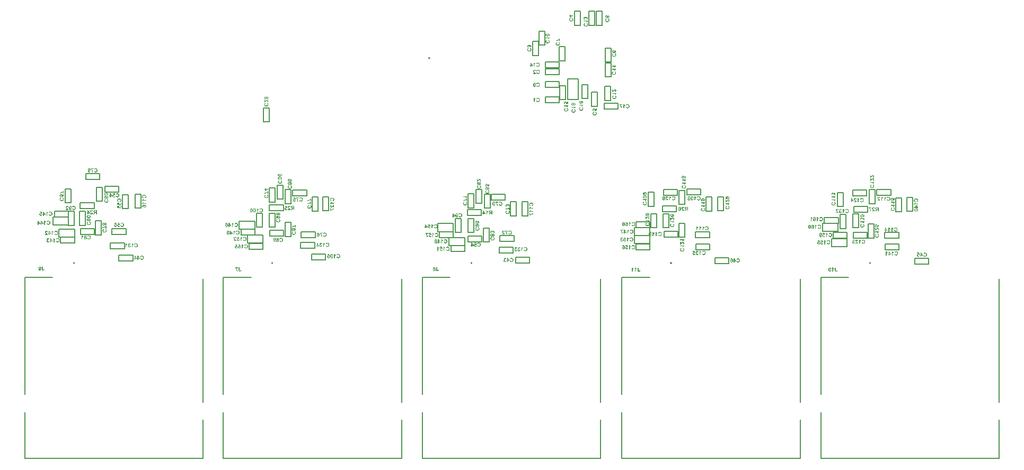
<source format=gbo>
G04*
G04 #@! TF.GenerationSoftware,Altium Limited,Altium Designer,23.10.1 (27)*
G04*
G04 Layer_Color=32896*
%FSLAX44Y44*%
%MOMM*%
G71*
G04*
G04 #@! TF.SameCoordinates,71CC738A-04A0-4CD5-BBD9-20E7C06DD327*
G04*
G04*
G04 #@! TF.FilePolarity,Positive*
G04*
G01*
G75*
%ADD10C,0.2000*%
%ADD13C,0.1270*%
G36*
X1311242Y407087D02*
X1311418Y407068D01*
X1311584Y407031D01*
X1311723Y406994D01*
X1311834Y406957D01*
X1311926Y406920D01*
X1311982Y406902D01*
X1311991Y406893D01*
X1312000D01*
X1312148Y406809D01*
X1312287Y406717D01*
X1312398Y406624D01*
X1312490Y406541D01*
X1312564Y406458D01*
X1312620Y406393D01*
X1312657Y406356D01*
X1312666Y406338D01*
X1312749Y406199D01*
X1312823Y406051D01*
X1312879Y405894D01*
X1312934Y405746D01*
X1312971Y405607D01*
X1312999Y405506D01*
X1313008Y405460D01*
Y405432D01*
X1313017Y405413D01*
Y405404D01*
X1311889Y405219D01*
X1311862Y405367D01*
X1311824Y405496D01*
X1311788Y405607D01*
X1311741Y405691D01*
X1311695Y405765D01*
X1311658Y405820D01*
X1311630Y405848D01*
X1311621Y405857D01*
X1311538Y405931D01*
X1311445Y405987D01*
X1311353Y406023D01*
X1311270Y406051D01*
X1311196Y406070D01*
X1311140Y406079D01*
X1311085D01*
X1310974Y406070D01*
X1310863Y406051D01*
X1310780Y406014D01*
X1310706Y405987D01*
X1310641Y405950D01*
X1310604Y405913D01*
X1310576Y405894D01*
X1310567Y405885D01*
X1310502Y405811D01*
X1310456Y405718D01*
X1310419Y405635D01*
X1310401Y405552D01*
X1310382Y405478D01*
X1310373Y405423D01*
Y405386D01*
Y405367D01*
X1310382Y405228D01*
X1310410Y405108D01*
X1310456Y405006D01*
X1310502Y404923D01*
X1310558Y404849D01*
X1310595Y404803D01*
X1310632Y404766D01*
X1310641Y404757D01*
X1310752Y404683D01*
X1310872Y404627D01*
X1311002Y404590D01*
X1311122Y404563D01*
X1311233Y404553D01*
X1311325Y404544D01*
X1311409D01*
X1311538Y403555D01*
X1311418Y403583D01*
X1311316Y403610D01*
X1311214Y403629D01*
X1311131Y403638D01*
X1311066Y403647D01*
X1310974D01*
X1310845Y403638D01*
X1310733Y403601D01*
X1310632Y403564D01*
X1310539Y403509D01*
X1310475Y403462D01*
X1310419Y403416D01*
X1310382Y403379D01*
X1310373Y403370D01*
X1310290Y403259D01*
X1310225Y403139D01*
X1310179Y403019D01*
X1310142Y402898D01*
X1310123Y402788D01*
X1310114Y402704D01*
Y402649D01*
Y402640D01*
Y402630D01*
X1310123Y402455D01*
X1310151Y402298D01*
X1310197Y402159D01*
X1310244Y402048D01*
X1310299Y401965D01*
X1310336Y401900D01*
X1310373Y401854D01*
X1310382Y401844D01*
X1310484Y401752D01*
X1310595Y401678D01*
X1310697Y401632D01*
X1310798Y401595D01*
X1310891Y401576D01*
X1310955Y401567D01*
X1311002Y401558D01*
X1311020D01*
X1311150Y401567D01*
X1311261Y401595D01*
X1311362Y401632D01*
X1311455Y401678D01*
X1311519Y401715D01*
X1311575Y401752D01*
X1311612Y401780D01*
X1311621Y401789D01*
X1311704Y401891D01*
X1311778Y402002D01*
X1311824Y402122D01*
X1311871Y402233D01*
X1311898Y402335D01*
X1311917Y402418D01*
X1311926Y402473D01*
Y402482D01*
Y402492D01*
X1313110Y402344D01*
X1313091Y402196D01*
X1313054Y402057D01*
X1312971Y401798D01*
X1312869Y401576D01*
X1312805Y401484D01*
X1312749Y401391D01*
X1312694Y401308D01*
X1312638Y401244D01*
X1312592Y401179D01*
X1312546Y401133D01*
X1312509Y401096D01*
X1312481Y401068D01*
X1312462Y401049D01*
X1312453Y401040D01*
X1312342Y400957D01*
X1312222Y400874D01*
X1312111Y400809D01*
X1311982Y400754D01*
X1311741Y400661D01*
X1311519Y400606D01*
X1311409Y400587D01*
X1311316Y400569D01*
X1311233Y400559D01*
X1311159Y400550D01*
X1311094Y400541D01*
X1311011D01*
X1310845Y400550D01*
X1310678Y400569D01*
X1310530Y400596D01*
X1310382Y400633D01*
X1310253Y400680D01*
X1310123Y400726D01*
X1310003Y400781D01*
X1309901Y400837D01*
X1309809Y400892D01*
X1309716Y400948D01*
X1309652Y400994D01*
X1309587Y401040D01*
X1309541Y401077D01*
X1309504Y401105D01*
X1309485Y401123D01*
X1309476Y401133D01*
X1309365Y401244D01*
X1309273Y401364D01*
X1309189Y401484D01*
X1309115Y401604D01*
X1309060Y401734D01*
X1309005Y401854D01*
X1308931Y402076D01*
X1308912Y402177D01*
X1308894Y402279D01*
X1308875Y402362D01*
X1308866Y402436D01*
X1308857Y402492D01*
Y402538D01*
Y402566D01*
Y402575D01*
X1308875Y402788D01*
X1308912Y402972D01*
X1308958Y403148D01*
X1309023Y403287D01*
X1309088Y403407D01*
X1309134Y403490D01*
X1309171Y403546D01*
X1309189Y403564D01*
X1309319Y403703D01*
X1309467Y403823D01*
X1309615Y403915D01*
X1309754Y403989D01*
X1309874Y404045D01*
X1309975Y404073D01*
X1310012Y404091D01*
X1310040D01*
X1310059Y404100D01*
X1310068D01*
X1309901Y404202D01*
X1309763Y404304D01*
X1309642Y404415D01*
X1309532Y404526D01*
X1309439Y404637D01*
X1309365Y404748D01*
X1309310Y404859D01*
X1309254Y404960D01*
X1309217Y405062D01*
X1309189Y405154D01*
X1309171Y405238D01*
X1309162Y405312D01*
X1309153Y405367D01*
X1309143Y405413D01*
Y405441D01*
Y405450D01*
X1309153Y405561D01*
X1309162Y405663D01*
X1309217Y405866D01*
X1309282Y406051D01*
X1309365Y406208D01*
X1309448Y406338D01*
X1309522Y406430D01*
X1309550Y406467D01*
X1309578Y406495D01*
X1309587Y406504D01*
X1309596Y406513D01*
X1309698Y406615D01*
X1309818Y406708D01*
X1309929Y406782D01*
X1310049Y406846D01*
X1310179Y406911D01*
X1310299Y406957D01*
X1310530Y407022D01*
X1310632Y407050D01*
X1310733Y407068D01*
X1310817Y407077D01*
X1310900Y407087D01*
X1310965Y407096D01*
X1311048D01*
X1311242Y407087D01*
D02*
G37*
G36*
X1306138D02*
X1306286Y407077D01*
X1306573Y407031D01*
X1306813Y406957D01*
X1306924Y406920D01*
X1307026Y406874D01*
X1307119Y406837D01*
X1307193Y406791D01*
X1307266Y406754D01*
X1307322Y406726D01*
X1307368Y406689D01*
X1307396Y406671D01*
X1307414Y406661D01*
X1307424Y406652D01*
X1307525Y406560D01*
X1307618Y406467D01*
X1307701Y406356D01*
X1307775Y406236D01*
X1307886Y405996D01*
X1307978Y405765D01*
X1308006Y405644D01*
X1308034Y405543D01*
X1308062Y405450D01*
X1308071Y405367D01*
X1308089Y405293D01*
Y405247D01*
X1308098Y405210D01*
Y405201D01*
X1306878Y405080D01*
X1306860Y405265D01*
X1306823Y405423D01*
X1306786Y405561D01*
X1306739Y405663D01*
X1306702Y405746D01*
X1306665Y405802D01*
X1306638Y405839D01*
X1306629Y405848D01*
X1306536Y405922D01*
X1306434Y405977D01*
X1306333Y406023D01*
X1306231Y406051D01*
X1306148Y406070D01*
X1306074Y406079D01*
X1306009D01*
X1305870Y406070D01*
X1305750Y406042D01*
X1305648Y406005D01*
X1305556Y405968D01*
X1305491Y405931D01*
X1305436Y405894D01*
X1305408Y405866D01*
X1305399Y405857D01*
X1305325Y405765D01*
X1305269Y405663D01*
X1305232Y405561D01*
X1305205Y405460D01*
X1305186Y405367D01*
X1305177Y405284D01*
Y405238D01*
Y405228D01*
Y405219D01*
X1305186Y405080D01*
X1305214Y404951D01*
X1305260Y404822D01*
X1305306Y404711D01*
X1305353Y404609D01*
X1305399Y404535D01*
X1305426Y404489D01*
X1305436Y404470D01*
X1305473Y404415D01*
X1305528Y404350D01*
X1305602Y404267D01*
X1305676Y404193D01*
X1305843Y404017D01*
X1306009Y403842D01*
X1306175Y403675D01*
X1306249Y403601D01*
X1306323Y403546D01*
X1306379Y403490D01*
X1306416Y403453D01*
X1306444Y403425D01*
X1306453Y403416D01*
X1306638Y403241D01*
X1306804Y403074D01*
X1306961Y402917D01*
X1307100Y402778D01*
X1307229Y402640D01*
X1307340Y402510D01*
X1307442Y402399D01*
X1307525Y402288D01*
X1307599Y402196D01*
X1307664Y402113D01*
X1307720Y402048D01*
X1307756Y401983D01*
X1307793Y401946D01*
X1307812Y401909D01*
X1307830Y401891D01*
Y401881D01*
X1307951Y401669D01*
X1308043Y401447D01*
X1308117Y401244D01*
X1308172Y401059D01*
X1308210Y400892D01*
X1308219Y400827D01*
X1308228Y400772D01*
X1308237Y400726D01*
X1308246Y400689D01*
Y400670D01*
Y400661D01*
X1303947D01*
Y401798D01*
X1306388D01*
X1306314Y401918D01*
X1306231Y402020D01*
X1306194Y402066D01*
X1306166Y402103D01*
X1306148Y402122D01*
X1306138Y402131D01*
X1306102Y402168D01*
X1306064Y402214D01*
X1305954Y402316D01*
X1305833Y402436D01*
X1305713Y402556D01*
X1305593Y402667D01*
X1305491Y402760D01*
X1305454Y402797D01*
X1305426Y402825D01*
X1305408Y402834D01*
X1305399Y402843D01*
X1305195Y403037D01*
X1305029Y403194D01*
X1304890Y403342D01*
X1304779Y403453D01*
X1304696Y403546D01*
X1304641Y403610D01*
X1304604Y403657D01*
X1304594Y403666D01*
X1304474Y403823D01*
X1304373Y403971D01*
X1304289Y404110D01*
X1304225Y404230D01*
X1304169Y404332D01*
X1304132Y404415D01*
X1304114Y404461D01*
X1304104Y404479D01*
X1304049Y404627D01*
X1304012Y404775D01*
X1303984Y404914D01*
X1303966Y405043D01*
X1303956Y405145D01*
X1303947Y405228D01*
Y405284D01*
Y405302D01*
X1303956Y405441D01*
X1303975Y405580D01*
X1303994Y405709D01*
X1304030Y405829D01*
X1304123Y406042D01*
X1304215Y406227D01*
X1304271Y406310D01*
X1304317Y406375D01*
X1304363Y406440D01*
X1304409Y406486D01*
X1304447Y406523D01*
X1304465Y406560D01*
X1304483Y406569D01*
X1304493Y406578D01*
X1304594Y406671D01*
X1304715Y406754D01*
X1304826Y406819D01*
X1304955Y406874D01*
X1305195Y406967D01*
X1305436Y407031D01*
X1305547Y407050D01*
X1305648Y407068D01*
X1305741Y407077D01*
X1305824Y407087D01*
X1305889Y407096D01*
X1305981D01*
X1306138Y407087D01*
D02*
G37*
G36*
X1315994Y406883D02*
X1316115Y406689D01*
X1316244Y406504D01*
X1316373Y406356D01*
X1316484Y406236D01*
X1316586Y406144D01*
X1316623Y406107D01*
X1316651Y406079D01*
X1316669Y406070D01*
X1316678Y406060D01*
X1316882Y405913D01*
X1317076Y405783D01*
X1317252Y405681D01*
X1317409Y405607D01*
X1317538Y405552D01*
X1317631Y405506D01*
X1317668Y405496D01*
X1317695Y405487D01*
X1317705Y405478D01*
X1317714D01*
Y404369D01*
X1317381Y404498D01*
X1317085Y404637D01*
X1316947Y404711D01*
X1316817Y404794D01*
X1316697Y404868D01*
X1316586Y404942D01*
X1316484Y405016D01*
X1316392Y405080D01*
X1316318Y405136D01*
X1316253Y405191D01*
X1316198Y405238D01*
X1316161Y405265D01*
X1316142Y405284D01*
X1316133Y405293D01*
Y400661D01*
X1314903D01*
Y407096D01*
X1315902D01*
X1315994Y406883D01*
D02*
G37*
G36*
X1321699Y407170D02*
X1321939Y407142D01*
X1322152Y407096D01*
X1322365Y407040D01*
X1322549Y406976D01*
X1322734Y406902D01*
X1322892Y406819D01*
X1323039Y406735D01*
X1323178Y406652D01*
X1323289Y406569D01*
X1323391Y406495D01*
X1323474Y406430D01*
X1323539Y406375D01*
X1323585Y406329D01*
X1323613Y406301D01*
X1323622Y406292D01*
X1323770Y406116D01*
X1323890Y405931D01*
X1324001Y405737D01*
X1324093Y405533D01*
X1324177Y405321D01*
X1324241Y405117D01*
X1324297Y404914D01*
X1324343Y404720D01*
X1324380Y404526D01*
X1324398Y404359D01*
X1324417Y404202D01*
X1324435Y404073D01*
Y403962D01*
X1324445Y403879D01*
Y403823D01*
Y403814D01*
Y403805D01*
X1324435Y403527D01*
X1324408Y403268D01*
X1324371Y403019D01*
X1324315Y402797D01*
X1324260Y402584D01*
X1324186Y402381D01*
X1324112Y402205D01*
X1324038Y402048D01*
X1323964Y401900D01*
X1323890Y401771D01*
X1323816Y401669D01*
X1323761Y401576D01*
X1323705Y401512D01*
X1323668Y401456D01*
X1323640Y401428D01*
X1323631Y401419D01*
X1323474Y401262D01*
X1323307Y401133D01*
X1323132Y401012D01*
X1322956Y400920D01*
X1322780Y400837D01*
X1322605Y400763D01*
X1322439Y400707D01*
X1322281Y400661D01*
X1322124Y400624D01*
X1321985Y400596D01*
X1321856Y400578D01*
X1321754Y400569D01*
X1321662Y400559D01*
X1321597Y400550D01*
X1321542D01*
X1321348Y400559D01*
X1321172Y400569D01*
X1320996Y400596D01*
X1320839Y400633D01*
X1320691Y400670D01*
X1320552Y400707D01*
X1320423Y400754D01*
X1320303Y400809D01*
X1320201Y400855D01*
X1320109Y400901D01*
X1320025Y400938D01*
X1319961Y400975D01*
X1319905Y401012D01*
X1319868Y401040D01*
X1319850Y401049D01*
X1319840Y401059D01*
X1319720Y401160D01*
X1319609Y401271D01*
X1319406Y401521D01*
X1319240Y401780D01*
X1319110Y402029D01*
X1319055Y402150D01*
X1319008Y402261D01*
X1318971Y402362D01*
X1318934Y402445D01*
X1318907Y402519D01*
X1318888Y402575D01*
X1318879Y402612D01*
Y402621D01*
X1320136Y403009D01*
X1320210Y402760D01*
X1320293Y402547D01*
X1320377Y402371D01*
X1320469Y402224D01*
X1320543Y402113D01*
X1320608Y402039D01*
X1320654Y401992D01*
X1320672Y401974D01*
X1320820Y401863D01*
X1320968Y401789D01*
X1321116Y401734D01*
X1321246Y401687D01*
X1321366Y401669D01*
X1321468Y401660D01*
X1321505Y401650D01*
X1321551D01*
X1321680Y401660D01*
X1321801Y401669D01*
X1322022Y401734D01*
X1322217Y401808D01*
X1322374Y401909D01*
X1322503Y402002D01*
X1322596Y402076D01*
X1322633Y402113D01*
X1322660Y402140D01*
X1322670Y402150D01*
X1322679Y402159D01*
X1322753Y402261D01*
X1322818Y402381D01*
X1322882Y402510D01*
X1322928Y402649D01*
X1323002Y402935D01*
X1323058Y403222D01*
X1323076Y403361D01*
X1323086Y403481D01*
X1323104Y403601D01*
Y403703D01*
X1323113Y403777D01*
Y403842D01*
Y403888D01*
Y403897D01*
X1323104Y404110D01*
X1323095Y404304D01*
X1323076Y404479D01*
X1323049Y404646D01*
X1323012Y404794D01*
X1322975Y404933D01*
X1322938Y405053D01*
X1322892Y405164D01*
X1322854Y405256D01*
X1322818Y405339D01*
X1322780Y405404D01*
X1322744Y405460D01*
X1322716Y405506D01*
X1322697Y405533D01*
X1322679Y405552D01*
Y405561D01*
X1322596Y405654D01*
X1322503Y405737D01*
X1322411Y405802D01*
X1322309Y405857D01*
X1322115Y405950D01*
X1321930Y406014D01*
X1321773Y406051D01*
X1321699Y406060D01*
X1321643Y406070D01*
X1321588Y406079D01*
X1321523D01*
X1321338Y406070D01*
X1321172Y406033D01*
X1321024Y405987D01*
X1320894Y405931D01*
X1320793Y405876D01*
X1320719Y405829D01*
X1320672Y405792D01*
X1320654Y405783D01*
X1320534Y405672D01*
X1320423Y405543D01*
X1320340Y405413D01*
X1320275Y405284D01*
X1320229Y405173D01*
X1320201Y405090D01*
X1320182Y405053D01*
Y405025D01*
X1320173Y405016D01*
Y405006D01*
X1318897Y405312D01*
X1318990Y405580D01*
X1319091Y405811D01*
X1319203Y406014D01*
X1319304Y406181D01*
X1319406Y406310D01*
X1319443Y406366D01*
X1319480Y406412D01*
X1319508Y406440D01*
X1319535Y406467D01*
X1319545Y406486D01*
X1319554D01*
X1319693Y406606D01*
X1319850Y406717D01*
X1319998Y406809D01*
X1320155Y406883D01*
X1320321Y406957D01*
X1320478Y407013D01*
X1320636Y407059D01*
X1320784Y407096D01*
X1320922Y407124D01*
X1321052Y407142D01*
X1321163Y407161D01*
X1321264Y407170D01*
X1321348Y407179D01*
X1321458D01*
X1321699Y407170D01*
D02*
G37*
G36*
X797686Y346127D02*
X797862Y346108D01*
X798028Y346071D01*
X798167Y346034D01*
X798278Y345997D01*
X798371Y345960D01*
X798426Y345942D01*
X798435Y345933D01*
X798445D01*
X798593Y345849D01*
X798731Y345757D01*
X798842Y345664D01*
X798934Y345581D01*
X799008Y345498D01*
X799064Y345433D01*
X799101Y345396D01*
X799110Y345378D01*
X799193Y345239D01*
X799267Y345091D01*
X799323Y344934D01*
X799378Y344786D01*
X799415Y344647D01*
X799443Y344546D01*
X799452Y344500D01*
Y344472D01*
X799462Y344453D01*
Y344444D01*
X798334Y344259D01*
X798306Y344407D01*
X798269Y344537D01*
X798232Y344647D01*
X798186Y344731D01*
X798139Y344805D01*
X798102Y344860D01*
X798075Y344888D01*
X798065Y344897D01*
X797982Y344971D01*
X797890Y345027D01*
X797797Y345064D01*
X797714Y345091D01*
X797640Y345110D01*
X797585Y345119D01*
X797529D01*
X797418Y345110D01*
X797307Y345091D01*
X797224Y345054D01*
X797150Y345027D01*
X797085Y344990D01*
X797048Y344953D01*
X797021Y344934D01*
X797011Y344925D01*
X796947Y344851D01*
X796900Y344758D01*
X796863Y344675D01*
X796845Y344592D01*
X796826Y344518D01*
X796817Y344463D01*
Y344426D01*
Y344407D01*
X796826Y344268D01*
X796854Y344148D01*
X796900Y344047D01*
X796947Y343963D01*
X797002Y343889D01*
X797039Y343843D01*
X797076Y343806D01*
X797085Y343797D01*
X797196Y343723D01*
X797317Y343667D01*
X797446Y343630D01*
X797566Y343603D01*
X797677Y343593D01*
X797770Y343584D01*
X797853D01*
X797982Y342595D01*
X797862Y342623D01*
X797760Y342650D01*
X797659Y342669D01*
X797575Y342678D01*
X797511Y342687D01*
X797418D01*
X797289Y342678D01*
X797178Y342641D01*
X797076Y342604D01*
X796984Y342549D01*
X796919Y342502D01*
X796863Y342456D01*
X796826Y342419D01*
X796817Y342410D01*
X796734Y342299D01*
X796669Y342179D01*
X796623Y342059D01*
X796586Y341939D01*
X796568Y341828D01*
X796558Y341744D01*
Y341689D01*
Y341680D01*
Y341670D01*
X796568Y341495D01*
X796595Y341338D01*
X796642Y341199D01*
X796688Y341088D01*
X796743Y341005D01*
X796780Y340940D01*
X796817Y340894D01*
X796826Y340885D01*
X796928Y340792D01*
X797039Y340718D01*
X797141Y340672D01*
X797243Y340635D01*
X797335Y340616D01*
X797400Y340607D01*
X797446Y340598D01*
X797465D01*
X797594Y340607D01*
X797705Y340635D01*
X797807Y340672D01*
X797899Y340718D01*
X797964Y340755D01*
X798019Y340792D01*
X798056Y340820D01*
X798065Y340829D01*
X798149Y340931D01*
X798223Y341042D01*
X798269Y341162D01*
X798315Y341273D01*
X798343Y341375D01*
X798361Y341458D01*
X798371Y341513D01*
Y341522D01*
Y341532D01*
X799554Y341384D01*
X799536Y341236D01*
X799499Y341097D01*
X799415Y340838D01*
X799314Y340616D01*
X799249Y340524D01*
X799193Y340431D01*
X799138Y340348D01*
X799082Y340284D01*
X799036Y340219D01*
X798990Y340173D01*
X798953Y340136D01*
X798925Y340108D01*
X798907Y340089D01*
X798898Y340080D01*
X798787Y339997D01*
X798666Y339914D01*
X798556Y339849D01*
X798426Y339794D01*
X798186Y339701D01*
X797964Y339646D01*
X797853Y339627D01*
X797760Y339609D01*
X797677Y339599D01*
X797603Y339590D01*
X797539Y339581D01*
X797455D01*
X797289Y339590D01*
X797122Y339609D01*
X796974Y339636D01*
X796826Y339673D01*
X796697Y339720D01*
X796568Y339766D01*
X796448Y339821D01*
X796346Y339877D01*
X796253Y339932D01*
X796161Y339988D01*
X796096Y340034D01*
X796031Y340080D01*
X795985Y340117D01*
X795948Y340145D01*
X795930Y340163D01*
X795920Y340173D01*
X795809Y340284D01*
X795717Y340404D01*
X795634Y340524D01*
X795560Y340644D01*
X795504Y340774D01*
X795449Y340894D01*
X795375Y341116D01*
X795357Y341217D01*
X795338Y341319D01*
X795320Y341402D01*
X795310Y341476D01*
X795301Y341532D01*
Y341578D01*
Y341606D01*
Y341615D01*
X795320Y341828D01*
X795357Y342012D01*
X795403Y342188D01*
X795467Y342327D01*
X795532Y342447D01*
X795578Y342530D01*
X795615Y342586D01*
X795634Y342604D01*
X795763Y342743D01*
X795911Y342863D01*
X796059Y342956D01*
X796198Y343029D01*
X796318Y343085D01*
X796420Y343113D01*
X796457Y343131D01*
X796485D01*
X796503Y343140D01*
X796512D01*
X796346Y343242D01*
X796207Y343344D01*
X796087Y343455D01*
X795976Y343566D01*
X795883Y343677D01*
X795809Y343788D01*
X795754Y343899D01*
X795699Y344000D01*
X795662Y344102D01*
X795634Y344194D01*
X795615Y344278D01*
X795606Y344352D01*
X795597Y344407D01*
X795588Y344453D01*
Y344481D01*
Y344490D01*
X795597Y344601D01*
X795606Y344703D01*
X795662Y344906D01*
X795726Y345091D01*
X795809Y345248D01*
X795893Y345378D01*
X795967Y345470D01*
X795994Y345507D01*
X796022Y345535D01*
X796031Y345544D01*
X796041Y345554D01*
X796142Y345655D01*
X796263Y345748D01*
X796374Y345822D01*
X796494Y345886D01*
X796623Y345951D01*
X796743Y345997D01*
X796974Y346062D01*
X797076Y346090D01*
X797178Y346108D01*
X797261Y346118D01*
X797344Y346127D01*
X797409Y346136D01*
X797492D01*
X797686Y346127D01*
D02*
G37*
G36*
X792712D02*
X792888Y346108D01*
X793054Y346071D01*
X793193Y346034D01*
X793304Y345997D01*
X793396Y345960D01*
X793452Y345942D01*
X793461Y345933D01*
X793470D01*
X793618Y345849D01*
X793757Y345757D01*
X793868Y345664D01*
X793960Y345581D01*
X794034Y345498D01*
X794090Y345433D01*
X794127Y345396D01*
X794136Y345378D01*
X794219Y345239D01*
X794293Y345091D01*
X794349Y344934D01*
X794404Y344786D01*
X794441Y344647D01*
X794469Y344546D01*
X794478Y344500D01*
Y344472D01*
X794487Y344453D01*
Y344444D01*
X793359Y344259D01*
X793332Y344407D01*
X793295Y344537D01*
X793258Y344647D01*
X793212Y344731D01*
X793165Y344805D01*
X793128Y344860D01*
X793101Y344888D01*
X793091Y344897D01*
X793008Y344971D01*
X792916Y345027D01*
X792823Y345064D01*
X792740Y345091D01*
X792666Y345110D01*
X792611Y345119D01*
X792555D01*
X792444Y345110D01*
X792333Y345091D01*
X792250Y345054D01*
X792176Y345027D01*
X792111Y344990D01*
X792074Y344953D01*
X792047Y344934D01*
X792037Y344925D01*
X791973Y344851D01*
X791926Y344758D01*
X791889Y344675D01*
X791871Y344592D01*
X791852Y344518D01*
X791843Y344463D01*
Y344426D01*
Y344407D01*
X791852Y344268D01*
X791880Y344148D01*
X791926Y344047D01*
X791973Y343963D01*
X792028Y343889D01*
X792065Y343843D01*
X792102Y343806D01*
X792111Y343797D01*
X792222Y343723D01*
X792342Y343667D01*
X792472Y343630D01*
X792592Y343603D01*
X792703Y343593D01*
X792795Y343584D01*
X792879D01*
X793008Y342595D01*
X792888Y342623D01*
X792786Y342650D01*
X792684Y342669D01*
X792601Y342678D01*
X792537Y342687D01*
X792444D01*
X792315Y342678D01*
X792204Y342641D01*
X792102Y342604D01*
X792010Y342549D01*
X791945Y342502D01*
X791889Y342456D01*
X791852Y342419D01*
X791843Y342410D01*
X791760Y342299D01*
X791695Y342179D01*
X791649Y342059D01*
X791612Y341939D01*
X791593Y341828D01*
X791584Y341744D01*
Y341689D01*
Y341680D01*
Y341670D01*
X791593Y341495D01*
X791621Y341338D01*
X791667Y341199D01*
X791714Y341088D01*
X791769Y341005D01*
X791806Y340940D01*
X791843Y340894D01*
X791852Y340885D01*
X791954Y340792D01*
X792065Y340718D01*
X792167Y340672D01*
X792269Y340635D01*
X792361Y340616D01*
X792426Y340607D01*
X792472Y340598D01*
X792490D01*
X792620Y340607D01*
X792731Y340635D01*
X792832Y340672D01*
X792925Y340718D01*
X792990Y340755D01*
X793045Y340792D01*
X793082Y340820D01*
X793091Y340829D01*
X793175Y340931D01*
X793249Y341042D01*
X793295Y341162D01*
X793341Y341273D01*
X793369Y341375D01*
X793387Y341458D01*
X793396Y341513D01*
Y341522D01*
Y341532D01*
X794580Y341384D01*
X794561Y341236D01*
X794524Y341097D01*
X794441Y340838D01*
X794340Y340616D01*
X794275Y340524D01*
X794219Y340431D01*
X794164Y340348D01*
X794108Y340284D01*
X794062Y340219D01*
X794016Y340173D01*
X793979Y340136D01*
X793951Y340108D01*
X793933Y340089D01*
X793923Y340080D01*
X793812Y339997D01*
X793692Y339914D01*
X793581Y339849D01*
X793452Y339794D01*
X793212Y339701D01*
X792990Y339646D01*
X792879Y339627D01*
X792786Y339609D01*
X792703Y339599D01*
X792629Y339590D01*
X792564Y339581D01*
X792481D01*
X792315Y339590D01*
X792148Y339609D01*
X792000Y339636D01*
X791852Y339673D01*
X791723Y339720D01*
X791593Y339766D01*
X791473Y339821D01*
X791372Y339877D01*
X791279Y339932D01*
X791187Y339988D01*
X791122Y340034D01*
X791057Y340080D01*
X791011Y340117D01*
X790974Y340145D01*
X790956Y340163D01*
X790946Y340173D01*
X790835Y340284D01*
X790743Y340404D01*
X790660Y340524D01*
X790586Y340644D01*
X790530Y340774D01*
X790475Y340894D01*
X790401Y341116D01*
X790382Y341217D01*
X790364Y341319D01*
X790345Y341402D01*
X790336Y341476D01*
X790327Y341532D01*
Y341578D01*
Y341606D01*
Y341615D01*
X790345Y341828D01*
X790382Y342012D01*
X790429Y342188D01*
X790493Y342327D01*
X790558Y342447D01*
X790604Y342530D01*
X790641Y342586D01*
X790660Y342604D01*
X790789Y342743D01*
X790937Y342863D01*
X791085Y342956D01*
X791224Y343029D01*
X791344Y343085D01*
X791446Y343113D01*
X791483Y343131D01*
X791510D01*
X791529Y343140D01*
X791538D01*
X791372Y343242D01*
X791233Y343344D01*
X791113Y343455D01*
X791002Y343566D01*
X790909Y343677D01*
X790835Y343788D01*
X790780Y343899D01*
X790724Y344000D01*
X790687Y344102D01*
X790660Y344194D01*
X790641Y344278D01*
X790632Y344352D01*
X790623Y344407D01*
X790613Y344453D01*
Y344481D01*
Y344490D01*
X790623Y344601D01*
X790632Y344703D01*
X790687Y344906D01*
X790752Y345091D01*
X790835Y345248D01*
X790919Y345378D01*
X790993Y345470D01*
X791020Y345507D01*
X791048Y345535D01*
X791057Y345544D01*
X791067Y345554D01*
X791168Y345655D01*
X791288Y345748D01*
X791399Y345822D01*
X791520Y345886D01*
X791649Y345951D01*
X791769Y345997D01*
X792000Y346062D01*
X792102Y346090D01*
X792204Y346108D01*
X792287Y346118D01*
X792370Y346127D01*
X792435Y346136D01*
X792518D01*
X792712Y346127D01*
D02*
G37*
G36*
X802439Y345923D02*
X802559Y345729D01*
X802688Y345544D01*
X802818Y345396D01*
X802929Y345276D01*
X803030Y345184D01*
X803067Y345147D01*
X803095Y345119D01*
X803114Y345110D01*
X803123Y345101D01*
X803326Y344953D01*
X803520Y344823D01*
X803696Y344721D01*
X803853Y344647D01*
X803983Y344592D01*
X804075Y344546D01*
X804112Y344537D01*
X804140Y344527D01*
X804149Y344518D01*
X804158D01*
Y343409D01*
X803826Y343538D01*
X803530Y343677D01*
X803391Y343751D01*
X803261Y343834D01*
X803141Y343908D01*
X803030Y343982D01*
X802929Y344056D01*
X802836Y344120D01*
X802762Y344176D01*
X802698Y344231D01*
X802642Y344278D01*
X802605Y344305D01*
X802587Y344324D01*
X802577Y344333D01*
Y339701D01*
X801348D01*
Y346136D01*
X802346D01*
X802439Y345923D01*
D02*
G37*
G36*
X808143Y346210D02*
X808383Y346182D01*
X808596Y346136D01*
X808809Y346081D01*
X808994Y346016D01*
X809179Y345942D01*
X809336Y345859D01*
X809484Y345775D01*
X809622Y345692D01*
X809733Y345609D01*
X809835Y345535D01*
X809918Y345470D01*
X809983Y345415D01*
X810029Y345369D01*
X810057Y345341D01*
X810066Y345332D01*
X810214Y345156D01*
X810334Y344971D01*
X810445Y344777D01*
X810538Y344574D01*
X810621Y344361D01*
X810686Y344157D01*
X810741Y343954D01*
X810787Y343760D01*
X810824Y343566D01*
X810843Y343399D01*
X810861Y343242D01*
X810880Y343113D01*
Y343002D01*
X810889Y342919D01*
Y342863D01*
Y342854D01*
Y342845D01*
X810880Y342567D01*
X810852Y342308D01*
X810815Y342059D01*
X810760Y341837D01*
X810704Y341624D01*
X810630Y341421D01*
X810556Y341245D01*
X810482Y341088D01*
X810408Y340940D01*
X810334Y340811D01*
X810260Y340709D01*
X810205Y340616D01*
X810150Y340552D01*
X810113Y340496D01*
X810085Y340468D01*
X810076Y340459D01*
X809918Y340302D01*
X809752Y340173D01*
X809576Y340052D01*
X809401Y339960D01*
X809225Y339877D01*
X809049Y339803D01*
X808883Y339747D01*
X808726Y339701D01*
X808568Y339664D01*
X808430Y339636D01*
X808300Y339618D01*
X808199Y339609D01*
X808106Y339599D01*
X808042Y339590D01*
X807986D01*
X807792Y339599D01*
X807616Y339609D01*
X807440Y339636D01*
X807283Y339673D01*
X807135Y339710D01*
X806997Y339747D01*
X806867Y339794D01*
X806747Y339849D01*
X806645Y339895D01*
X806553Y339941D01*
X806470Y339978D01*
X806405Y340015D01*
X806349Y340052D01*
X806312Y340080D01*
X806294Y340089D01*
X806285Y340099D01*
X806165Y340200D01*
X806054Y340311D01*
X805850Y340561D01*
X805684Y340820D01*
X805554Y341069D01*
X805499Y341190D01*
X805453Y341301D01*
X805416Y341402D01*
X805379Y341485D01*
X805351Y341559D01*
X805332Y341615D01*
X805323Y341652D01*
Y341661D01*
X806581Y342049D01*
X806655Y341800D01*
X806738Y341587D01*
X806821Y341412D01*
X806914Y341264D01*
X806988Y341153D01*
X807052Y341079D01*
X807098Y341032D01*
X807117Y341014D01*
X807265Y340903D01*
X807413Y340829D01*
X807561Y340774D01*
X807690Y340727D01*
X807810Y340709D01*
X807912Y340700D01*
X807949Y340690D01*
X807995D01*
X808125Y340700D01*
X808245Y340709D01*
X808467Y340774D01*
X808661Y340848D01*
X808818Y340949D01*
X808948Y341042D01*
X809040Y341116D01*
X809077Y341153D01*
X809105Y341180D01*
X809114Y341190D01*
X809123Y341199D01*
X809197Y341301D01*
X809262Y341421D01*
X809327Y341550D01*
X809373Y341689D01*
X809447Y341975D01*
X809502Y342262D01*
X809521Y342401D01*
X809530Y342521D01*
X809548Y342641D01*
Y342743D01*
X809558Y342817D01*
Y342882D01*
Y342928D01*
Y342937D01*
X809548Y343150D01*
X809539Y343344D01*
X809521Y343520D01*
X809493Y343686D01*
X809456Y343834D01*
X809419Y343973D01*
X809382Y344093D01*
X809336Y344204D01*
X809299Y344296D01*
X809262Y344379D01*
X809225Y344444D01*
X809188Y344500D01*
X809160Y344546D01*
X809142Y344574D01*
X809123Y344592D01*
Y344601D01*
X809040Y344694D01*
X808948Y344777D01*
X808855Y344842D01*
X808753Y344897D01*
X808559Y344990D01*
X808374Y345054D01*
X808217Y345091D01*
X808143Y345101D01*
X808088Y345110D01*
X808032Y345119D01*
X807968D01*
X807783Y345110D01*
X807616Y345073D01*
X807468Y345027D01*
X807339Y344971D01*
X807237Y344916D01*
X807163Y344869D01*
X807117Y344832D01*
X807098Y344823D01*
X806978Y344712D01*
X806867Y344583D01*
X806784Y344453D01*
X806719Y344324D01*
X806673Y344213D01*
X806645Y344130D01*
X806627Y344093D01*
Y344065D01*
X806618Y344056D01*
Y344047D01*
X805342Y344352D01*
X805434Y344620D01*
X805536Y344851D01*
X805647Y345054D01*
X805749Y345221D01*
X805850Y345350D01*
X805887Y345406D01*
X805924Y345452D01*
X805952Y345480D01*
X805980Y345507D01*
X805989Y345526D01*
X805998D01*
X806137Y345646D01*
X806294Y345757D01*
X806442Y345849D01*
X806599Y345923D01*
X806766Y345997D01*
X806923Y346053D01*
X807080Y346099D01*
X807228Y346136D01*
X807366Y346164D01*
X807496Y346182D01*
X807607Y346201D01*
X807709Y346210D01*
X807792Y346219D01*
X807903D01*
X808143Y346210D01*
D02*
G37*
G36*
X481200Y353016D02*
X481376Y352997D01*
X481542Y352960D01*
X481681Y352923D01*
X481791Y352886D01*
X481884Y352849D01*
X481939Y352831D01*
X481949Y352822D01*
X481958D01*
X482106Y352738D01*
X482245Y352646D01*
X482355Y352553D01*
X482448Y352470D01*
X482522Y352387D01*
X482577Y352322D01*
X482614Y352285D01*
X482624Y352267D01*
X482707Y352128D01*
X482781Y351980D01*
X482836Y351823D01*
X482892Y351675D01*
X482929Y351536D01*
X482957Y351435D01*
X482966Y351388D01*
Y351361D01*
X482975Y351342D01*
Y351333D01*
X481847Y351148D01*
X481819Y351296D01*
X481782Y351425D01*
X481745Y351536D01*
X481699Y351620D01*
X481653Y351693D01*
X481616Y351749D01*
X481588Y351777D01*
X481579Y351786D01*
X481496Y351860D01*
X481403Y351915D01*
X481311Y351952D01*
X481227Y351980D01*
X481154Y351999D01*
X481098Y352008D01*
X481043D01*
X480932Y351999D01*
X480821Y351980D01*
X480737Y351943D01*
X480664Y351915D01*
X480599Y351878D01*
X480562Y351842D01*
X480534Y351823D01*
X480525Y351814D01*
X480460Y351740D01*
X480414Y351647D01*
X480377Y351564D01*
X480358Y351481D01*
X480340Y351407D01*
X480331Y351351D01*
Y351315D01*
Y351296D01*
X480340Y351157D01*
X480368Y351037D01*
X480414Y350935D01*
X480460Y350852D01*
X480516Y350778D01*
X480553Y350732D01*
X480590Y350695D01*
X480599Y350686D01*
X480710Y350612D01*
X480830Y350556D01*
X480959Y350519D01*
X481080Y350492D01*
X481191Y350482D01*
X481283Y350473D01*
X481366D01*
X481496Y349484D01*
X481376Y349512D01*
X481274Y349539D01*
X481172Y349558D01*
X481089Y349567D01*
X481024Y349576D01*
X480932D01*
X480802Y349567D01*
X480691Y349530D01*
X480590Y349493D01*
X480497Y349438D01*
X480432Y349391D01*
X480377Y349345D01*
X480340Y349308D01*
X480331Y349299D01*
X480247Y349188D01*
X480183Y349068D01*
X480137Y348948D01*
X480100Y348827D01*
X480081Y348716D01*
X480072Y348633D01*
Y348578D01*
Y348568D01*
Y348559D01*
X480081Y348384D01*
X480109Y348226D01*
X480155Y348088D01*
X480201Y347977D01*
X480257Y347894D01*
X480294Y347829D01*
X480331Y347783D01*
X480340Y347773D01*
X480442Y347681D01*
X480553Y347607D01*
X480654Y347561D01*
X480756Y347524D01*
X480849Y347505D01*
X480913Y347496D01*
X480959Y347487D01*
X480978D01*
X481107Y347496D01*
X481218Y347524D01*
X481320Y347561D01*
X481412Y347607D01*
X481477Y347644D01*
X481533Y347681D01*
X481570Y347709D01*
X481579Y347718D01*
X481662Y347820D01*
X481736Y347931D01*
X481782Y348051D01*
X481828Y348162D01*
X481856Y348263D01*
X481875Y348347D01*
X481884Y348402D01*
Y348411D01*
Y348421D01*
X483067Y348273D01*
X483049Y348125D01*
X483012Y347986D01*
X482929Y347727D01*
X482827Y347505D01*
X482762Y347413D01*
X482707Y347320D01*
X482651Y347237D01*
X482596Y347172D01*
X482550Y347108D01*
X482503Y347062D01*
X482466Y347024D01*
X482439Y346997D01*
X482420Y346978D01*
X482411Y346969D01*
X482300Y346886D01*
X482180Y346803D01*
X482069Y346738D01*
X481939Y346682D01*
X481699Y346590D01*
X481477Y346535D01*
X481366Y346516D01*
X481274Y346497D01*
X481191Y346488D01*
X481117Y346479D01*
X481052Y346470D01*
X480969D01*
X480802Y346479D01*
X480636Y346497D01*
X480488Y346525D01*
X480340Y346562D01*
X480210Y346609D01*
X480081Y346655D01*
X479961Y346710D01*
X479859Y346766D01*
X479767Y346821D01*
X479674Y346877D01*
X479610Y346923D01*
X479545Y346969D01*
X479499Y347006D01*
X479462Y347034D01*
X479443Y347052D01*
X479434Y347062D01*
X479323Y347172D01*
X479230Y347293D01*
X479147Y347413D01*
X479073Y347533D01*
X479018Y347662D01*
X478962Y347783D01*
X478888Y348004D01*
X478870Y348106D01*
X478851Y348208D01*
X478833Y348291D01*
X478824Y348365D01*
X478814Y348421D01*
Y348467D01*
Y348495D01*
Y348504D01*
X478833Y348716D01*
X478870Y348901D01*
X478916Y349077D01*
X478981Y349216D01*
X479046Y349336D01*
X479092Y349419D01*
X479129Y349475D01*
X479147Y349493D01*
X479277Y349632D01*
X479425Y349752D01*
X479573Y349844D01*
X479711Y349918D01*
X479832Y349974D01*
X479933Y350002D01*
X479970Y350020D01*
X479998D01*
X480016Y350029D01*
X480026D01*
X479859Y350131D01*
X479720Y350233D01*
X479600Y350344D01*
X479489Y350455D01*
X479397Y350566D01*
X479323Y350676D01*
X479268Y350788D01*
X479212Y350889D01*
X479175Y350991D01*
X479147Y351083D01*
X479129Y351166D01*
X479119Y351241D01*
X479110Y351296D01*
X479101Y351342D01*
Y351370D01*
Y351379D01*
X479110Y351490D01*
X479119Y351592D01*
X479175Y351795D01*
X479240Y351980D01*
X479323Y352137D01*
X479406Y352267D01*
X479480Y352359D01*
X479508Y352396D01*
X479536Y352424D01*
X479545Y352433D01*
X479554Y352442D01*
X479656Y352544D01*
X479776Y352637D01*
X479887Y352710D01*
X480007Y352775D01*
X480137Y352840D01*
X480257Y352886D01*
X480488Y352951D01*
X480590Y352979D01*
X480691Y352997D01*
X480774Y353006D01*
X480858Y353016D01*
X480922Y353025D01*
X481006D01*
X481200Y353016D01*
D02*
G37*
G36*
X485952Y352812D02*
X486072Y352618D01*
X486202Y352433D01*
X486331Y352285D01*
X486442Y352165D01*
X486544Y352073D01*
X486581Y352036D01*
X486609Y352008D01*
X486627Y351999D01*
X486636Y351989D01*
X486840Y351842D01*
X487034Y351712D01*
X487209Y351610D01*
X487367Y351536D01*
X487496Y351481D01*
X487589Y351435D01*
X487626Y351425D01*
X487653Y351416D01*
X487663Y351407D01*
X487672D01*
Y350297D01*
X487339Y350427D01*
X487043Y350566D01*
X486904Y350639D01*
X486775Y350723D01*
X486655Y350797D01*
X486544Y350871D01*
X486442Y350945D01*
X486350Y351009D01*
X486276Y351065D01*
X486211Y351120D01*
X486155Y351166D01*
X486119Y351194D01*
X486100Y351213D01*
X486091Y351222D01*
Y346590D01*
X484861D01*
Y353025D01*
X485860D01*
X485952Y352812D01*
D02*
G37*
G36*
X491657Y353099D02*
X491897Y353071D01*
X492110Y353025D01*
X492322Y352969D01*
X492507Y352905D01*
X492692Y352831D01*
X492849Y352747D01*
X492997Y352664D01*
X493136Y352581D01*
X493247Y352498D01*
X493349Y352424D01*
X493432Y352359D01*
X493496Y352304D01*
X493543Y352257D01*
X493570Y352230D01*
X493580Y352220D01*
X493728Y352045D01*
X493848Y351860D01*
X493959Y351666D01*
X494051Y351462D01*
X494134Y351250D01*
X494199Y351046D01*
X494255Y350843D01*
X494301Y350649D01*
X494338Y350455D01*
X494356Y350288D01*
X494375Y350131D01*
X494393Y350002D01*
Y349891D01*
X494403Y349807D01*
Y349752D01*
Y349743D01*
Y349734D01*
X494393Y349456D01*
X494366Y349197D01*
X494329Y348948D01*
X494273Y348726D01*
X494218Y348513D01*
X494144Y348310D01*
X494070Y348134D01*
X493996Y347977D01*
X493922Y347829D01*
X493848Y347699D01*
X493774Y347598D01*
X493718Y347505D01*
X493663Y347441D01*
X493626Y347385D01*
X493598Y347357D01*
X493589Y347348D01*
X493432Y347191D01*
X493265Y347062D01*
X493090Y346941D01*
X492914Y346849D01*
X492738Y346766D01*
X492563Y346692D01*
X492396Y346636D01*
X492239Y346590D01*
X492082Y346553D01*
X491943Y346525D01*
X491814Y346507D01*
X491712Y346497D01*
X491620Y346488D01*
X491555Y346479D01*
X491499D01*
X491305Y346488D01*
X491130Y346497D01*
X490954Y346525D01*
X490797Y346562D01*
X490649Y346599D01*
X490510Y346636D01*
X490381Y346682D01*
X490261Y346738D01*
X490159Y346784D01*
X490066Y346830D01*
X489983Y346867D01*
X489918Y346904D01*
X489863Y346941D01*
X489826Y346969D01*
X489808Y346978D01*
X489798Y346987D01*
X489678Y347089D01*
X489567Y347200D01*
X489364Y347450D01*
X489197Y347709D01*
X489068Y347958D01*
X489012Y348078D01*
X488966Y348189D01*
X488929Y348291D01*
X488892Y348374D01*
X488864Y348448D01*
X488846Y348504D01*
X488837Y348541D01*
Y348550D01*
X490094Y348938D01*
X490168Y348689D01*
X490251Y348476D01*
X490335Y348300D01*
X490427Y348153D01*
X490501Y348041D01*
X490566Y347968D01*
X490612Y347921D01*
X490630Y347903D01*
X490778Y347792D01*
X490926Y347718D01*
X491074Y347662D01*
X491203Y347616D01*
X491324Y347598D01*
X491425Y347589D01*
X491462Y347579D01*
X491509D01*
X491638Y347589D01*
X491758Y347598D01*
X491980Y347662D01*
X492174Y347736D01*
X492332Y347838D01*
X492461Y347931D01*
X492553Y348004D01*
X492590Y348041D01*
X492618Y348069D01*
X492627Y348078D01*
X492637Y348088D01*
X492711Y348189D01*
X492775Y348310D01*
X492840Y348439D01*
X492886Y348578D01*
X492960Y348864D01*
X493016Y349151D01*
X493034Y349290D01*
X493043Y349410D01*
X493062Y349530D01*
Y349632D01*
X493071Y349706D01*
Y349770D01*
Y349817D01*
Y349826D01*
X493062Y350039D01*
X493053Y350233D01*
X493034Y350408D01*
X493006Y350575D01*
X492969Y350723D01*
X492933Y350861D01*
X492896Y350982D01*
X492849Y351093D01*
X492812Y351185D01*
X492775Y351268D01*
X492738Y351333D01*
X492701Y351388D01*
X492674Y351435D01*
X492655Y351462D01*
X492637Y351481D01*
Y351490D01*
X492553Y351583D01*
X492461Y351666D01*
X492369Y351730D01*
X492267Y351786D01*
X492073Y351878D01*
X491888Y351943D01*
X491730Y351980D01*
X491657Y351989D01*
X491601Y351999D01*
X491546Y352008D01*
X491481D01*
X491296Y351999D01*
X491130Y351962D01*
X490982Y351915D01*
X490852Y351860D01*
X490751Y351805D01*
X490676Y351758D01*
X490630Y351721D01*
X490612Y351712D01*
X490492Y351601D01*
X490381Y351472D01*
X490298Y351342D01*
X490233Y351213D01*
X490187Y351102D01*
X490159Y351019D01*
X490140Y350982D01*
Y350954D01*
X490131Y350945D01*
Y350935D01*
X488855Y351241D01*
X488948Y351509D01*
X489049Y351740D01*
X489160Y351943D01*
X489262Y352110D01*
X489364Y352239D01*
X489401Y352295D01*
X489438Y352341D01*
X489465Y352369D01*
X489493Y352396D01*
X489502Y352415D01*
X489512D01*
X489650Y352535D01*
X489808Y352646D01*
X489955Y352738D01*
X490113Y352812D01*
X490279Y352886D01*
X490436Y352942D01*
X490593Y352988D01*
X490741Y353025D01*
X490880Y353053D01*
X491009Y353071D01*
X491120Y353090D01*
X491222Y353099D01*
X491305Y353108D01*
X491416D01*
X491657Y353099D01*
D02*
G37*
G36*
X478260Y348938D02*
Y347875D01*
X475634D01*
Y346590D01*
X474450D01*
Y347875D01*
X473655D01*
Y348948D01*
X474450D01*
Y353016D01*
X475486D01*
X478260Y348938D01*
D02*
G37*
G36*
X1082480Y340031D02*
X1082656Y340012D01*
X1082823Y339975D01*
X1082961Y339938D01*
X1083072Y339901D01*
X1083165Y339864D01*
X1083220Y339846D01*
X1083229Y339837D01*
X1083239D01*
X1083387Y339753D01*
X1083525Y339661D01*
X1083636Y339568D01*
X1083729Y339485D01*
X1083803Y339402D01*
X1083858Y339337D01*
X1083895Y339300D01*
X1083904Y339282D01*
X1083988Y339143D01*
X1084062Y338995D01*
X1084117Y338838D01*
X1084172Y338690D01*
X1084209Y338551D01*
X1084237Y338450D01*
X1084246Y338404D01*
Y338376D01*
X1084256Y338357D01*
Y338348D01*
X1083128Y338163D01*
X1083100Y338311D01*
X1083063Y338441D01*
X1083026Y338551D01*
X1082980Y338635D01*
X1082934Y338709D01*
X1082896Y338764D01*
X1082869Y338792D01*
X1082860Y338801D01*
X1082776Y338875D01*
X1082684Y338931D01*
X1082591Y338968D01*
X1082508Y338995D01*
X1082434Y339014D01*
X1082379Y339023D01*
X1082323D01*
X1082212Y339014D01*
X1082101Y338995D01*
X1082018Y338958D01*
X1081944Y338931D01*
X1081880Y338894D01*
X1081842Y338857D01*
X1081815Y338838D01*
X1081806Y338829D01*
X1081741Y338755D01*
X1081695Y338662D01*
X1081658Y338579D01*
X1081639Y338496D01*
X1081621Y338422D01*
X1081611Y338367D01*
Y338330D01*
Y338311D01*
X1081621Y338172D01*
X1081648Y338052D01*
X1081695Y337951D01*
X1081741Y337867D01*
X1081796Y337793D01*
X1081833Y337747D01*
X1081870Y337710D01*
X1081880Y337701D01*
X1081991Y337627D01*
X1082111Y337571D01*
X1082240Y337534D01*
X1082360Y337507D01*
X1082471Y337497D01*
X1082564Y337488D01*
X1082647D01*
X1082776Y336499D01*
X1082656Y336527D01*
X1082554Y336554D01*
X1082453Y336573D01*
X1082370Y336582D01*
X1082305Y336591D01*
X1082212D01*
X1082083Y336582D01*
X1081972Y336545D01*
X1081870Y336508D01*
X1081778Y336453D01*
X1081713Y336406D01*
X1081658Y336360D01*
X1081621Y336323D01*
X1081611Y336314D01*
X1081528Y336203D01*
X1081463Y336083D01*
X1081417Y335963D01*
X1081380Y335843D01*
X1081362Y335732D01*
X1081352Y335648D01*
Y335593D01*
Y335584D01*
Y335574D01*
X1081362Y335399D01*
X1081389Y335242D01*
X1081436Y335103D01*
X1081482Y334992D01*
X1081537Y334909D01*
X1081574Y334844D01*
X1081611Y334798D01*
X1081621Y334789D01*
X1081722Y334696D01*
X1081833Y334622D01*
X1081935Y334576D01*
X1082037Y334539D01*
X1082129Y334520D01*
X1082194Y334511D01*
X1082240Y334502D01*
X1082259D01*
X1082388Y334511D01*
X1082499Y334539D01*
X1082601Y334576D01*
X1082693Y334622D01*
X1082758Y334659D01*
X1082813Y334696D01*
X1082850Y334724D01*
X1082860Y334733D01*
X1082943Y334835D01*
X1083017Y334946D01*
X1083063Y335066D01*
X1083109Y335177D01*
X1083137Y335279D01*
X1083155Y335362D01*
X1083165Y335417D01*
Y335426D01*
Y335436D01*
X1084348Y335288D01*
X1084330Y335140D01*
X1084293Y335001D01*
X1084209Y334742D01*
X1084108Y334520D01*
X1084043Y334428D01*
X1083988Y334335D01*
X1083932Y334252D01*
X1083877Y334188D01*
X1083830Y334123D01*
X1083784Y334076D01*
X1083747Y334040D01*
X1083719Y334012D01*
X1083701Y333993D01*
X1083692Y333984D01*
X1083581Y333901D01*
X1083460Y333818D01*
X1083350Y333753D01*
X1083220Y333698D01*
X1082980Y333605D01*
X1082758Y333549D01*
X1082647Y333531D01*
X1082554Y333513D01*
X1082471Y333503D01*
X1082397Y333494D01*
X1082333Y333485D01*
X1082249D01*
X1082083Y333494D01*
X1081917Y333513D01*
X1081769Y333540D01*
X1081621Y333577D01*
X1081491Y333624D01*
X1081362Y333670D01*
X1081242Y333725D01*
X1081140Y333781D01*
X1081047Y333836D01*
X1080955Y333892D01*
X1080890Y333938D01*
X1080826Y333984D01*
X1080779Y334021D01*
X1080742Y334049D01*
X1080724Y334067D01*
X1080715Y334076D01*
X1080604Y334188D01*
X1080511Y334308D01*
X1080428Y334428D01*
X1080354Y334548D01*
X1080298Y334678D01*
X1080243Y334798D01*
X1080169Y335020D01*
X1080151Y335121D01*
X1080132Y335223D01*
X1080114Y335306D01*
X1080104Y335380D01*
X1080095Y335436D01*
Y335482D01*
Y335510D01*
Y335519D01*
X1080114Y335732D01*
X1080151Y335916D01*
X1080197Y336092D01*
X1080262Y336231D01*
X1080326Y336351D01*
X1080372Y336434D01*
X1080409Y336490D01*
X1080428Y336508D01*
X1080557Y336647D01*
X1080705Y336767D01*
X1080853Y336860D01*
X1080992Y336933D01*
X1081112Y336989D01*
X1081214Y337017D01*
X1081251Y337035D01*
X1081279D01*
X1081297Y337044D01*
X1081306D01*
X1081140Y337146D01*
X1081001Y337248D01*
X1080881Y337359D01*
X1080770Y337470D01*
X1080678Y337581D01*
X1080604Y337692D01*
X1080548Y337803D01*
X1080493Y337904D01*
X1080456Y338006D01*
X1080428Y338098D01*
X1080409Y338182D01*
X1080400Y338256D01*
X1080391Y338311D01*
X1080382Y338357D01*
Y338385D01*
Y338394D01*
X1080391Y338505D01*
X1080400Y338607D01*
X1080456Y338810D01*
X1080520Y338995D01*
X1080604Y339152D01*
X1080687Y339282D01*
X1080761Y339374D01*
X1080788Y339411D01*
X1080816Y339439D01*
X1080826Y339448D01*
X1080835Y339458D01*
X1080937Y339559D01*
X1081057Y339652D01*
X1081168Y339726D01*
X1081288Y339790D01*
X1081417Y339855D01*
X1081537Y339901D01*
X1081769Y339966D01*
X1081870Y339994D01*
X1081972Y340012D01*
X1082055Y340022D01*
X1082138Y340031D01*
X1082203Y340040D01*
X1082286D01*
X1082480Y340031D01*
D02*
G37*
G36*
X1079161Y336582D02*
X1078172Y336443D01*
X1078089Y336527D01*
X1078006Y336601D01*
X1077922Y336665D01*
X1077839Y336721D01*
X1077682Y336804D01*
X1077534Y336860D01*
X1077405Y336887D01*
X1077312Y336906D01*
X1077275Y336915D01*
X1077220D01*
X1077072Y336906D01*
X1076933Y336869D01*
X1076813Y336823D01*
X1076711Y336767D01*
X1076637Y336702D01*
X1076572Y336656D01*
X1076536Y336619D01*
X1076526Y336610D01*
X1076434Y336490D01*
X1076369Y336351D01*
X1076323Y336203D01*
X1076295Y336055D01*
X1076267Y335926D01*
X1076258Y335824D01*
Y335778D01*
Y335750D01*
Y335732D01*
Y335722D01*
X1076267Y335500D01*
X1076295Y335306D01*
X1076341Y335149D01*
X1076388Y335020D01*
X1076443Y334909D01*
X1076480Y334835D01*
X1076517Y334798D01*
X1076526Y334779D01*
X1076628Y334678D01*
X1076739Y334594D01*
X1076850Y334539D01*
X1076952Y334502D01*
X1077044Y334483D01*
X1077118Y334474D01*
X1077164Y334465D01*
X1077183D01*
X1077303Y334474D01*
X1077423Y334502D01*
X1077525Y334539D01*
X1077608Y334585D01*
X1077682Y334631D01*
X1077738Y334668D01*
X1077775Y334696D01*
X1077784Y334705D01*
X1077867Y334807D01*
X1077941Y334909D01*
X1077996Y335020D01*
X1078033Y335121D01*
X1078061Y335214D01*
X1078080Y335297D01*
X1078089Y335343D01*
Y335362D01*
X1079309Y335232D01*
X1079281Y335084D01*
X1079254Y334946D01*
X1079161Y334696D01*
X1079060Y334474D01*
X1079004Y334382D01*
X1078939Y334289D01*
X1078884Y334215D01*
X1078838Y334151D01*
X1078782Y334095D01*
X1078745Y334040D01*
X1078708Y334003D01*
X1078680Y333975D01*
X1078662Y333966D01*
X1078653Y333956D01*
X1078542Y333873D01*
X1078431Y333799D01*
X1078311Y333735D01*
X1078191Y333688D01*
X1077941Y333596D01*
X1077719Y333540D01*
X1077608Y333522D01*
X1077516Y333513D01*
X1077423Y333503D01*
X1077349Y333494D01*
X1077284Y333485D01*
X1077201D01*
X1076998Y333494D01*
X1076804Y333522D01*
X1076628Y333559D01*
X1076462Y333614D01*
X1076304Y333679D01*
X1076166Y333753D01*
X1076036Y333827D01*
X1075916Y333910D01*
X1075814Y333984D01*
X1075722Y334058D01*
X1075639Y334132D01*
X1075574Y334197D01*
X1075528Y334252D01*
X1075491Y334289D01*
X1075472Y334317D01*
X1075463Y334326D01*
X1075380Y334446D01*
X1075306Y334567D01*
X1075250Y334687D01*
X1075195Y334816D01*
X1075112Y335057D01*
X1075056Y335279D01*
X1075038Y335371D01*
X1075029Y335463D01*
X1075010Y335547D01*
Y335621D01*
X1075001Y335676D01*
Y335713D01*
Y335741D01*
Y335750D01*
X1075010Y335926D01*
X1075029Y336092D01*
X1075056Y336249D01*
X1075093Y336397D01*
X1075130Y336527D01*
X1075186Y336656D01*
X1075232Y336776D01*
X1075287Y336878D01*
X1075343Y336970D01*
X1075389Y337054D01*
X1075445Y337128D01*
X1075482Y337183D01*
X1075519Y337229D01*
X1075546Y337266D01*
X1075565Y337285D01*
X1075574Y337294D01*
X1075685Y337396D01*
X1075796Y337488D01*
X1075916Y337571D01*
X1076036Y337645D01*
X1076147Y337701D01*
X1076267Y337747D01*
X1076480Y337821D01*
X1076582Y337849D01*
X1076674Y337867D01*
X1076758Y337877D01*
X1076822Y337886D01*
X1076878Y337895D01*
X1076961D01*
X1077118Y337886D01*
X1077275Y337858D01*
X1077414Y337830D01*
X1077543Y337793D01*
X1077645Y337747D01*
X1077728Y337719D01*
X1077784Y337692D01*
X1077793Y337682D01*
X1077802D01*
X1077608Y338773D01*
X1075287D01*
Y339920D01*
X1078533D01*
X1079161Y336582D01*
D02*
G37*
G36*
X1087233Y339827D02*
X1087353Y339633D01*
X1087482Y339448D01*
X1087612Y339300D01*
X1087723Y339180D01*
X1087824Y339088D01*
X1087861Y339051D01*
X1087889Y339023D01*
X1087908Y339014D01*
X1087917Y339005D01*
X1088120Y338857D01*
X1088315Y338727D01*
X1088490Y338625D01*
X1088647Y338551D01*
X1088777Y338496D01*
X1088869Y338450D01*
X1088906Y338441D01*
X1088934Y338431D01*
X1088943Y338422D01*
X1088952D01*
Y337313D01*
X1088620Y337442D01*
X1088324Y337581D01*
X1088185Y337655D01*
X1088056Y337738D01*
X1087935Y337812D01*
X1087824Y337886D01*
X1087723Y337960D01*
X1087630Y338024D01*
X1087556Y338080D01*
X1087492Y338135D01*
X1087436Y338182D01*
X1087399Y338209D01*
X1087381Y338228D01*
X1087371Y338237D01*
Y333605D01*
X1086142D01*
Y340040D01*
X1087140D01*
X1087233Y339827D01*
D02*
G37*
G36*
X1092937Y340114D02*
X1093178Y340086D01*
X1093390Y340040D01*
X1093603Y339985D01*
X1093788Y339920D01*
X1093973Y339846D01*
X1094130Y339763D01*
X1094278Y339679D01*
X1094417Y339596D01*
X1094528Y339513D01*
X1094629Y339439D01*
X1094712Y339374D01*
X1094777Y339319D01*
X1094823Y339273D01*
X1094851Y339245D01*
X1094860Y339236D01*
X1095008Y339060D01*
X1095128Y338875D01*
X1095239Y338681D01*
X1095332Y338478D01*
X1095415Y338265D01*
X1095480Y338061D01*
X1095535Y337858D01*
X1095582Y337664D01*
X1095619Y337470D01*
X1095637Y337303D01*
X1095656Y337146D01*
X1095674Y337017D01*
Y336906D01*
X1095683Y336823D01*
Y336767D01*
Y336758D01*
Y336749D01*
X1095674Y336471D01*
X1095646Y336212D01*
X1095609Y335963D01*
X1095554Y335741D01*
X1095498Y335528D01*
X1095424Y335325D01*
X1095350Y335149D01*
X1095276Y334992D01*
X1095202Y334844D01*
X1095128Y334715D01*
X1095054Y334613D01*
X1094999Y334520D01*
X1094944Y334456D01*
X1094907Y334400D01*
X1094879Y334372D01*
X1094870Y334363D01*
X1094712Y334206D01*
X1094546Y334076D01*
X1094370Y333956D01*
X1094195Y333864D01*
X1094019Y333781D01*
X1093843Y333707D01*
X1093677Y333651D01*
X1093520Y333605D01*
X1093363Y333568D01*
X1093224Y333540D01*
X1093094Y333522D01*
X1092993Y333513D01*
X1092900Y333503D01*
X1092836Y333494D01*
X1092780D01*
X1092586Y333503D01*
X1092410Y333513D01*
X1092235Y333540D01*
X1092077Y333577D01*
X1091929Y333614D01*
X1091791Y333651D01*
X1091661Y333698D01*
X1091541Y333753D01*
X1091440Y333799D01*
X1091347Y333845D01*
X1091264Y333882D01*
X1091199Y333919D01*
X1091144Y333956D01*
X1091107Y333984D01*
X1091088Y333993D01*
X1091079Y334003D01*
X1090959Y334104D01*
X1090848Y334215D01*
X1090644Y334465D01*
X1090478Y334724D01*
X1090349Y334973D01*
X1090293Y335094D01*
X1090247Y335205D01*
X1090210Y335306D01*
X1090173Y335389D01*
X1090145Y335463D01*
X1090127Y335519D01*
X1090117Y335556D01*
Y335565D01*
X1091375Y335953D01*
X1091449Y335704D01*
X1091532Y335491D01*
X1091615Y335316D01*
X1091708Y335168D01*
X1091782Y335057D01*
X1091846Y334983D01*
X1091892Y334936D01*
X1091911Y334918D01*
X1092059Y334807D01*
X1092207Y334733D01*
X1092355Y334678D01*
X1092484Y334631D01*
X1092604Y334613D01*
X1092706Y334604D01*
X1092743Y334594D01*
X1092789D01*
X1092919Y334604D01*
X1093039Y334613D01*
X1093261Y334678D01*
X1093455Y334752D01*
X1093612Y334853D01*
X1093742Y334946D01*
X1093834Y335020D01*
X1093871Y335057D01*
X1093899Y335084D01*
X1093908Y335094D01*
X1093917Y335103D01*
X1093991Y335205D01*
X1094056Y335325D01*
X1094121Y335454D01*
X1094167Y335593D01*
X1094241Y335879D01*
X1094296Y336166D01*
X1094315Y336305D01*
X1094324Y336425D01*
X1094343Y336545D01*
Y336647D01*
X1094352Y336721D01*
Y336786D01*
Y336832D01*
Y336841D01*
X1094343Y337054D01*
X1094333Y337248D01*
X1094315Y337424D01*
X1094287Y337590D01*
X1094250Y337738D01*
X1094213Y337877D01*
X1094176Y337997D01*
X1094130Y338108D01*
X1094093Y338200D01*
X1094056Y338283D01*
X1094019Y338348D01*
X1093982Y338404D01*
X1093954Y338450D01*
X1093936Y338478D01*
X1093917Y338496D01*
Y338505D01*
X1093834Y338598D01*
X1093742Y338681D01*
X1093649Y338746D01*
X1093548Y338801D01*
X1093353Y338894D01*
X1093168Y338958D01*
X1093011Y338995D01*
X1092937Y339005D01*
X1092882Y339014D01*
X1092826Y339023D01*
X1092762D01*
X1092577Y339014D01*
X1092410Y338977D01*
X1092262Y338931D01*
X1092133Y338875D01*
X1092031Y338820D01*
X1091957Y338773D01*
X1091911Y338736D01*
X1091892Y338727D01*
X1091772Y338616D01*
X1091661Y338487D01*
X1091578Y338357D01*
X1091513Y338228D01*
X1091467Y338117D01*
X1091440Y338034D01*
X1091421Y337997D01*
Y337969D01*
X1091412Y337960D01*
Y337951D01*
X1090136Y338256D01*
X1090228Y338524D01*
X1090330Y338755D01*
X1090441Y338958D01*
X1090543Y339125D01*
X1090644Y339254D01*
X1090681Y339310D01*
X1090718Y339356D01*
X1090746Y339384D01*
X1090774Y339411D01*
X1090783Y339430D01*
X1090792D01*
X1090931Y339550D01*
X1091088Y339661D01*
X1091236Y339753D01*
X1091393Y339827D01*
X1091560Y339901D01*
X1091717Y339957D01*
X1091874Y340003D01*
X1092022Y340040D01*
X1092161Y340068D01*
X1092290Y340086D01*
X1092401Y340105D01*
X1092503Y340114D01*
X1092586Y340123D01*
X1092697D01*
X1092937Y340114D01*
D02*
G37*
G36*
X1432131Y423756D02*
X1432390Y423728D01*
X1432639Y423691D01*
X1432861Y423636D01*
X1433074Y423581D01*
X1433277Y423507D01*
X1433453Y423433D01*
X1433610Y423359D01*
X1433758Y423285D01*
X1433887Y423211D01*
X1433989Y423137D01*
X1434082Y423081D01*
X1434146Y423026D01*
X1434202Y422989D01*
X1434230Y422961D01*
X1434239Y422952D01*
X1434396Y422795D01*
X1434525Y422628D01*
X1434646Y422453D01*
X1434738Y422277D01*
X1434821Y422101D01*
X1434895Y421926D01*
X1434951Y421759D01*
X1434997Y421602D01*
X1435034Y421445D01*
X1435062Y421306D01*
X1435080Y421177D01*
X1435089Y421075D01*
X1435099Y420982D01*
X1435108Y420918D01*
Y420862D01*
X1435099Y420668D01*
X1435089Y420492D01*
X1435062Y420317D01*
X1435025Y420160D01*
X1434988Y420012D01*
X1434951Y419873D01*
X1434904Y419743D01*
X1434849Y419623D01*
X1434803Y419522D01*
X1434757Y419429D01*
X1434720Y419346D01*
X1434683Y419281D01*
X1434646Y419226D01*
X1434618Y419189D01*
X1434609Y419170D01*
X1434599Y419161D01*
X1434498Y419041D01*
X1434387Y418930D01*
X1434137Y418727D01*
X1433878Y418560D01*
X1433629Y418431D01*
X1433508Y418375D01*
X1433398Y418329D01*
X1433296Y418292D01*
X1433213Y418255D01*
X1433139Y418227D01*
X1433083Y418209D01*
X1433046Y418200D01*
X1433037D01*
X1432649Y419457D01*
X1432898Y419531D01*
X1433111Y419614D01*
X1433286Y419697D01*
X1433434Y419790D01*
X1433545Y419864D01*
X1433619Y419928D01*
X1433666Y419975D01*
X1433684Y419993D01*
X1433795Y420141D01*
X1433869Y420289D01*
X1433925Y420437D01*
X1433971Y420566D01*
X1433989Y420687D01*
X1433999Y420788D01*
X1434008Y420825D01*
Y420872D01*
X1433999Y421001D01*
X1433989Y421121D01*
X1433925Y421343D01*
X1433851Y421537D01*
X1433749Y421694D01*
X1433656Y421824D01*
X1433582Y421916D01*
X1433545Y421953D01*
X1433518Y421981D01*
X1433508Y421990D01*
X1433499Y422000D01*
X1433398Y422073D01*
X1433277Y422138D01*
X1433148Y422203D01*
X1433009Y422249D01*
X1432723Y422323D01*
X1432436Y422379D01*
X1432297Y422397D01*
X1432177Y422406D01*
X1432057Y422425D01*
X1431955D01*
X1431881Y422434D01*
X1431817D01*
X1431770D01*
X1431761D01*
X1431548Y422425D01*
X1431354Y422416D01*
X1431178Y422397D01*
X1431012Y422369D01*
X1430864Y422332D01*
X1430726Y422295D01*
X1430605Y422258D01*
X1430494Y422212D01*
X1430402Y422175D01*
X1430319Y422138D01*
X1430254Y422101D01*
X1430199Y422064D01*
X1430152Y422036D01*
X1430125Y422018D01*
X1430106Y422000D01*
X1430097D01*
X1430004Y421916D01*
X1429921Y421824D01*
X1429856Y421731D01*
X1429801Y421630D01*
X1429709Y421436D01*
X1429644Y421251D01*
X1429607Y421093D01*
X1429597Y421019D01*
X1429588Y420964D01*
X1429579Y420909D01*
Y420844D01*
X1429588Y420659D01*
X1429625Y420492D01*
X1429671Y420345D01*
X1429727Y420215D01*
X1429783Y420113D01*
X1429829Y420039D01*
X1429866Y419993D01*
X1429875Y419975D01*
X1429986Y419855D01*
X1430115Y419743D01*
X1430245Y419660D01*
X1430374Y419596D01*
X1430485Y419549D01*
X1430568Y419522D01*
X1430605Y419503D01*
X1430633D01*
X1430642Y419494D01*
X1430652D01*
X1430346Y418218D01*
X1430078Y418311D01*
X1429847Y418412D01*
X1429644Y418523D01*
X1429477Y418625D01*
X1429348Y418727D01*
X1429292Y418764D01*
X1429246Y418801D01*
X1429218Y418828D01*
X1429191Y418856D01*
X1429172Y418865D01*
Y418874D01*
X1429052Y419013D01*
X1428941Y419170D01*
X1428849Y419318D01*
X1428775Y419475D01*
X1428701Y419642D01*
X1428645Y419799D01*
X1428599Y419956D01*
X1428562Y420104D01*
X1428534Y420243D01*
X1428516Y420372D01*
X1428497Y420483D01*
X1428488Y420585D01*
X1428479Y420668D01*
Y420779D01*
X1428488Y421019D01*
X1428516Y421260D01*
X1428562Y421473D01*
X1428618Y421685D01*
X1428682Y421870D01*
X1428756Y422055D01*
X1428839Y422212D01*
X1428923Y422360D01*
X1429006Y422499D01*
X1429089Y422610D01*
X1429163Y422711D01*
X1429228Y422795D01*
X1429283Y422859D01*
X1429329Y422906D01*
X1429357Y422933D01*
X1429366Y422943D01*
X1429542Y423090D01*
X1429727Y423211D01*
X1429921Y423322D01*
X1430125Y423414D01*
X1430337Y423497D01*
X1430541Y423562D01*
X1430744Y423617D01*
X1430938Y423664D01*
X1431132Y423701D01*
X1431299Y423719D01*
X1431456Y423738D01*
X1431585Y423756D01*
X1431696D01*
X1431779Y423765D01*
X1431835D01*
X1431844D01*
X1431853D01*
X1432131Y423756D01*
D02*
G37*
G36*
X1431160Y416702D02*
X1431021Y416406D01*
X1430947Y416267D01*
X1430864Y416138D01*
X1430790Y416018D01*
X1430716Y415907D01*
X1430642Y415805D01*
X1430578Y415713D01*
X1430522Y415639D01*
X1430467Y415574D01*
X1430420Y415518D01*
X1430393Y415481D01*
X1430374Y415463D01*
X1430365Y415454D01*
X1434997D01*
Y414224D01*
X1428562D01*
Y415222D01*
X1428775Y415315D01*
X1428969Y415435D01*
X1429154Y415564D01*
X1429302Y415694D01*
X1429422Y415805D01*
X1429514Y415907D01*
X1429551Y415944D01*
X1429579Y415971D01*
X1429588Y415990D01*
X1429597Y415999D01*
X1429745Y416203D01*
X1429875Y416397D01*
X1429977Y416572D01*
X1430051Y416730D01*
X1430106Y416859D01*
X1430152Y416951D01*
X1430161Y416988D01*
X1430171Y417016D01*
X1430180Y417025D01*
Y417035D01*
X1431290D01*
X1431160Y416702D01*
D02*
G37*
G36*
X1433712Y409971D02*
X1434997D01*
Y408787D01*
X1433712D01*
Y407992D01*
X1432639D01*
Y408787D01*
X1428571D01*
Y409823D01*
X1432649Y412597D01*
X1433712D01*
Y409971D01*
D02*
G37*
G36*
X1432168Y407401D02*
X1432473Y407382D01*
X1432760Y407354D01*
X1433018Y407317D01*
X1433250Y407281D01*
X1433462Y407234D01*
X1433647Y407179D01*
X1433813Y407123D01*
X1433952Y407077D01*
X1434082Y407022D01*
X1434183Y406975D01*
X1434267Y406929D01*
X1434322Y406901D01*
X1434368Y406874D01*
X1434396Y406855D01*
X1434405Y406846D01*
X1434535Y406735D01*
X1434636Y406615D01*
X1434738Y406495D01*
X1434812Y406365D01*
X1434886Y406245D01*
X1434942Y406115D01*
X1434988Y405995D01*
X1435025Y405875D01*
X1435062Y405764D01*
X1435080Y405662D01*
X1435099Y405570D01*
X1435108Y405496D01*
Y405431D01*
X1435117Y405376D01*
Y405339D01*
X1435108Y405173D01*
X1435089Y405015D01*
X1435052Y404858D01*
X1435016Y404719D01*
X1434969Y404590D01*
X1434914Y404470D01*
X1434849Y404368D01*
X1434784Y404266D01*
X1434729Y404183D01*
X1434664Y404100D01*
X1434609Y404035D01*
X1434562Y403980D01*
X1434525Y403943D01*
X1434489Y403915D01*
X1434470Y403897D01*
X1434461Y403887D01*
X1434304Y403776D01*
X1434119Y403684D01*
X1433925Y403591D01*
X1433712Y403527D01*
X1433499Y403462D01*
X1433286Y403416D01*
X1433065Y403370D01*
X1432852Y403333D01*
X1432649Y403314D01*
X1432464Y403296D01*
X1432288Y403277D01*
X1432140Y403268D01*
X1432020Y403259D01*
X1431927D01*
X1431891D01*
X1431863D01*
X1431853D01*
X1431844D01*
X1431511Y403268D01*
X1431206Y403286D01*
X1430929Y403314D01*
X1430670Y403360D01*
X1430430Y403407D01*
X1430217Y403453D01*
X1430023Y403517D01*
X1429856Y403573D01*
X1429699Y403629D01*
X1429579Y403684D01*
X1429468Y403739D01*
X1429376Y403786D01*
X1429311Y403832D01*
X1429265Y403860D01*
X1429237Y403878D01*
X1429228Y403887D01*
X1429108Y403989D01*
X1429006Y404100D01*
X1428923Y404220D01*
X1428839Y404340D01*
X1428775Y404461D01*
X1428728Y404581D01*
X1428682Y404692D01*
X1428645Y404812D01*
X1428618Y404923D01*
X1428599Y405015D01*
X1428580Y405108D01*
X1428571Y405182D01*
X1428562Y405246D01*
Y405339D01*
X1428571Y405505D01*
X1428590Y405662D01*
X1428627Y405820D01*
X1428664Y405958D01*
X1428719Y406088D01*
X1428775Y406208D01*
X1428830Y406310D01*
X1428895Y406411D01*
X1428960Y406495D01*
X1429015Y406578D01*
X1429070Y406642D01*
X1429126Y406689D01*
X1429163Y406735D01*
X1429200Y406763D01*
X1429218Y406781D01*
X1429228Y406790D01*
X1429385Y406901D01*
X1429570Y406994D01*
X1429764Y407077D01*
X1429967Y407151D01*
X1430180Y407206D01*
X1430402Y407262D01*
X1430615Y407299D01*
X1430827Y407336D01*
X1431031Y407354D01*
X1431216Y407373D01*
X1431391Y407391D01*
X1431539Y407401D01*
X1431659Y407410D01*
X1431752D01*
X1431789D01*
X1431817D01*
X1431826D01*
X1431835D01*
X1432168Y407401D01*
D02*
G37*
G36*
X1394484Y339061D02*
X1394605Y338867D01*
X1394734Y338682D01*
X1394863Y338534D01*
X1394974Y338414D01*
X1395076Y338321D01*
X1395113Y338284D01*
X1395141Y338256D01*
X1395159Y338247D01*
X1395169Y338238D01*
X1395372Y338090D01*
X1395566Y337961D01*
X1395742Y337859D01*
X1395899Y337785D01*
X1396028Y337729D01*
X1396121Y337683D01*
X1396158Y337674D01*
X1396186Y337665D01*
X1396195Y337655D01*
X1396204D01*
Y336546D01*
X1395871Y336675D01*
X1395575Y336814D01*
X1395437Y336888D01*
X1395307Y336971D01*
X1395187Y337045D01*
X1395076Y337119D01*
X1394974Y337193D01*
X1394882Y337258D01*
X1394808Y337313D01*
X1394743Y337369D01*
X1394688Y337415D01*
X1394651Y337443D01*
X1394632Y337461D01*
X1394623Y337470D01*
Y332838D01*
X1393393D01*
Y339273D01*
X1394392D01*
X1394484Y339061D01*
D02*
G37*
G36*
X1384536D02*
X1384656Y338867D01*
X1384786Y338682D01*
X1384915Y338534D01*
X1385026Y338414D01*
X1385128Y338321D01*
X1385165Y338284D01*
X1385193Y338256D01*
X1385211Y338247D01*
X1385220Y338238D01*
X1385424Y338090D01*
X1385618Y337961D01*
X1385793Y337859D01*
X1385951Y337785D01*
X1386080Y337729D01*
X1386173Y337683D01*
X1386210Y337674D01*
X1386237Y337665D01*
X1386247Y337655D01*
X1386256D01*
Y336546D01*
X1385923Y336675D01*
X1385627Y336814D01*
X1385488Y336888D01*
X1385359Y336971D01*
X1385239Y337045D01*
X1385128Y337119D01*
X1385026Y337193D01*
X1384934Y337258D01*
X1384860Y337313D01*
X1384795Y337369D01*
X1384740Y337415D01*
X1384702Y337443D01*
X1384684Y337461D01*
X1384675Y337470D01*
Y332838D01*
X1383445D01*
Y339273D01*
X1384444D01*
X1384536Y339061D01*
D02*
G37*
G36*
X1400189Y339347D02*
X1400429Y339320D01*
X1400642Y339273D01*
X1400855Y339218D01*
X1401039Y339153D01*
X1401224Y339079D01*
X1401382Y338996D01*
X1401530Y338913D01*
X1401668Y338829D01*
X1401779Y338746D01*
X1401881Y338672D01*
X1401964Y338608D01*
X1402029Y338552D01*
X1402075Y338506D01*
X1402103Y338478D01*
X1402112Y338469D01*
X1402260Y338293D01*
X1402380Y338108D01*
X1402491Y337914D01*
X1402583Y337711D01*
X1402667Y337498D01*
X1402731Y337295D01*
X1402787Y337091D01*
X1402833Y336897D01*
X1402870Y336703D01*
X1402889Y336537D01*
X1402907Y336380D01*
X1402926Y336250D01*
Y336139D01*
X1402935Y336056D01*
Y336000D01*
Y335991D01*
Y335982D01*
X1402926Y335704D01*
X1402898Y335446D01*
X1402861Y335196D01*
X1402805Y334974D01*
X1402750Y334762D01*
X1402676Y334558D01*
X1402602Y334382D01*
X1402528Y334225D01*
X1402454Y334077D01*
X1402380Y333948D01*
X1402306Y333846D01*
X1402251Y333754D01*
X1402195Y333689D01*
X1402158Y333633D01*
X1402130Y333606D01*
X1402121Y333596D01*
X1401964Y333439D01*
X1401798Y333310D01*
X1401622Y333190D01*
X1401446Y333097D01*
X1401271Y333014D01*
X1401095Y332940D01*
X1400929Y332885D01*
X1400771Y332838D01*
X1400614Y332801D01*
X1400475Y332774D01*
X1400346Y332755D01*
X1400244Y332746D01*
X1400152Y332737D01*
X1400087Y332728D01*
X1400032D01*
X1399838Y332737D01*
X1399662Y332746D01*
X1399486Y332774D01*
X1399329Y332811D01*
X1399181Y332848D01*
X1399043Y332885D01*
X1398913Y332931D01*
X1398793Y332986D01*
X1398691Y333033D01*
X1398599Y333079D01*
X1398515Y333116D01*
X1398451Y333153D01*
X1398395Y333190D01*
X1398358Y333218D01*
X1398340Y333227D01*
X1398331Y333236D01*
X1398210Y333338D01*
X1398099Y333449D01*
X1397896Y333698D01*
X1397730Y333957D01*
X1397600Y334207D01*
X1397545Y334327D01*
X1397498Y334438D01*
X1397462Y334540D01*
X1397424Y334623D01*
X1397397Y334697D01*
X1397378Y334752D01*
X1397369Y334789D01*
Y334799D01*
X1398626Y335187D01*
X1398700Y334937D01*
X1398784Y334725D01*
X1398867Y334549D01*
X1398959Y334401D01*
X1399033Y334290D01*
X1399098Y334216D01*
X1399144Y334170D01*
X1399163Y334151D01*
X1399311Y334040D01*
X1399458Y333966D01*
X1399606Y333911D01*
X1399736Y333865D01*
X1399856Y333846D01*
X1399958Y333837D01*
X1399995Y333828D01*
X1400041D01*
X1400170Y333837D01*
X1400291Y333846D01*
X1400513Y333911D01*
X1400707Y333985D01*
X1400864Y334087D01*
X1400993Y334179D01*
X1401086Y334253D01*
X1401123Y334290D01*
X1401151Y334318D01*
X1401160Y334327D01*
X1401169Y334336D01*
X1401243Y334438D01*
X1401308Y334558D01*
X1401372Y334688D01*
X1401419Y334826D01*
X1401492Y335113D01*
X1401548Y335399D01*
X1401566Y335538D01*
X1401576Y335658D01*
X1401594Y335779D01*
Y335880D01*
X1401604Y335954D01*
Y336019D01*
Y336065D01*
Y336074D01*
X1401594Y336287D01*
X1401585Y336481D01*
X1401566Y336657D01*
X1401539Y336823D01*
X1401502Y336971D01*
X1401465Y337110D01*
X1401428Y337230D01*
X1401382Y337341D01*
X1401345Y337434D01*
X1401308Y337517D01*
X1401271Y337581D01*
X1401234Y337637D01*
X1401206Y337683D01*
X1401187Y337711D01*
X1401169Y337729D01*
Y337739D01*
X1401086Y337831D01*
X1400993Y337914D01*
X1400901Y337979D01*
X1400799Y338034D01*
X1400605Y338127D01*
X1400420Y338192D01*
X1400263Y338229D01*
X1400189Y338238D01*
X1400133Y338247D01*
X1400078Y338256D01*
X1400013D01*
X1399828Y338247D01*
X1399662Y338210D01*
X1399514Y338164D01*
X1399385Y338108D01*
X1399283Y338053D01*
X1399209Y338007D01*
X1399163Y337970D01*
X1399144Y337961D01*
X1399024Y337850D01*
X1398913Y337720D01*
X1398830Y337591D01*
X1398765Y337461D01*
X1398719Y337350D01*
X1398691Y337267D01*
X1398673Y337230D01*
Y337202D01*
X1398663Y337193D01*
Y337184D01*
X1397388Y337489D01*
X1397480Y337757D01*
X1397582Y337988D01*
X1397693Y338192D01*
X1397794Y338358D01*
X1397896Y338488D01*
X1397933Y338543D01*
X1397970Y338589D01*
X1397998Y338617D01*
X1398025Y338645D01*
X1398035Y338663D01*
X1398044D01*
X1398183Y338783D01*
X1398340Y338894D01*
X1398488Y338987D01*
X1398645Y339061D01*
X1398811Y339135D01*
X1398969Y339190D01*
X1399126Y339236D01*
X1399274Y339273D01*
X1399412Y339301D01*
X1399542Y339320D01*
X1399653Y339338D01*
X1399754Y339347D01*
X1399838Y339356D01*
X1399948D01*
X1400189Y339347D01*
D02*
G37*
G36*
X1391766Y335187D02*
Y334123D01*
X1389140D01*
Y332838D01*
X1387957D01*
Y334123D01*
X1387162D01*
Y335196D01*
X1387957D01*
Y339264D01*
X1388992D01*
X1391766Y335187D01*
D02*
G37*
G36*
X42743Y372030D02*
X42890Y372021D01*
X43177Y371975D01*
X43417Y371901D01*
X43528Y371864D01*
X43630Y371817D01*
X43723Y371781D01*
X43797Y371734D01*
X43870Y371697D01*
X43926Y371670D01*
X43972Y371632D01*
X44000Y371614D01*
X44018Y371605D01*
X44028Y371595D01*
X44129Y371503D01*
X44222Y371411D01*
X44305Y371300D01*
X44379Y371180D01*
X44490Y370939D01*
X44582Y370708D01*
X44610Y370588D01*
X44638Y370486D01*
X44665Y370394D01*
X44675Y370310D01*
X44693Y370236D01*
Y370190D01*
X44703Y370153D01*
Y370144D01*
X43482Y370024D01*
X43464Y370209D01*
X43427Y370366D01*
X43390Y370505D01*
X43343Y370606D01*
X43306Y370690D01*
X43270Y370745D01*
X43242Y370782D01*
X43232Y370791D01*
X43140Y370865D01*
X43038Y370921D01*
X42937Y370967D01*
X42835Y370995D01*
X42752Y371013D01*
X42678Y371022D01*
X42613D01*
X42474Y371013D01*
X42354Y370985D01*
X42252Y370948D01*
X42160Y370911D01*
X42095Y370874D01*
X42040Y370837D01*
X42012Y370810D01*
X42003Y370800D01*
X41929Y370708D01*
X41873Y370606D01*
X41836Y370505D01*
X41809Y370403D01*
X41790Y370310D01*
X41781Y370227D01*
Y370181D01*
Y370172D01*
Y370163D01*
X41790Y370024D01*
X41818Y369894D01*
X41864Y369765D01*
X41910Y369654D01*
X41957Y369552D01*
X42003Y369478D01*
X42031Y369432D01*
X42040Y369414D01*
X42077Y369358D01*
X42132Y369293D01*
X42206Y369210D01*
X42280Y369136D01*
X42447Y368961D01*
X42613Y368785D01*
X42779Y368619D01*
X42853Y368545D01*
X42927Y368489D01*
X42983Y368434D01*
X43020Y368397D01*
X43048Y368369D01*
X43057Y368360D01*
X43242Y368184D01*
X43408Y368018D01*
X43565Y367860D01*
X43704Y367722D01*
X43833Y367583D01*
X43944Y367453D01*
X44046Y367343D01*
X44129Y367232D01*
X44203Y367139D01*
X44268Y367056D01*
X44324Y366991D01*
X44360Y366926D01*
X44397Y366889D01*
X44416Y366853D01*
X44434Y366834D01*
Y366825D01*
X44555Y366612D01*
X44647Y366390D01*
X44721Y366187D01*
X44777Y366002D01*
X44813Y365835D01*
X44823Y365771D01*
X44832Y365715D01*
X44841Y365669D01*
X44851Y365632D01*
Y365614D01*
Y365604D01*
X40551D01*
Y366742D01*
X42992D01*
X42918Y366862D01*
X42835Y366964D01*
X42798Y367010D01*
X42770Y367047D01*
X42752Y367065D01*
X42743Y367074D01*
X42705Y367111D01*
X42668Y367158D01*
X42558Y367259D01*
X42437Y367380D01*
X42317Y367500D01*
X42197Y367611D01*
X42095Y367703D01*
X42058Y367740D01*
X42031Y367768D01*
X42012Y367777D01*
X42003Y367786D01*
X41799Y367980D01*
X41633Y368138D01*
X41494Y368286D01*
X41383Y368397D01*
X41300Y368489D01*
X41245Y368554D01*
X41208Y368600D01*
X41198Y368609D01*
X41078Y368766D01*
X40977Y368914D01*
X40893Y369053D01*
X40829Y369173D01*
X40773Y369275D01*
X40736Y369358D01*
X40718Y369404D01*
X40708Y369423D01*
X40653Y369571D01*
X40616Y369719D01*
X40588Y369857D01*
X40570Y369987D01*
X40560Y370089D01*
X40551Y370172D01*
Y370227D01*
Y370246D01*
X40560Y370384D01*
X40579Y370523D01*
X40598Y370653D01*
X40634Y370773D01*
X40727Y370985D01*
X40819Y371170D01*
X40875Y371254D01*
X40921Y371318D01*
X40967Y371383D01*
X41013Y371429D01*
X41051Y371466D01*
X41069Y371503D01*
X41087Y371512D01*
X41097Y371522D01*
X41198Y371614D01*
X41319Y371697D01*
X41430Y371762D01*
X41559Y371817D01*
X41799Y371910D01*
X42040Y371975D01*
X42151Y371993D01*
X42252Y372012D01*
X42345Y372021D01*
X42428Y372030D01*
X42493Y372039D01*
X42585D01*
X42743Y372030D01*
D02*
G37*
G36*
X52598Y371827D02*
X52719Y371632D01*
X52848Y371448D01*
X52977Y371300D01*
X53088Y371180D01*
X53190Y371087D01*
X53227Y371050D01*
X53255Y371022D01*
X53273Y371013D01*
X53282Y371004D01*
X53486Y370856D01*
X53680Y370727D01*
X53856Y370625D01*
X54013Y370551D01*
X54142Y370495D01*
X54235Y370449D01*
X54272Y370440D01*
X54300Y370431D01*
X54309Y370421D01*
X54318D01*
Y369312D01*
X53985Y369441D01*
X53689Y369580D01*
X53551Y369654D01*
X53421Y369737D01*
X53301Y369811D01*
X53190Y369885D01*
X53088Y369959D01*
X52996Y370024D01*
X52922Y370079D01*
X52857Y370135D01*
X52802Y370181D01*
X52765Y370209D01*
X52746Y370227D01*
X52737Y370236D01*
Y365604D01*
X51507D01*
Y372039D01*
X52506D01*
X52598Y371827D01*
D02*
G37*
G36*
X58303Y372113D02*
X58543Y372086D01*
X58756Y372039D01*
X58969Y371984D01*
X59153Y371919D01*
X59338Y371845D01*
X59496Y371762D01*
X59643Y371679D01*
X59782Y371595D01*
X59893Y371512D01*
X59995Y371438D01*
X60078Y371374D01*
X60143Y371318D01*
X60189Y371272D01*
X60217Y371244D01*
X60226Y371235D01*
X60374Y371059D01*
X60494Y370874D01*
X60605Y370680D01*
X60697Y370477D01*
X60781Y370264D01*
X60845Y370061D01*
X60901Y369857D01*
X60947Y369663D01*
X60984Y369469D01*
X61002Y369303D01*
X61021Y369146D01*
X61040Y369016D01*
Y368905D01*
X61049Y368822D01*
Y368766D01*
Y368757D01*
Y368748D01*
X61040Y368470D01*
X61012Y368212D01*
X60975Y367962D01*
X60919Y367740D01*
X60864Y367528D01*
X60790Y367324D01*
X60716Y367148D01*
X60642Y366991D01*
X60568Y366843D01*
X60494Y366714D01*
X60420Y366612D01*
X60365Y366520D01*
X60309Y366455D01*
X60272Y366399D01*
X60244Y366372D01*
X60235Y366362D01*
X60078Y366205D01*
X59911Y366076D01*
X59736Y365956D01*
X59560Y365863D01*
X59384Y365780D01*
X59209Y365706D01*
X59043Y365651D01*
X58885Y365604D01*
X58728Y365567D01*
X58589Y365540D01*
X58460Y365521D01*
X58358Y365512D01*
X58266Y365503D01*
X58201Y365494D01*
X58146D01*
X57951Y365503D01*
X57776Y365512D01*
X57600Y365540D01*
X57443Y365577D01*
X57295Y365614D01*
X57156Y365651D01*
X57027Y365697D01*
X56907Y365752D01*
X56805Y365799D01*
X56713Y365845D01*
X56629Y365882D01*
X56565Y365919D01*
X56509Y365956D01*
X56472Y365984D01*
X56454Y365993D01*
X56444Y366002D01*
X56324Y366104D01*
X56213Y366215D01*
X56010Y366464D01*
X55844Y366723D01*
X55714Y366973D01*
X55659Y367093D01*
X55612Y367204D01*
X55575Y367306D01*
X55538Y367389D01*
X55511Y367463D01*
X55492Y367518D01*
X55483Y367555D01*
Y367565D01*
X56740Y367953D01*
X56814Y367703D01*
X56898Y367491D01*
X56981Y367315D01*
X57073Y367167D01*
X57147Y367056D01*
X57212Y366982D01*
X57258Y366936D01*
X57277Y366917D01*
X57425Y366806D01*
X57572Y366732D01*
X57720Y366677D01*
X57850Y366631D01*
X57970Y366612D01*
X58072Y366603D01*
X58109Y366594D01*
X58155D01*
X58284Y366603D01*
X58404Y366612D01*
X58626Y366677D01*
X58821Y366751D01*
X58978Y366853D01*
X59107Y366945D01*
X59200Y367019D01*
X59237Y367056D01*
X59264Y367084D01*
X59274Y367093D01*
X59283Y367102D01*
X59357Y367204D01*
X59422Y367324D01*
X59486Y367453D01*
X59532Y367592D01*
X59606Y367879D01*
X59662Y368165D01*
X59680Y368304D01*
X59690Y368424D01*
X59708Y368545D01*
Y368646D01*
X59717Y368720D01*
Y368785D01*
Y368831D01*
Y368840D01*
X59708Y369053D01*
X59699Y369247D01*
X59680Y369423D01*
X59653Y369589D01*
X59616Y369737D01*
X59579Y369876D01*
X59542Y369996D01*
X59496Y370107D01*
X59458Y370200D01*
X59422Y370283D01*
X59384Y370347D01*
X59348Y370403D01*
X59320Y370449D01*
X59301Y370477D01*
X59283Y370495D01*
Y370505D01*
X59200Y370597D01*
X59107Y370680D01*
X59015Y370745D01*
X58913Y370800D01*
X58719Y370893D01*
X58534Y370958D01*
X58377Y370995D01*
X58303Y371004D01*
X58247Y371013D01*
X58192Y371022D01*
X58127D01*
X57942Y371013D01*
X57776Y370976D01*
X57628Y370930D01*
X57498Y370874D01*
X57397Y370819D01*
X57323Y370773D01*
X57277Y370736D01*
X57258Y370727D01*
X57138Y370616D01*
X57027Y370486D01*
X56944Y370357D01*
X56879Y370227D01*
X56833Y370116D01*
X56805Y370033D01*
X56786Y369996D01*
Y369968D01*
X56777Y369959D01*
Y369950D01*
X55501Y370255D01*
X55594Y370523D01*
X55696Y370754D01*
X55806Y370958D01*
X55908Y371124D01*
X56010Y371254D01*
X56047Y371309D01*
X56084Y371355D01*
X56112Y371383D01*
X56139Y371411D01*
X56149Y371429D01*
X56158D01*
X56297Y371549D01*
X56454Y371660D01*
X56602Y371753D01*
X56759Y371827D01*
X56925Y371901D01*
X57082Y371956D01*
X57240Y372002D01*
X57387Y372039D01*
X57526Y372067D01*
X57656Y372086D01*
X57767Y372104D01*
X57868Y372113D01*
X57951Y372122D01*
X58062D01*
X58303Y372113D01*
D02*
G37*
G36*
X49880Y367953D02*
Y366889D01*
X47254D01*
Y365604D01*
X46071D01*
Y366889D01*
X45276D01*
Y367962D01*
X46071D01*
Y372030D01*
X47106D01*
X49880Y367953D01*
D02*
G37*
G36*
X45444Y360351D02*
X45620Y360332D01*
X45786Y360295D01*
X45925Y360258D01*
X46036Y360221D01*
X46128Y360184D01*
X46184Y360166D01*
X46193Y360157D01*
X46202D01*
X46350Y360073D01*
X46489Y359981D01*
X46600Y359888D01*
X46692Y359805D01*
X46766Y359722D01*
X46822Y359657D01*
X46859Y359620D01*
X46868Y359602D01*
X46951Y359463D01*
X47025Y359315D01*
X47081Y359158D01*
X47136Y359010D01*
X47173Y358871D01*
X47201Y358770D01*
X47210Y358723D01*
Y358696D01*
X47219Y358677D01*
Y358668D01*
X46091Y358483D01*
X46064Y358631D01*
X46027Y358760D01*
X45990Y358871D01*
X45943Y358955D01*
X45897Y359029D01*
X45860Y359084D01*
X45833Y359112D01*
X45823Y359121D01*
X45740Y359195D01*
X45648Y359250D01*
X45555Y359287D01*
X45472Y359315D01*
X45398Y359334D01*
X45343Y359343D01*
X45287D01*
X45176Y359334D01*
X45065Y359315D01*
X44982Y359278D01*
X44908Y359250D01*
X44843Y359213D01*
X44806Y359176D01*
X44779Y359158D01*
X44769Y359149D01*
X44705Y359075D01*
X44658Y358982D01*
X44621Y358899D01*
X44603Y358816D01*
X44584Y358742D01*
X44575Y358686D01*
Y358649D01*
Y358631D01*
X44584Y358492D01*
X44612Y358372D01*
X44658Y358270D01*
X44705Y358187D01*
X44760Y358113D01*
X44797Y358067D01*
X44834Y358030D01*
X44843Y358021D01*
X44954Y357947D01*
X45074Y357891D01*
X45204Y357854D01*
X45324Y357827D01*
X45435Y357817D01*
X45528Y357808D01*
X45611D01*
X45740Y356819D01*
X45620Y356847D01*
X45518Y356874D01*
X45416Y356893D01*
X45333Y356902D01*
X45269Y356911D01*
X45176D01*
X45047Y356902D01*
X44936Y356865D01*
X44834Y356828D01*
X44742Y356773D01*
X44677Y356726D01*
X44621Y356680D01*
X44584Y356643D01*
X44575Y356634D01*
X44492Y356523D01*
X44427Y356403D01*
X44381Y356283D01*
X44344Y356162D01*
X44325Y356051D01*
X44316Y355968D01*
Y355913D01*
Y355904D01*
Y355894D01*
X44325Y355719D01*
X44353Y355561D01*
X44399Y355423D01*
X44446Y355312D01*
X44501Y355229D01*
X44538Y355164D01*
X44575Y355118D01*
X44584Y355108D01*
X44686Y355016D01*
X44797Y354942D01*
X44899Y354896D01*
X45001Y354859D01*
X45093Y354840D01*
X45158Y354831D01*
X45204Y354822D01*
X45222D01*
X45352Y354831D01*
X45463Y354859D01*
X45564Y354896D01*
X45657Y354942D01*
X45722Y354979D01*
X45777Y355016D01*
X45814Y355044D01*
X45823Y355053D01*
X45907Y355155D01*
X45981Y355266D01*
X46027Y355386D01*
X46073Y355497D01*
X46101Y355598D01*
X46119Y355682D01*
X46128Y355737D01*
Y355746D01*
Y355756D01*
X47312Y355608D01*
X47293Y355460D01*
X47256Y355321D01*
X47173Y355062D01*
X47071Y354840D01*
X47007Y354748D01*
X46951Y354655D01*
X46896Y354572D01*
X46840Y354507D01*
X46794Y354443D01*
X46748Y354397D01*
X46711Y354360D01*
X46683Y354332D01*
X46665Y354313D01*
X46655Y354304D01*
X46544Y354221D01*
X46424Y354138D01*
X46313Y354073D01*
X46184Y354017D01*
X45943Y353925D01*
X45722Y353870D01*
X45611Y353851D01*
X45518Y353833D01*
X45435Y353823D01*
X45361Y353814D01*
X45296Y353805D01*
X45213D01*
X45047Y353814D01*
X44880Y353833D01*
X44732Y353860D01*
X44584Y353897D01*
X44455Y353943D01*
X44325Y353990D01*
X44205Y354045D01*
X44104Y354101D01*
X44011Y354156D01*
X43919Y354212D01*
X43854Y354258D01*
X43789Y354304D01*
X43743Y354341D01*
X43706Y354369D01*
X43688Y354387D01*
X43678Y354397D01*
X43567Y354507D01*
X43475Y354628D01*
X43392Y354748D01*
X43318Y354868D01*
X43262Y354997D01*
X43207Y355118D01*
X43133Y355340D01*
X43114Y355441D01*
X43096Y355543D01*
X43077Y355626D01*
X43068Y355700D01*
X43059Y355756D01*
Y355802D01*
Y355830D01*
Y355839D01*
X43077Y356051D01*
X43114Y356236D01*
X43161Y356412D01*
X43225Y356551D01*
X43290Y356671D01*
X43336Y356754D01*
X43373Y356810D01*
X43392Y356828D01*
X43521Y356967D01*
X43669Y357087D01*
X43817Y357179D01*
X43956Y357253D01*
X44076Y357309D01*
X44178Y357337D01*
X44215Y357355D01*
X44242D01*
X44261Y357364D01*
X44270D01*
X44104Y357466D01*
X43965Y357568D01*
X43845Y357679D01*
X43734Y357790D01*
X43641Y357901D01*
X43567Y358012D01*
X43512Y358122D01*
X43457Y358224D01*
X43419Y358326D01*
X43392Y358418D01*
X43373Y358502D01*
X43364Y358576D01*
X43355Y358631D01*
X43345Y358677D01*
Y358705D01*
Y358714D01*
X43355Y358825D01*
X43364Y358927D01*
X43419Y359130D01*
X43484Y359315D01*
X43567Y359472D01*
X43651Y359602D01*
X43725Y359694D01*
X43752Y359731D01*
X43780Y359759D01*
X43789Y359768D01*
X43798Y359777D01*
X43900Y359879D01*
X44020Y359972D01*
X44131Y360046D01*
X44252Y360110D01*
X44381Y360175D01*
X44501Y360221D01*
X44732Y360286D01*
X44834Y360314D01*
X44936Y360332D01*
X45019Y360341D01*
X45102Y360351D01*
X45167Y360360D01*
X45250D01*
X45444Y360351D01*
D02*
G37*
G36*
X55171Y360147D02*
X55291Y359953D01*
X55420Y359768D01*
X55550Y359620D01*
X55661Y359500D01*
X55762Y359408D01*
X55799Y359371D01*
X55827Y359343D01*
X55846Y359334D01*
X55855Y359324D01*
X56058Y359176D01*
X56252Y359047D01*
X56428Y358945D01*
X56585Y358871D01*
X56715Y358816D01*
X56807Y358770D01*
X56844Y358760D01*
X56872Y358751D01*
X56881Y358742D01*
X56890D01*
Y357632D01*
X56557Y357762D01*
X56262Y357901D01*
X56123Y357975D01*
X55993Y358058D01*
X55873Y358132D01*
X55762Y358206D01*
X55661Y358280D01*
X55568Y358344D01*
X55494Y358400D01*
X55430Y358455D01*
X55374Y358502D01*
X55337Y358529D01*
X55319Y358548D01*
X55309Y358557D01*
Y353925D01*
X54080D01*
Y360360D01*
X55078D01*
X55171Y360147D01*
D02*
G37*
G36*
X60875Y360434D02*
X61115Y360406D01*
X61328Y360360D01*
X61541Y360304D01*
X61726Y360240D01*
X61911Y360166D01*
X62068Y360083D01*
X62216Y359999D01*
X62354Y359916D01*
X62465Y359833D01*
X62567Y359759D01*
X62650Y359694D01*
X62715Y359639D01*
X62761Y359593D01*
X62789Y359565D01*
X62798Y359556D01*
X62946Y359380D01*
X63066Y359195D01*
X63177Y359001D01*
X63270Y358797D01*
X63353Y358585D01*
X63418Y358381D01*
X63473Y358178D01*
X63519Y357984D01*
X63556Y357790D01*
X63575Y357623D01*
X63593Y357466D01*
X63612Y357337D01*
Y357226D01*
X63621Y357142D01*
Y357087D01*
Y357078D01*
Y357068D01*
X63612Y356791D01*
X63584Y356532D01*
X63547Y356283D01*
X63492Y356061D01*
X63436Y355848D01*
X63362Y355645D01*
X63288Y355469D01*
X63214Y355312D01*
X63140Y355164D01*
X63066Y355034D01*
X62992Y354933D01*
X62937Y354840D01*
X62881Y354776D01*
X62845Y354720D01*
X62817Y354692D01*
X62807Y354683D01*
X62650Y354526D01*
X62484Y354397D01*
X62308Y354276D01*
X62133Y354184D01*
X61957Y354101D01*
X61781Y354027D01*
X61615Y353971D01*
X61458Y353925D01*
X61301Y353888D01*
X61162Y353860D01*
X61032Y353842D01*
X60931Y353833D01*
X60838Y353823D01*
X60774Y353814D01*
X60718D01*
X60524Y353823D01*
X60348Y353833D01*
X60173Y353860D01*
X60015Y353897D01*
X59867Y353934D01*
X59729Y353971D01*
X59599Y354017D01*
X59479Y354073D01*
X59377Y354119D01*
X59285Y354165D01*
X59202Y354202D01*
X59137Y354239D01*
X59082Y354276D01*
X59044Y354304D01*
X59026Y354313D01*
X59017Y354323D01*
X58897Y354424D01*
X58786Y354535D01*
X58582Y354785D01*
X58416Y355044D01*
X58286Y355293D01*
X58231Y355414D01*
X58185Y355524D01*
X58148Y355626D01*
X58111Y355709D01*
X58083Y355783D01*
X58064Y355839D01*
X58055Y355876D01*
Y355885D01*
X59313Y356273D01*
X59387Y356024D01*
X59470Y355811D01*
X59553Y355635D01*
X59646Y355488D01*
X59720Y355377D01*
X59784Y355303D01*
X59830Y355256D01*
X59849Y355238D01*
X59997Y355127D01*
X60145Y355053D01*
X60293Y354997D01*
X60422Y354951D01*
X60542Y354933D01*
X60644Y354924D01*
X60681Y354914D01*
X60727D01*
X60857Y354924D01*
X60977Y354933D01*
X61199Y354997D01*
X61393Y355071D01*
X61550Y355173D01*
X61680Y355266D01*
X61772Y355340D01*
X61809Y355377D01*
X61837Y355404D01*
X61846Y355414D01*
X61855Y355423D01*
X61929Y355524D01*
X61994Y355645D01*
X62059Y355774D01*
X62105Y355913D01*
X62179Y356199D01*
X62234Y356486D01*
X62253Y356625D01*
X62262Y356745D01*
X62281Y356865D01*
Y356967D01*
X62290Y357041D01*
Y357105D01*
Y357152D01*
Y357161D01*
X62281Y357374D01*
X62271Y357568D01*
X62253Y357743D01*
X62225Y357910D01*
X62188Y358058D01*
X62151Y358196D01*
X62114Y358317D01*
X62068Y358428D01*
X62031Y358520D01*
X61994Y358603D01*
X61957Y358668D01*
X61920Y358723D01*
X61892Y358770D01*
X61874Y358797D01*
X61855Y358816D01*
Y358825D01*
X61772Y358918D01*
X61680Y359001D01*
X61587Y359066D01*
X61485Y359121D01*
X61291Y359213D01*
X61106Y359278D01*
X60949Y359315D01*
X60875Y359324D01*
X60820Y359334D01*
X60764Y359343D01*
X60700D01*
X60515Y359334D01*
X60348Y359297D01*
X60200Y359250D01*
X60071Y359195D01*
X59969Y359140D01*
X59895Y359093D01*
X59849Y359056D01*
X59830Y359047D01*
X59710Y358936D01*
X59599Y358807D01*
X59516Y358677D01*
X59451Y358548D01*
X59405Y358437D01*
X59377Y358354D01*
X59359Y358317D01*
Y358289D01*
X59350Y358280D01*
Y358270D01*
X58074Y358576D01*
X58166Y358844D01*
X58268Y359075D01*
X58379Y359278D01*
X58481Y359445D01*
X58582Y359574D01*
X58619Y359630D01*
X58656Y359676D01*
X58684Y359703D01*
X58712Y359731D01*
X58721Y359750D01*
X58730D01*
X58869Y359870D01*
X59026Y359981D01*
X59174Y360073D01*
X59331Y360147D01*
X59498Y360221D01*
X59655Y360277D01*
X59812Y360323D01*
X59960Y360360D01*
X60099Y360388D01*
X60228Y360406D01*
X60339Y360425D01*
X60441Y360434D01*
X60524Y360443D01*
X60635D01*
X60875Y360434D01*
D02*
G37*
G36*
X52452Y356273D02*
Y355210D01*
X49827D01*
Y353925D01*
X48643D01*
Y355210D01*
X47848D01*
Y356283D01*
X48643D01*
Y360351D01*
X49679D01*
X52452Y356273D01*
D02*
G37*
G36*
X40271Y388157D02*
X40391Y387963D01*
X40521Y387778D01*
X40650Y387630D01*
X40761Y387510D01*
X40863Y387417D01*
X40900Y387380D01*
X40928Y387353D01*
X40946Y387343D01*
X40955Y387334D01*
X41159Y387186D01*
X41353Y387057D01*
X41529Y386955D01*
X41686Y386881D01*
X41815Y386826D01*
X41908Y386780D01*
X41945Y386770D01*
X41972Y386761D01*
X41982Y386752D01*
X41991D01*
Y385642D01*
X41658Y385772D01*
X41362Y385910D01*
X41223Y385984D01*
X41094Y386068D01*
X40974Y386142D01*
X40863Y386216D01*
X40761Y386289D01*
X40669Y386354D01*
X40595Y386410D01*
X40530Y386465D01*
X40475Y386511D01*
X40437Y386539D01*
X40419Y386558D01*
X40410Y386567D01*
Y381935D01*
X39180D01*
Y388370D01*
X40179D01*
X40271Y388157D01*
D02*
G37*
G36*
X45976Y388444D02*
X46216Y388416D01*
X46429Y388370D01*
X46641Y388314D01*
X46826Y388250D01*
X47011Y388176D01*
X47168Y388092D01*
X47316Y388009D01*
X47455Y387926D01*
X47566Y387843D01*
X47668Y387769D01*
X47751Y387704D01*
X47815Y387649D01*
X47862Y387602D01*
X47889Y387575D01*
X47899Y387565D01*
X48047Y387390D01*
X48167Y387205D01*
X48278Y387011D01*
X48370Y386807D01*
X48453Y386595D01*
X48518Y386391D01*
X48574Y386188D01*
X48620Y385994D01*
X48657Y385799D01*
X48675Y385633D01*
X48694Y385476D01*
X48712Y385346D01*
Y385235D01*
X48722Y385152D01*
Y385097D01*
Y385088D01*
Y385078D01*
X48712Y384801D01*
X48685Y384542D01*
X48648Y384292D01*
X48592Y384071D01*
X48537Y383858D01*
X48463Y383655D01*
X48389Y383479D01*
X48315Y383322D01*
X48241Y383174D01*
X48167Y383044D01*
X48093Y382943D01*
X48037Y382850D01*
X47982Y382785D01*
X47945Y382730D01*
X47917Y382702D01*
X47908Y382693D01*
X47751Y382536D01*
X47584Y382406D01*
X47409Y382286D01*
X47233Y382194D01*
X47057Y382110D01*
X46882Y382037D01*
X46715Y381981D01*
X46558Y381935D01*
X46401Y381898D01*
X46262Y381870D01*
X46133Y381852D01*
X46031Y381842D01*
X45939Y381833D01*
X45874Y381824D01*
X45819D01*
X45624Y381833D01*
X45449Y381842D01*
X45273Y381870D01*
X45116Y381907D01*
X44968Y381944D01*
X44829Y381981D01*
X44700Y382027D01*
X44580Y382083D01*
X44478Y382129D01*
X44385Y382175D01*
X44302Y382212D01*
X44237Y382249D01*
X44182Y382286D01*
X44145Y382314D01*
X44127Y382323D01*
X44117Y382332D01*
X43997Y382434D01*
X43886Y382545D01*
X43683Y382795D01*
X43516Y383054D01*
X43387Y383303D01*
X43331Y383423D01*
X43285Y383534D01*
X43248Y383636D01*
X43211Y383719D01*
X43183Y383793D01*
X43165Y383849D01*
X43156Y383886D01*
Y383895D01*
X44413Y384283D01*
X44487Y384034D01*
X44570Y383821D01*
X44654Y383645D01*
X44746Y383497D01*
X44820Y383386D01*
X44885Y383312D01*
X44931Y383266D01*
X44949Y383248D01*
X45097Y383137D01*
X45245Y383063D01*
X45393Y383007D01*
X45523Y382961D01*
X45643Y382943D01*
X45745Y382933D01*
X45781Y382924D01*
X45828D01*
X45957Y382933D01*
X46077Y382943D01*
X46299Y383007D01*
X46493Y383081D01*
X46651Y383183D01*
X46780Y383275D01*
X46873Y383349D01*
X46909Y383386D01*
X46937Y383414D01*
X46946Y383423D01*
X46956Y383433D01*
X47030Y383534D01*
X47094Y383655D01*
X47159Y383784D01*
X47205Y383923D01*
X47279Y384209D01*
X47335Y384496D01*
X47353Y384635D01*
X47362Y384755D01*
X47381Y384875D01*
Y384977D01*
X47390Y385051D01*
Y385115D01*
Y385162D01*
Y385171D01*
X47381Y385383D01*
X47372Y385578D01*
X47353Y385753D01*
X47326Y385920D01*
X47288Y386068D01*
X47252Y386206D01*
X47215Y386326D01*
X47168Y386437D01*
X47131Y386530D01*
X47094Y386613D01*
X47057Y386678D01*
X47020Y386733D01*
X46993Y386780D01*
X46974Y386807D01*
X46956Y386826D01*
Y386835D01*
X46873Y386927D01*
X46780Y387011D01*
X46688Y387075D01*
X46586Y387131D01*
X46392Y387223D01*
X46207Y387288D01*
X46050Y387325D01*
X45976Y387334D01*
X45920Y387343D01*
X45865Y387353D01*
X45800D01*
X45615Y387343D01*
X45449Y387307D01*
X45301Y387260D01*
X45171Y387205D01*
X45070Y387149D01*
X44996Y387103D01*
X44949Y387066D01*
X44931Y387057D01*
X44811Y386946D01*
X44700Y386816D01*
X44616Y386687D01*
X44552Y386558D01*
X44506Y386447D01*
X44478Y386363D01*
X44459Y386326D01*
Y386299D01*
X44450Y386289D01*
Y386280D01*
X43174Y386585D01*
X43267Y386853D01*
X43368Y387085D01*
X43479Y387288D01*
X43581Y387454D01*
X43683Y387584D01*
X43720Y387639D01*
X43757Y387686D01*
X43784Y387713D01*
X43812Y387741D01*
X43821Y387760D01*
X43831D01*
X43969Y387880D01*
X44127Y387991D01*
X44275Y388083D01*
X44432Y388157D01*
X44598Y388231D01*
X44755Y388287D01*
X44912Y388333D01*
X45060Y388370D01*
X45199Y388397D01*
X45328Y388416D01*
X45439Y388434D01*
X45541Y388444D01*
X45624Y388453D01*
X45735D01*
X45976Y388444D01*
D02*
G37*
G36*
X37553Y384283D02*
Y383220D01*
X34927D01*
Y381935D01*
X33744D01*
Y383220D01*
X32949D01*
Y384292D01*
X33744D01*
Y388360D01*
X34779D01*
X37553Y384283D01*
D02*
G37*
G36*
X32579D02*
Y383220D01*
X29953D01*
Y381935D01*
X28770D01*
Y383220D01*
X27975D01*
Y384292D01*
X28770D01*
Y388360D01*
X29805D01*
X32579Y384283D01*
D02*
G37*
G36*
X35666Y399302D02*
X34677Y399163D01*
X34594Y399247D01*
X34511Y399321D01*
X34427Y399385D01*
X34344Y399441D01*
X34187Y399524D01*
X34039Y399580D01*
X33910Y399607D01*
X33817Y399626D01*
X33780Y399635D01*
X33725D01*
X33577Y399626D01*
X33438Y399589D01*
X33318Y399543D01*
X33216Y399487D01*
X33142Y399422D01*
X33078Y399376D01*
X33041Y399339D01*
X33031Y399330D01*
X32939Y399210D01*
X32874Y399071D01*
X32828Y398923D01*
X32800Y398775D01*
X32773Y398646D01*
X32763Y398544D01*
Y398498D01*
Y398470D01*
Y398451D01*
Y398442D01*
X32773Y398220D01*
X32800Y398026D01*
X32846Y397869D01*
X32893Y397740D01*
X32948Y397629D01*
X32985Y397555D01*
X33022Y397518D01*
X33031Y397499D01*
X33133Y397397D01*
X33244Y397314D01*
X33355Y397259D01*
X33457Y397222D01*
X33549Y397203D01*
X33623Y397194D01*
X33669Y397185D01*
X33688D01*
X33808Y397194D01*
X33928Y397222D01*
X34030Y397259D01*
X34113Y397305D01*
X34187Y397351D01*
X34242Y397388D01*
X34279Y397416D01*
X34289Y397425D01*
X34372Y397527D01*
X34446Y397629D01*
X34501Y397740D01*
X34538Y397841D01*
X34566Y397934D01*
X34585Y398017D01*
X34594Y398063D01*
Y398082D01*
X35814Y397952D01*
X35786Y397804D01*
X35759Y397666D01*
X35666Y397416D01*
X35565Y397194D01*
X35509Y397102D01*
X35444Y397009D01*
X35389Y396935D01*
X35343Y396870D01*
X35287Y396815D01*
X35250Y396760D01*
X35213Y396723D01*
X35186Y396695D01*
X35167Y396686D01*
X35158Y396676D01*
X35047Y396593D01*
X34936Y396519D01*
X34816Y396455D01*
X34695Y396408D01*
X34446Y396316D01*
X34224Y396260D01*
X34113Y396242D01*
X34021Y396233D01*
X33928Y396223D01*
X33854Y396214D01*
X33790Y396205D01*
X33706D01*
X33503Y396214D01*
X33309Y396242D01*
X33133Y396279D01*
X32967Y396334D01*
X32809Y396399D01*
X32671Y396473D01*
X32541Y396547D01*
X32421Y396630D01*
X32319Y396704D01*
X32227Y396778D01*
X32144Y396852D01*
X32079Y396917D01*
X32033Y396972D01*
X31996Y397009D01*
X31977Y397037D01*
X31968Y397046D01*
X31885Y397166D01*
X31811Y397287D01*
X31755Y397407D01*
X31700Y397536D01*
X31617Y397777D01*
X31561Y397999D01*
X31543Y398091D01*
X31534Y398183D01*
X31515Y398267D01*
Y398341D01*
X31506Y398396D01*
Y398433D01*
Y398461D01*
Y398470D01*
X31515Y398646D01*
X31534Y398812D01*
X31561Y398969D01*
X31598Y399117D01*
X31635Y399247D01*
X31691Y399376D01*
X31737Y399496D01*
X31792Y399598D01*
X31848Y399690D01*
X31894Y399774D01*
X31950Y399848D01*
X31987Y399903D01*
X32024Y399949D01*
X32051Y399986D01*
X32070Y400005D01*
X32079Y400014D01*
X32190Y400116D01*
X32301Y400208D01*
X32421Y400291D01*
X32541Y400365D01*
X32652Y400421D01*
X32773Y400467D01*
X32985Y400541D01*
X33087Y400569D01*
X33179Y400587D01*
X33263Y400597D01*
X33327Y400606D01*
X33383Y400615D01*
X33466D01*
X33623Y400606D01*
X33780Y400578D01*
X33919Y400550D01*
X34048Y400513D01*
X34150Y400467D01*
X34233Y400439D01*
X34289Y400412D01*
X34298Y400402D01*
X34307D01*
X34113Y401493D01*
X31792D01*
Y402640D01*
X35038D01*
X35666Y399302D01*
D02*
G37*
G36*
X43738Y402547D02*
X43858Y402353D01*
X43987Y402168D01*
X44117Y402020D01*
X44228Y401900D01*
X44330Y401808D01*
X44366Y401771D01*
X44394Y401743D01*
X44413Y401734D01*
X44422Y401725D01*
X44625Y401576D01*
X44819Y401447D01*
X44995Y401345D01*
X45152Y401271D01*
X45282Y401216D01*
X45374Y401170D01*
X45411Y401161D01*
X45439Y401151D01*
X45448Y401142D01*
X45457D01*
Y400033D01*
X45125Y400162D01*
X44829Y400301D01*
X44690Y400375D01*
X44561Y400458D01*
X44440Y400532D01*
X44330Y400606D01*
X44228Y400680D01*
X44135Y400744D01*
X44061Y400800D01*
X43997Y400855D01*
X43941Y400902D01*
X43904Y400929D01*
X43886Y400948D01*
X43876Y400957D01*
Y396325D01*
X42647D01*
Y402760D01*
X43645D01*
X43738Y402547D01*
D02*
G37*
G36*
X49442Y402834D02*
X49683Y402806D01*
X49895Y402760D01*
X50108Y402705D01*
X50293Y402640D01*
X50478Y402566D01*
X50635Y402483D01*
X50783Y402399D01*
X50922Y402316D01*
X51033Y402233D01*
X51134Y402159D01*
X51217Y402094D01*
X51282Y402039D01*
X51328Y401993D01*
X51356Y401965D01*
X51365Y401956D01*
X51513Y401780D01*
X51634Y401595D01*
X51744Y401401D01*
X51837Y401198D01*
X51920Y400985D01*
X51985Y400781D01*
X52040Y400578D01*
X52087Y400384D01*
X52123Y400190D01*
X52142Y400023D01*
X52161Y399866D01*
X52179Y399737D01*
Y399626D01*
X52188Y399543D01*
Y399487D01*
Y399478D01*
Y399468D01*
X52179Y399191D01*
X52151Y398932D01*
X52114Y398683D01*
X52059Y398461D01*
X52003Y398248D01*
X51929Y398045D01*
X51855Y397869D01*
X51781Y397712D01*
X51707Y397564D01*
X51634Y397435D01*
X51560Y397333D01*
X51504Y397240D01*
X51449Y397176D01*
X51412Y397120D01*
X51384Y397092D01*
X51375Y397083D01*
X51217Y396926D01*
X51051Y396797D01*
X50875Y396676D01*
X50700Y396584D01*
X50524Y396501D01*
X50348Y396427D01*
X50182Y396371D01*
X50025Y396325D01*
X49868Y396288D01*
X49729Y396260D01*
X49599Y396242D01*
X49498Y396233D01*
X49405Y396223D01*
X49341Y396214D01*
X49285D01*
X49091Y396223D01*
X48915Y396233D01*
X48740Y396260D01*
X48582Y396297D01*
X48435Y396334D01*
X48296Y396371D01*
X48166Y396418D01*
X48046Y396473D01*
X47944Y396519D01*
X47852Y396565D01*
X47769Y396602D01*
X47704Y396639D01*
X47649Y396676D01*
X47612Y396704D01*
X47593Y396713D01*
X47584Y396723D01*
X47464Y396824D01*
X47353Y396935D01*
X47149Y397185D01*
X46983Y397444D01*
X46853Y397693D01*
X46798Y397814D01*
X46752Y397924D01*
X46715Y398026D01*
X46678Y398109D01*
X46650Y398183D01*
X46632Y398239D01*
X46622Y398276D01*
Y398285D01*
X47880Y398673D01*
X47954Y398424D01*
X48037Y398211D01*
X48120Y398036D01*
X48213Y397887D01*
X48287Y397777D01*
X48351Y397703D01*
X48397Y397656D01*
X48416Y397638D01*
X48564Y397527D01*
X48712Y397453D01*
X48860Y397397D01*
X48989Y397351D01*
X49109Y397333D01*
X49211Y397324D01*
X49248Y397314D01*
X49294D01*
X49424Y397324D01*
X49544Y397333D01*
X49766Y397397D01*
X49960Y397472D01*
X50117Y397573D01*
X50247Y397666D01*
X50339Y397740D01*
X50376Y397777D01*
X50404Y397804D01*
X50413Y397814D01*
X50422Y397823D01*
X50496Y397924D01*
X50561Y398045D01*
X50626Y398174D01*
X50672Y398313D01*
X50746Y398600D01*
X50801Y398886D01*
X50820Y399025D01*
X50829Y399145D01*
X50848Y399265D01*
Y399367D01*
X50857Y399441D01*
Y399506D01*
Y399552D01*
Y399561D01*
X50848Y399774D01*
X50838Y399968D01*
X50820Y400144D01*
X50792Y400310D01*
X50755Y400458D01*
X50718Y400597D01*
X50681Y400717D01*
X50635Y400828D01*
X50598Y400920D01*
X50561Y401003D01*
X50524Y401068D01*
X50487Y401124D01*
X50459Y401170D01*
X50441Y401198D01*
X50422Y401216D01*
Y401225D01*
X50339Y401318D01*
X50247Y401401D01*
X50154Y401466D01*
X50052Y401521D01*
X49858Y401614D01*
X49673Y401678D01*
X49516Y401715D01*
X49442Y401725D01*
X49387Y401734D01*
X49331Y401743D01*
X49267D01*
X49082Y401734D01*
X48915Y401697D01*
X48767Y401651D01*
X48638Y401595D01*
X48536Y401540D01*
X48462Y401493D01*
X48416Y401456D01*
X48397Y401447D01*
X48277Y401336D01*
X48166Y401207D01*
X48083Y401077D01*
X48018Y400948D01*
X47972Y400837D01*
X47944Y400754D01*
X47926Y400717D01*
Y400689D01*
X47917Y400680D01*
Y400671D01*
X46641Y400976D01*
X46733Y401244D01*
X46835Y401475D01*
X46946Y401678D01*
X47048Y401845D01*
X47149Y401974D01*
X47186Y402030D01*
X47223Y402076D01*
X47251Y402104D01*
X47279Y402131D01*
X47288Y402150D01*
X47297D01*
X47436Y402270D01*
X47593Y402381D01*
X47741Y402473D01*
X47898Y402547D01*
X48065Y402621D01*
X48222Y402677D01*
X48379Y402723D01*
X48527Y402760D01*
X48666Y402788D01*
X48795Y402806D01*
X48906Y402825D01*
X49008Y402834D01*
X49091Y402843D01*
X49202D01*
X49442Y402834D01*
D02*
G37*
G36*
X41020Y398673D02*
Y397610D01*
X38394D01*
Y396325D01*
X37210D01*
Y397610D01*
X36415D01*
Y398683D01*
X37210D01*
Y402751D01*
X38246D01*
X41020Y398673D01*
D02*
G37*
G36*
X340196Y384531D02*
X340316Y384337D01*
X340445Y384152D01*
X340575Y384004D01*
X340686Y383884D01*
X340787Y383792D01*
X340824Y383755D01*
X340852Y383727D01*
X340871Y383718D01*
X340880Y383708D01*
X341083Y383560D01*
X341277Y383431D01*
X341453Y383329D01*
X341610Y383255D01*
X341740Y383200D01*
X341832Y383154D01*
X341869Y383144D01*
X341897Y383135D01*
X341906Y383126D01*
X341915D01*
Y382016D01*
X341582Y382146D01*
X341287Y382285D01*
X341148Y382359D01*
X341018Y382442D01*
X340898Y382516D01*
X340787Y382590D01*
X340686Y382664D01*
X340593Y382728D01*
X340519Y382784D01*
X340454Y382839D01*
X340399Y382886D01*
X340362Y382913D01*
X340344Y382932D01*
X340334Y382941D01*
Y378309D01*
X339105D01*
Y384744D01*
X340103D01*
X340196Y384531D01*
D02*
G37*
G36*
X330146Y384735D02*
X330321Y384707D01*
X330497Y384670D01*
X330654Y384624D01*
X330802Y384559D01*
X330950Y384494D01*
X331070Y384420D01*
X331190Y384356D01*
X331292Y384282D01*
X331385Y384208D01*
X331459Y384143D01*
X331523Y384078D01*
X331579Y384032D01*
X331616Y383995D01*
X331634Y383967D01*
X331643Y383958D01*
X331754Y383801D01*
X331856Y383625D01*
X331939Y383431D01*
X332013Y383237D01*
X332078Y383024D01*
X332133Y382812D01*
X332180Y382599D01*
X332207Y382396D01*
X332235Y382201D01*
X332254Y382016D01*
X332272Y381850D01*
X332281Y381702D01*
X332291Y381582D01*
Y381489D01*
Y381462D01*
Y381434D01*
Y381425D01*
Y381415D01*
X332281Y381101D01*
X332263Y380815D01*
X332235Y380546D01*
X332189Y380306D01*
X332143Y380075D01*
X332096Y379871D01*
X332041Y379696D01*
X331976Y379529D01*
X331921Y379391D01*
X331865Y379271D01*
X331819Y379169D01*
X331764Y379086D01*
X331727Y379021D01*
X331699Y378975D01*
X331680Y378947D01*
X331671Y378938D01*
X331551Y378808D01*
X331422Y378688D01*
X331292Y378586D01*
X331153Y378503D01*
X331024Y378429D01*
X330885Y378374D01*
X330756Y378318D01*
X330636Y378281D01*
X330516Y378254D01*
X330414Y378226D01*
X330312Y378217D01*
X330229Y378198D01*
X330164D01*
X330118Y378189D01*
X330072D01*
X329905Y378198D01*
X329748Y378217D01*
X329600Y378244D01*
X329462Y378281D01*
X329323Y378327D01*
X329203Y378374D01*
X329092Y378429D01*
X328990Y378485D01*
X328898Y378540D01*
X328824Y378596D01*
X328750Y378642D01*
X328694Y378688D01*
X328648Y378725D01*
X328620Y378753D01*
X328602Y378771D01*
X328592Y378781D01*
X328491Y378891D01*
X328398Y379021D01*
X328324Y379150D01*
X328260Y379280D01*
X328195Y379409D01*
X328149Y379539D01*
X328084Y379798D01*
X328056Y379908D01*
X328038Y380019D01*
X328028Y380112D01*
X328019Y380195D01*
X328010Y380269D01*
Y380315D01*
Y380352D01*
Y380362D01*
X328019Y380537D01*
X328038Y380694D01*
X328065Y380852D01*
X328093Y380990D01*
X328139Y381129D01*
X328186Y381249D01*
X328232Y381369D01*
X328287Y381471D01*
X328343Y381563D01*
X328389Y381647D01*
X328435Y381711D01*
X328481Y381776D01*
X328509Y381822D01*
X328537Y381850D01*
X328555Y381869D01*
X328565Y381878D01*
X328666Y381979D01*
X328777Y382072D01*
X328888Y382155D01*
X328999Y382220D01*
X329110Y382275D01*
X329221Y382322D01*
X329425Y382396D01*
X329517Y382423D01*
X329609Y382442D01*
X329683Y382451D01*
X329748Y382460D01*
X329804Y382469D01*
X329878D01*
X330007Y382460D01*
X330127Y382442D01*
X330238Y382423D01*
X330349Y382386D01*
X330543Y382294D01*
X330710Y382201D01*
X330839Y382100D01*
X330895Y382053D01*
X330941Y382007D01*
X330978Y381970D01*
X331006Y381952D01*
X331015Y381933D01*
X331024Y381924D01*
X331006Y382118D01*
X330987Y382303D01*
X330969Y382469D01*
X330941Y382617D01*
X330913Y382747D01*
X330885Y382867D01*
X330858Y382969D01*
X330821Y383061D01*
X330793Y383144D01*
X330774Y383209D01*
X330747Y383265D01*
X330728Y383302D01*
X330710Y383339D01*
X330691Y383357D01*
X330682Y383376D01*
X330580Y383496D01*
X330469Y383579D01*
X330358Y383644D01*
X330257Y383681D01*
X330164Y383708D01*
X330090Y383718D01*
X330044Y383727D01*
X330025D01*
X329924Y383718D01*
X329822Y383699D01*
X329739Y383671D01*
X329674Y383644D01*
X329619Y383607D01*
X329582Y383579D01*
X329554Y383560D01*
X329545Y383551D01*
X329480Y383477D01*
X329434Y383394D01*
X329388Y383302D01*
X329360Y383218D01*
X329341Y383135D01*
X329323Y383070D01*
X329314Y383033D01*
Y383015D01*
X328130Y383144D01*
X328195Y383422D01*
X328287Y383653D01*
X328389Y383856D01*
X328491Y384032D01*
X328592Y384161D01*
X328629Y384208D01*
X328676Y384254D01*
X328703Y384282D01*
X328731Y384309D01*
X328740Y384328D01*
X328750D01*
X328842Y384402D01*
X328935Y384467D01*
X329138Y384568D01*
X329341Y384642D01*
X329526Y384688D01*
X329693Y384725D01*
X329767Y384735D01*
X329831D01*
X329878Y384744D01*
X329952D01*
X330146Y384735D01*
D02*
G37*
G36*
X345900Y384818D02*
X346141Y384790D01*
X346353Y384744D01*
X346566Y384688D01*
X346751Y384624D01*
X346936Y384550D01*
X347093Y384467D01*
X347241Y384383D01*
X347379Y384300D01*
X347490Y384217D01*
X347592Y384143D01*
X347675Y384078D01*
X347740Y384023D01*
X347786Y383977D01*
X347814Y383949D01*
X347823Y383940D01*
X347971Y383764D01*
X348091Y383579D01*
X348202Y383385D01*
X348295Y383181D01*
X348378Y382969D01*
X348443Y382765D01*
X348498Y382562D01*
X348544Y382368D01*
X348581Y382174D01*
X348600Y382007D01*
X348618Y381850D01*
X348637Y381721D01*
Y381610D01*
X348646Y381526D01*
Y381471D01*
Y381462D01*
Y381452D01*
X348637Y381175D01*
X348609Y380916D01*
X348572Y380667D01*
X348517Y380445D01*
X348461Y380232D01*
X348387Y380029D01*
X348313Y379853D01*
X348239Y379696D01*
X348165Y379548D01*
X348091Y379418D01*
X348017Y379317D01*
X347962Y379224D01*
X347906Y379160D01*
X347869Y379104D01*
X347842Y379076D01*
X347832Y379067D01*
X347675Y378910D01*
X347509Y378781D01*
X347333Y378660D01*
X347158Y378568D01*
X346982Y378485D01*
X346806Y378411D01*
X346640Y378355D01*
X346483Y378309D01*
X346325Y378272D01*
X346187Y378244D01*
X346057Y378226D01*
X345956Y378217D01*
X345863Y378207D01*
X345798Y378198D01*
X345743D01*
X345549Y378207D01*
X345373Y378217D01*
X345197Y378244D01*
X345040Y378281D01*
X344892Y378318D01*
X344754Y378355D01*
X344624Y378401D01*
X344504Y378457D01*
X344402Y378503D01*
X344310Y378549D01*
X344227Y378586D01*
X344162Y378623D01*
X344106Y378660D01*
X344070Y378688D01*
X344051Y378697D01*
X344042Y378707D01*
X343922Y378808D01*
X343811Y378919D01*
X343607Y379169D01*
X343441Y379428D01*
X343311Y379677D01*
X343256Y379798D01*
X343210Y379908D01*
X343173Y380010D01*
X343136Y380093D01*
X343108Y380167D01*
X343089Y380223D01*
X343080Y380260D01*
Y380269D01*
X344338Y380657D01*
X344412Y380408D01*
X344495Y380195D01*
X344578Y380019D01*
X344670Y379871D01*
X344744Y379761D01*
X344809Y379687D01*
X344855Y379640D01*
X344874Y379622D01*
X345022Y379511D01*
X345170Y379437D01*
X345318Y379381D01*
X345447Y379335D01*
X345567Y379317D01*
X345669Y379308D01*
X345706Y379298D01*
X345752D01*
X345882Y379308D01*
X346002Y379317D01*
X346224Y379381D01*
X346418Y379455D01*
X346575Y379557D01*
X346704Y379650D01*
X346797Y379724D01*
X346834Y379761D01*
X346862Y379788D01*
X346871Y379798D01*
X346880Y379807D01*
X346954Y379908D01*
X347019Y380029D01*
X347084Y380158D01*
X347130Y380297D01*
X347204Y380583D01*
X347259Y380870D01*
X347278Y381009D01*
X347287Y381129D01*
X347305Y381249D01*
Y381351D01*
X347315Y381425D01*
Y381489D01*
Y381536D01*
Y381545D01*
X347305Y381758D01*
X347296Y381952D01*
X347278Y382127D01*
X347250Y382294D01*
X347213Y382442D01*
X347176Y382580D01*
X347139Y382701D01*
X347093Y382812D01*
X347056Y382904D01*
X347019Y382987D01*
X346982Y383052D01*
X346945Y383107D01*
X346917Y383154D01*
X346899Y383181D01*
X346880Y383200D01*
Y383209D01*
X346797Y383302D01*
X346704Y383385D01*
X346612Y383450D01*
X346510Y383505D01*
X346316Y383597D01*
X346131Y383662D01*
X345974Y383699D01*
X345900Y383708D01*
X345845Y383718D01*
X345789Y383727D01*
X345724D01*
X345540Y383718D01*
X345373Y383681D01*
X345225Y383634D01*
X345096Y383579D01*
X344994Y383523D01*
X344920Y383477D01*
X344874Y383440D01*
X344855Y383431D01*
X344735Y383320D01*
X344624Y383191D01*
X344541Y383061D01*
X344476Y382932D01*
X344430Y382821D01*
X344402Y382738D01*
X344384Y382701D01*
Y382673D01*
X344375Y382664D01*
Y382654D01*
X343099Y382960D01*
X343191Y383228D01*
X343293Y383459D01*
X343404Y383662D01*
X343506Y383829D01*
X343607Y383958D01*
X343644Y384014D01*
X343681Y384060D01*
X343709Y384087D01*
X343737Y384115D01*
X343746Y384134D01*
X343755D01*
X343894Y384254D01*
X344051Y384365D01*
X344199Y384457D01*
X344356Y384531D01*
X344523Y384605D01*
X344680Y384661D01*
X344837Y384707D01*
X344985Y384744D01*
X345123Y384772D01*
X345253Y384790D01*
X345364Y384809D01*
X345466Y384818D01*
X345549Y384827D01*
X345660D01*
X345900Y384818D01*
D02*
G37*
G36*
X337477Y380657D02*
Y379594D01*
X334852D01*
Y378309D01*
X333668D01*
Y379594D01*
X332873D01*
Y380667D01*
X333668D01*
Y384735D01*
X334704D01*
X337477Y380657D01*
D02*
G37*
G36*
X971852Y373859D02*
X971972Y373665D01*
X972102Y373480D01*
X972231Y373332D01*
X972342Y373212D01*
X972444Y373119D01*
X972481Y373082D01*
X972508Y373054D01*
X972527Y373045D01*
X972536Y373036D01*
X972740Y372888D01*
X972934Y372758D01*
X973109Y372657D01*
X973267Y372583D01*
X973396Y372527D01*
X973488Y372481D01*
X973525Y372472D01*
X973553Y372463D01*
X973562Y372453D01*
X973572D01*
Y371344D01*
X973239Y371473D01*
X972943Y371612D01*
X972804Y371686D01*
X972675Y371769D01*
X972555Y371843D01*
X972444Y371917D01*
X972342Y371991D01*
X972250Y372056D01*
X972176Y372111D01*
X972111Y372167D01*
X972055Y372213D01*
X972018Y372241D01*
X972000Y372259D01*
X971991Y372268D01*
Y367636D01*
X970761D01*
Y374071D01*
X971759D01*
X971852Y373859D01*
D02*
G37*
G36*
X977557Y374145D02*
X977797Y374118D01*
X978010Y374071D01*
X978222Y374016D01*
X978407Y373951D01*
X978592Y373877D01*
X978749Y373794D01*
X978897Y373711D01*
X979036Y373628D01*
X979147Y373544D01*
X979249Y373470D01*
X979332Y373406D01*
X979396Y373350D01*
X979443Y373304D01*
X979470Y373276D01*
X979480Y373267D01*
X979628Y373091D01*
X979748Y372906D01*
X979859Y372712D01*
X979951Y372509D01*
X980034Y372296D01*
X980099Y372093D01*
X980155Y371889D01*
X980201Y371695D01*
X980238Y371501D01*
X980256Y371335D01*
X980275Y371177D01*
X980293Y371048D01*
Y370937D01*
X980303Y370854D01*
Y370798D01*
Y370789D01*
Y370780D01*
X980293Y370503D01*
X980266Y370244D01*
X980229Y369994D01*
X980173Y369772D01*
X980118Y369560D01*
X980044Y369356D01*
X979970Y369180D01*
X979896Y369023D01*
X979822Y368875D01*
X979748Y368746D01*
X979674Y368644D01*
X979618Y368552D01*
X979563Y368487D01*
X979526Y368432D01*
X979498Y368404D01*
X979489Y368395D01*
X979332Y368237D01*
X979165Y368108D01*
X978990Y367988D01*
X978814Y367895D01*
X978638Y367812D01*
X978463Y367738D01*
X978296Y367683D01*
X978139Y367636D01*
X977982Y367599D01*
X977843Y367572D01*
X977714Y367553D01*
X977612Y367544D01*
X977520Y367535D01*
X977455Y367525D01*
X977399D01*
X977205Y367535D01*
X977029Y367544D01*
X976854Y367572D01*
X976697Y367609D01*
X976549Y367646D01*
X976410Y367683D01*
X976281Y367729D01*
X976161Y367784D01*
X976059Y367831D01*
X975966Y367877D01*
X975883Y367914D01*
X975818Y367951D01*
X975763Y367988D01*
X975726Y368016D01*
X975707Y368025D01*
X975698Y368034D01*
X975578Y368136D01*
X975467Y368247D01*
X975264Y368496D01*
X975097Y368755D01*
X974968Y369005D01*
X974912Y369125D01*
X974866Y369236D01*
X974829Y369338D01*
X974792Y369421D01*
X974764Y369495D01*
X974746Y369550D01*
X974737Y369587D01*
Y369596D01*
X975994Y369985D01*
X976068Y369735D01*
X976151Y369523D01*
X976234Y369347D01*
X976327Y369199D01*
X976401Y369088D01*
X976466Y369014D01*
X976512Y368968D01*
X976530Y368949D01*
X976678Y368838D01*
X976826Y368764D01*
X976974Y368709D01*
X977104Y368663D01*
X977224Y368644D01*
X977325Y368635D01*
X977362Y368626D01*
X977409D01*
X977538Y368635D01*
X977658Y368644D01*
X977880Y368709D01*
X978074Y368783D01*
X978232Y368885D01*
X978361Y368977D01*
X978453Y369051D01*
X978490Y369088D01*
X978518Y369116D01*
X978527Y369125D01*
X978537Y369134D01*
X978611Y369236D01*
X978675Y369356D01*
X978740Y369486D01*
X978786Y369624D01*
X978860Y369911D01*
X978916Y370197D01*
X978934Y370336D01*
X978943Y370456D01*
X978962Y370577D01*
Y370678D01*
X978971Y370752D01*
Y370817D01*
Y370863D01*
Y370872D01*
X978962Y371085D01*
X978953Y371279D01*
X978934Y371455D01*
X978906Y371621D01*
X978869Y371769D01*
X978832Y371908D01*
X978795Y372028D01*
X978749Y372139D01*
X978712Y372231D01*
X978675Y372315D01*
X978638Y372379D01*
X978601Y372435D01*
X978574Y372481D01*
X978555Y372509D01*
X978537Y372527D01*
Y372537D01*
X978453Y372629D01*
X978361Y372712D01*
X978269Y372777D01*
X978167Y372832D01*
X977973Y372925D01*
X977788Y372990D01*
X977630Y373027D01*
X977557Y373036D01*
X977501Y373045D01*
X977446Y373054D01*
X977381D01*
X977196Y373045D01*
X977029Y373008D01*
X976882Y372962D01*
X976752Y372906D01*
X976650Y372851D01*
X976577Y372805D01*
X976530Y372768D01*
X976512Y372758D01*
X976392Y372648D01*
X976281Y372518D01*
X976197Y372389D01*
X976133Y372259D01*
X976087Y372148D01*
X976059Y372065D01*
X976040Y372028D01*
Y372000D01*
X976031Y371991D01*
Y371982D01*
X974755Y372287D01*
X974848Y372555D01*
X974949Y372786D01*
X975060Y372990D01*
X975162Y373156D01*
X975264Y373285D01*
X975301Y373341D01*
X975338Y373387D01*
X975365Y373415D01*
X975393Y373443D01*
X975402Y373461D01*
X975412D01*
X975550Y373581D01*
X975707Y373692D01*
X975855Y373785D01*
X976012Y373859D01*
X976179Y373933D01*
X976336Y373988D01*
X976493Y374034D01*
X976641Y374071D01*
X976780Y374099D01*
X976909Y374118D01*
X977020Y374136D01*
X977122Y374145D01*
X977205Y374155D01*
X977316D01*
X977557Y374145D01*
D02*
G37*
G36*
X969134Y369985D02*
Y368922D01*
X966508D01*
Y367636D01*
X965325D01*
Y368922D01*
X964529D01*
Y369994D01*
X965325D01*
Y374062D01*
X966360D01*
X969134Y369985D01*
D02*
G37*
G36*
X963947Y372814D02*
X961164D01*
X961469Y372398D01*
X961737Y371963D01*
X961867Y371760D01*
X961978Y371547D01*
X962079Y371353D01*
X962172Y371168D01*
X962255Y370993D01*
X962329Y370835D01*
X962394Y370687D01*
X962449Y370567D01*
X962486Y370475D01*
X962514Y370401D01*
X962532Y370355D01*
X962542Y370336D01*
X962634Y370077D01*
X962717Y369828D01*
X962782Y369578D01*
X962847Y369338D01*
X962893Y369097D01*
X962939Y368875D01*
X962976Y368663D01*
X963004Y368469D01*
X963032Y368293D01*
X963050Y368126D01*
X963069Y367988D01*
X963078Y367868D01*
Y367766D01*
X963087Y367692D01*
Y367655D01*
Y367636D01*
X961904D01*
X961895Y367960D01*
X961867Y368293D01*
X961821Y368616D01*
X961802Y368764D01*
X961774Y368912D01*
X961747Y369042D01*
X961719Y369171D01*
X961700Y369273D01*
X961682Y369365D01*
X961663Y369449D01*
X961645Y369504D01*
X961636Y369541D01*
Y369550D01*
X961515Y369948D01*
X961386Y370327D01*
X961321Y370503D01*
X961247Y370669D01*
X961183Y370826D01*
X961118Y370974D01*
X961053Y371104D01*
X960998Y371224D01*
X960942Y371335D01*
X960905Y371418D01*
X960868Y371492D01*
X960841Y371538D01*
X960822Y371575D01*
X960813Y371584D01*
X960711Y371760D01*
X960609Y371926D01*
X960517Y372074D01*
X960424Y372222D01*
X960332Y372352D01*
X960239Y372472D01*
X960156Y372583D01*
X960082Y372685D01*
X960008Y372777D01*
X959944Y372851D01*
X959888Y372916D01*
X959842Y372971D01*
X959805Y373008D01*
X959777Y373036D01*
X959759Y373054D01*
X959750Y373064D01*
Y373951D01*
X963947D01*
Y372814D01*
D02*
G37*
G36*
X674672Y358369D02*
X674792Y358175D01*
X674922Y357990D01*
X675051Y357842D01*
X675162Y357722D01*
X675264Y357630D01*
X675301Y357593D01*
X675328Y357565D01*
X675347Y357556D01*
X675356Y357547D01*
X675560Y357398D01*
X675754Y357269D01*
X675929Y357167D01*
X676087Y357093D01*
X676216Y357038D01*
X676309Y356992D01*
X676346Y356982D01*
X676373Y356973D01*
X676382Y356964D01*
X676392D01*
Y355854D01*
X676059Y355984D01*
X675763Y356123D01*
X675624Y356197D01*
X675495Y356280D01*
X675375Y356354D01*
X675264Y356428D01*
X675162Y356502D01*
X675070Y356566D01*
X674996Y356622D01*
X674931Y356677D01*
X674875Y356724D01*
X674838Y356751D01*
X674820Y356770D01*
X674811Y356779D01*
Y352147D01*
X673581D01*
Y358582D01*
X674579D01*
X674672Y358369D01*
D02*
G37*
G36*
X680377Y358656D02*
X680617Y358628D01*
X680830Y358582D01*
X681042Y358526D01*
X681227Y358462D01*
X681412Y358388D01*
X681569Y358305D01*
X681717Y358221D01*
X681856Y358138D01*
X681967Y358055D01*
X682068Y357981D01*
X682152Y357916D01*
X682216Y357861D01*
X682263Y357815D01*
X682290Y357787D01*
X682300Y357778D01*
X682448Y357602D01*
X682568Y357417D01*
X682679Y357223D01*
X682771Y357020D01*
X682854Y356807D01*
X682919Y356603D01*
X682975Y356400D01*
X683021Y356206D01*
X683058Y356012D01*
X683076Y355845D01*
X683095Y355688D01*
X683113Y355559D01*
Y355448D01*
X683122Y355364D01*
Y355309D01*
Y355300D01*
Y355290D01*
X683113Y355013D01*
X683085Y354754D01*
X683048Y354505D01*
X682993Y354283D01*
X682938Y354070D01*
X682864Y353867D01*
X682790Y353691D01*
X682716Y353534D01*
X682642Y353386D01*
X682568Y353256D01*
X682494Y353155D01*
X682438Y353062D01*
X682383Y352998D01*
X682346Y352942D01*
X682318Y352914D01*
X682309Y352905D01*
X682152Y352748D01*
X681985Y352618D01*
X681810Y352498D01*
X681634Y352406D01*
X681458Y352323D01*
X681283Y352249D01*
X681116Y352193D01*
X680959Y352147D01*
X680802Y352110D01*
X680663Y352082D01*
X680534Y352064D01*
X680432Y352055D01*
X680340Y352045D01*
X680275Y352036D01*
X680219D01*
X680025Y352045D01*
X679849Y352055D01*
X679674Y352082D01*
X679517Y352119D01*
X679369Y352156D01*
X679230Y352193D01*
X679101Y352239D01*
X678980Y352295D01*
X678879Y352341D01*
X678786Y352387D01*
X678703Y352424D01*
X678638Y352461D01*
X678583Y352498D01*
X678546Y352526D01*
X678527Y352535D01*
X678518Y352545D01*
X678398Y352646D01*
X678287Y352757D01*
X678084Y353007D01*
X677917Y353266D01*
X677788Y353515D01*
X677732Y353636D01*
X677686Y353746D01*
X677649Y353848D01*
X677612Y353931D01*
X677584Y354005D01*
X677566Y354061D01*
X677557Y354098D01*
Y354107D01*
X678814Y354495D01*
X678888Y354246D01*
X678971Y354033D01*
X679054Y353857D01*
X679147Y353709D01*
X679221Y353599D01*
X679286Y353525D01*
X679332Y353478D01*
X679350Y353460D01*
X679498Y353349D01*
X679646Y353275D01*
X679794Y353219D01*
X679923Y353173D01*
X680044Y353155D01*
X680145Y353145D01*
X680182Y353136D01*
X680229D01*
X680358Y353145D01*
X680478Y353155D01*
X680700Y353219D01*
X680894Y353293D01*
X681051Y353395D01*
X681181Y353488D01*
X681273Y353562D01*
X681310Y353599D01*
X681338Y353626D01*
X681347Y353636D01*
X681357Y353645D01*
X681431Y353746D01*
X681495Y353867D01*
X681560Y353996D01*
X681606Y354135D01*
X681680Y354421D01*
X681736Y354708D01*
X681754Y354847D01*
X681763Y354967D01*
X681782Y355087D01*
Y355189D01*
X681791Y355263D01*
Y355327D01*
Y355374D01*
Y355383D01*
X681782Y355596D01*
X681773Y355790D01*
X681754Y355965D01*
X681726Y356132D01*
X681689Y356280D01*
X681652Y356418D01*
X681616Y356539D01*
X681569Y356650D01*
X681532Y356742D01*
X681495Y356825D01*
X681458Y356890D01*
X681421Y356945D01*
X681394Y356992D01*
X681375Y357020D01*
X681357Y357038D01*
Y357047D01*
X681273Y357140D01*
X681181Y357223D01*
X681088Y357288D01*
X680987Y357343D01*
X680793Y357435D01*
X680608Y357500D01*
X680451Y357537D01*
X680377Y357547D01*
X680321Y357556D01*
X680266Y357565D01*
X680201D01*
X680016Y357556D01*
X679849Y357519D01*
X679702Y357472D01*
X679572Y357417D01*
X679471Y357361D01*
X679397Y357315D01*
X679350Y357278D01*
X679332Y357269D01*
X679212Y357158D01*
X679101Y357029D01*
X679017Y356899D01*
X678953Y356770D01*
X678906Y356659D01*
X678879Y356576D01*
X678860Y356539D01*
Y356511D01*
X678851Y356502D01*
Y356493D01*
X677575Y356798D01*
X677668Y357066D01*
X677769Y357297D01*
X677880Y357500D01*
X677982Y357667D01*
X678084Y357796D01*
X678121Y357852D01*
X678158Y357898D01*
X678185Y357925D01*
X678213Y357953D01*
X678222Y357972D01*
X678232D01*
X678370Y358092D01*
X678527Y358203D01*
X678675Y358295D01*
X678832Y358369D01*
X678999Y358443D01*
X679156Y358499D01*
X679313Y358545D01*
X679461Y358582D01*
X679600Y358610D01*
X679729Y358628D01*
X679840Y358647D01*
X679942Y358656D01*
X680025Y358665D01*
X680136D01*
X680377Y358656D01*
D02*
G37*
G36*
X671954Y354495D02*
Y353432D01*
X669328D01*
Y352147D01*
X668145D01*
Y353432D01*
X667349D01*
Y354505D01*
X668145D01*
Y358573D01*
X669180D01*
X671954Y354495D01*
D02*
G37*
G36*
X664872Y358573D02*
X665029Y358563D01*
X665177Y358536D01*
X665315Y358508D01*
X665445Y358471D01*
X665565Y358434D01*
X665667Y358388D01*
X665759Y358351D01*
X665852Y358305D01*
X665926Y358258D01*
X665981Y358221D01*
X666037Y358184D01*
X666074Y358157D01*
X666101Y358129D01*
X666120Y358120D01*
X666129Y358110D01*
X666212Y358018D01*
X666295Y357925D01*
X666360Y357824D01*
X666416Y357731D01*
X666508Y357528D01*
X666564Y357343D01*
X666601Y357177D01*
X666610Y357103D01*
X666619Y357047D01*
X666628Y356992D01*
Y356955D01*
Y356936D01*
Y356927D01*
X666619Y356770D01*
X666591Y356631D01*
X666564Y356493D01*
X666517Y356381D01*
X666480Y356280D01*
X666453Y356215D01*
X666425Y356169D01*
X666416Y356150D01*
X666323Y356030D01*
X666212Y355919D01*
X666101Y355827D01*
X665981Y355744D01*
X665879Y355688D01*
X665796Y355642D01*
X665741Y355614D01*
X665732Y355605D01*
X665722D01*
X665916Y355503D01*
X666083Y355401D01*
X666221Y355290D01*
X666332Y355180D01*
X666425Y355078D01*
X666490Y355004D01*
X666527Y354948D01*
X666536Y354939D01*
Y354930D01*
X666619Y354763D01*
X666684Y354597D01*
X666721Y354431D01*
X666758Y354283D01*
X666776Y354163D01*
X666786Y354061D01*
Y354024D01*
Y353996D01*
Y353978D01*
Y353968D01*
X666776Y353793D01*
X666758Y353636D01*
X666721Y353478D01*
X666675Y353340D01*
X666628Y353201D01*
X666573Y353081D01*
X666508Y352970D01*
X666443Y352868D01*
X666379Y352785D01*
X666314Y352702D01*
X666258Y352637D01*
X666212Y352582D01*
X666166Y352535D01*
X666129Y352508D01*
X666111Y352489D01*
X666101Y352480D01*
X665990Y352397D01*
X665870Y352332D01*
X665750Y352267D01*
X665630Y352221D01*
X665389Y352138D01*
X665158Y352082D01*
X665047Y352064D01*
X664955Y352055D01*
X664872Y352045D01*
X664798Y352036D01*
X664733Y352027D01*
X664650D01*
X664474Y352036D01*
X664317Y352055D01*
X664160Y352082D01*
X664012Y352110D01*
X663882Y352156D01*
X663762Y352202D01*
X663642Y352249D01*
X663540Y352304D01*
X663448Y352360D01*
X663374Y352406D01*
X663300Y352452D01*
X663244Y352498D01*
X663198Y352526D01*
X663170Y352554D01*
X663152Y352572D01*
X663143Y352582D01*
X663041Y352692D01*
X662958Y352803D01*
X662875Y352924D01*
X662810Y353044D01*
X662754Y353164D01*
X662708Y353284D01*
X662644Y353515D01*
X662616Y353617D01*
X662597Y353709D01*
X662588Y353802D01*
X662579Y353876D01*
X662570Y353941D01*
Y353987D01*
Y354015D01*
Y354024D01*
X662579Y354218D01*
X662616Y354394D01*
X662653Y354560D01*
X662708Y354699D01*
X662754Y354810D01*
X662801Y354893D01*
X662838Y354948D01*
X662847Y354967D01*
X662958Y355115D01*
X663087Y355244D01*
X663226Y355355D01*
X663355Y355438D01*
X663476Y355512D01*
X663568Y355568D01*
X663605Y355586D01*
X663633Y355596D01*
X663651Y355605D01*
X663661D01*
X663513Y355679D01*
X663383Y355762D01*
X663272Y355845D01*
X663180Y355938D01*
X663106Y356012D01*
X663059Y356076D01*
X663023Y356113D01*
X663013Y356132D01*
X662930Y356271D01*
X662875Y356409D01*
X662828Y356539D01*
X662801Y356659D01*
X662782Y356770D01*
X662773Y356853D01*
Y356908D01*
Y356918D01*
Y356927D01*
X662782Y357056D01*
X662791Y357186D01*
X662856Y357417D01*
X662930Y357611D01*
X663023Y357787D01*
X663124Y357925D01*
X663161Y357981D01*
X663198Y358027D01*
X663235Y358064D01*
X663263Y358092D01*
X663272Y358101D01*
X663281Y358110D01*
X663383Y358194D01*
X663485Y358268D01*
X663605Y358332D01*
X663716Y358388D01*
X663956Y358471D01*
X664187Y358526D01*
X664289Y358545D01*
X664391Y358554D01*
X664474Y358563D01*
X664557Y358573D01*
X664613Y358582D01*
X664705D01*
X664872Y358573D01*
D02*
G37*
G36*
X342685Y372339D02*
X342805Y372145D01*
X342934Y371960D01*
X343064Y371812D01*
X343175Y371692D01*
X343276Y371600D01*
X343313Y371563D01*
X343341Y371535D01*
X343360Y371526D01*
X343369Y371516D01*
X343572Y371368D01*
X343767Y371239D01*
X343942Y371137D01*
X344099Y371063D01*
X344229Y371008D01*
X344321Y370962D01*
X344358Y370952D01*
X344386Y370943D01*
X344395Y370934D01*
X344404D01*
Y369824D01*
X344072Y369954D01*
X343776Y370093D01*
X343637Y370167D01*
X343508Y370250D01*
X343387Y370324D01*
X343276Y370398D01*
X343175Y370472D01*
X343082Y370536D01*
X343008Y370592D01*
X342944Y370647D01*
X342888Y370694D01*
X342851Y370721D01*
X342833Y370740D01*
X342823Y370749D01*
Y366117D01*
X341594D01*
Y372552D01*
X342592D01*
X342685Y372339D01*
D02*
G37*
G36*
X332995Y372543D02*
X333143Y372524D01*
X333291Y372496D01*
X333430Y372459D01*
X333559Y372413D01*
X333680Y372358D01*
X333800Y372312D01*
X333892Y372256D01*
X333985Y372191D01*
X334068Y372145D01*
X334133Y372090D01*
X334197Y372043D01*
X334244Y372006D01*
X334271Y371979D01*
X334290Y371960D01*
X334299Y371951D01*
X334401Y371831D01*
X334484Y371711D01*
X334567Y371581D01*
X334632Y371452D01*
X334687Y371322D01*
X334734Y371184D01*
X334798Y370934D01*
X334826Y370823D01*
X334845Y370712D01*
X334854Y370620D01*
X334863Y370536D01*
X334872Y370462D01*
Y370416D01*
Y370379D01*
Y370370D01*
X334863Y370204D01*
X334845Y370037D01*
X334826Y369880D01*
X334789Y369741D01*
X334743Y369603D01*
X334697Y369482D01*
X334650Y369362D01*
X334595Y369260D01*
X334549Y369168D01*
X334502Y369085D01*
X334456Y369020D01*
X334410Y368955D01*
X334373Y368918D01*
X334355Y368881D01*
X334336Y368863D01*
X334327Y368854D01*
X334225Y368752D01*
X334114Y368660D01*
X334003Y368586D01*
X333892Y368521D01*
X333781Y368465D01*
X333680Y368410D01*
X333476Y368345D01*
X333301Y368299D01*
X333227Y368290D01*
X333162Y368280D01*
X333106Y368271D01*
X333032D01*
X332903Y368280D01*
X332783Y368299D01*
X332672Y368317D01*
X332561Y368354D01*
X332357Y368438D01*
X332191Y368539D01*
X332062Y368641D01*
X332006Y368687D01*
X331960Y368724D01*
X331923Y368761D01*
X331895Y368789D01*
X331886Y368798D01*
X331877Y368807D01*
X331895Y368613D01*
X331914Y368428D01*
X331932Y368262D01*
X331960Y368114D01*
X331988Y367985D01*
X332015Y367864D01*
X332043Y367763D01*
X332071Y367670D01*
X332108Y367587D01*
X332126Y367522D01*
X332154Y367467D01*
X332173Y367430D01*
X332191Y367393D01*
X332210Y367374D01*
X332219Y367356D01*
X332320Y367245D01*
X332431Y367162D01*
X332533Y367097D01*
X332635Y367060D01*
X332727Y367032D01*
X332792Y367023D01*
X332838Y367014D01*
X332857D01*
X332958Y367023D01*
X333060Y367042D01*
X333134Y367069D01*
X333208Y367097D01*
X333264Y367125D01*
X333301Y367152D01*
X333328Y367171D01*
X333338Y367180D01*
X333402Y367254D01*
X333448Y367337D01*
X333485Y367430D01*
X333513Y367522D01*
X333541Y367596D01*
X333550Y367661D01*
X333559Y367707D01*
Y367726D01*
X334743Y367587D01*
X334715Y367439D01*
X334678Y367310D01*
X334641Y367180D01*
X334595Y367069D01*
X334549Y366958D01*
X334502Y366857D01*
X334447Y366773D01*
X334401Y366690D01*
X334345Y366626D01*
X334308Y366561D01*
X334262Y366515D01*
X334225Y366468D01*
X334197Y366441D01*
X334170Y366413D01*
X334160Y366404D01*
X334151Y366394D01*
X334059Y366320D01*
X333966Y366265D01*
X333763Y366163D01*
X333569Y366099D01*
X333374Y366043D01*
X333199Y366015D01*
X333125Y366006D01*
X333060D01*
X333014Y365997D01*
X332940D01*
X332746Y366006D01*
X332570Y366034D01*
X332404Y366071D01*
X332237Y366117D01*
X332089Y366182D01*
X331951Y366246D01*
X331821Y366311D01*
X331710Y366385D01*
X331609Y366459D01*
X331516Y366524D01*
X331442Y366598D01*
X331377Y366653D01*
X331322Y366699D01*
X331285Y366736D01*
X331266Y366764D01*
X331257Y366773D01*
X331137Y366931D01*
X331045Y367106D01*
X330952Y367300D01*
X330878Y367495D01*
X330813Y367707D01*
X330758Y367920D01*
X330721Y368123D01*
X330684Y368336D01*
X330656Y368530D01*
X330638Y368706D01*
X330619Y368872D01*
X330610Y369020D01*
X330601Y369140D01*
Y369233D01*
Y369260D01*
Y369288D01*
Y369297D01*
Y369307D01*
X330610Y369621D01*
X330629Y369908D01*
X330656Y370176D01*
X330703Y370425D01*
X330749Y370647D01*
X330795Y370851D01*
X330860Y371036D01*
X330915Y371202D01*
X330971Y371341D01*
X331026Y371461D01*
X331082Y371563D01*
X331128Y371646D01*
X331174Y371711D01*
X331202Y371757D01*
X331220Y371785D01*
X331230Y371794D01*
X331350Y371923D01*
X331479Y372043D01*
X331609Y372145D01*
X331738Y372228D01*
X331877Y372302D01*
X332006Y372367D01*
X332136Y372413D01*
X332265Y372459D01*
X332376Y372487D01*
X332487Y372515D01*
X332579Y372533D01*
X332663Y372543D01*
X332737D01*
X332783Y372552D01*
X332829D01*
X332995Y372543D01*
D02*
G37*
G36*
X348389Y372626D02*
X348630Y372598D01*
X348842Y372552D01*
X349055Y372496D01*
X349240Y372432D01*
X349425Y372358D01*
X349582Y372275D01*
X349730Y372191D01*
X349869Y372108D01*
X349980Y372025D01*
X350081Y371951D01*
X350164Y371886D01*
X350229Y371831D01*
X350275Y371785D01*
X350303Y371757D01*
X350312Y371748D01*
X350460Y371572D01*
X350580Y371387D01*
X350691Y371193D01*
X350784Y370989D01*
X350867Y370777D01*
X350932Y370573D01*
X350987Y370370D01*
X351034Y370176D01*
X351071Y369982D01*
X351089Y369815D01*
X351107Y369658D01*
X351126Y369529D01*
Y369418D01*
X351135Y369334D01*
Y369279D01*
Y369270D01*
Y369260D01*
X351126Y368983D01*
X351098Y368724D01*
X351061Y368475D01*
X351006Y368253D01*
X350950Y368040D01*
X350876Y367837D01*
X350802Y367661D01*
X350728Y367504D01*
X350654Y367356D01*
X350580Y367226D01*
X350507Y367125D01*
X350451Y367032D01*
X350396Y366968D01*
X350359Y366912D01*
X350331Y366884D01*
X350322Y366875D01*
X350164Y366718D01*
X349998Y366589D01*
X349822Y366468D01*
X349647Y366376D01*
X349471Y366293D01*
X349295Y366219D01*
X349129Y366163D01*
X348972Y366117D01*
X348815Y366080D01*
X348676Y366052D01*
X348546Y366034D01*
X348445Y366025D01*
X348352Y366015D01*
X348288Y366006D01*
X348232D01*
X348038Y366015D01*
X347862Y366025D01*
X347687Y366052D01*
X347529Y366089D01*
X347382Y366126D01*
X347243Y366163D01*
X347113Y366209D01*
X346993Y366265D01*
X346892Y366311D01*
X346799Y366357D01*
X346716Y366394D01*
X346651Y366431D01*
X346596Y366468D01*
X346559Y366496D01*
X346540Y366505D01*
X346531Y366515D01*
X346411Y366616D01*
X346300Y366727D01*
X346096Y366977D01*
X345930Y367236D01*
X345801Y367485D01*
X345745Y367606D01*
X345699Y367716D01*
X345662Y367818D01*
X345625Y367901D01*
X345597Y367975D01*
X345579Y368031D01*
X345569Y368068D01*
Y368077D01*
X346827Y368465D01*
X346901Y368216D01*
X346984Y368003D01*
X347067Y367827D01*
X347160Y367679D01*
X347234Y367569D01*
X347298Y367495D01*
X347345Y367448D01*
X347363Y367430D01*
X347511Y367319D01*
X347659Y367245D01*
X347807Y367189D01*
X347936Y367143D01*
X348056Y367125D01*
X348158Y367116D01*
X348195Y367106D01*
X348241D01*
X348371Y367116D01*
X348491Y367125D01*
X348713Y367189D01*
X348907Y367263D01*
X349064Y367365D01*
X349194Y367458D01*
X349286Y367532D01*
X349323Y367569D01*
X349351Y367596D01*
X349360Y367606D01*
X349369Y367615D01*
X349443Y367716D01*
X349508Y367837D01*
X349573Y367966D01*
X349619Y368105D01*
X349693Y368391D01*
X349748Y368678D01*
X349767Y368817D01*
X349776Y368937D01*
X349795Y369057D01*
Y369159D01*
X349804Y369233D01*
Y369297D01*
Y369344D01*
Y369353D01*
X349795Y369566D01*
X349785Y369760D01*
X349767Y369935D01*
X349739Y370102D01*
X349702Y370250D01*
X349665Y370388D01*
X349628Y370509D01*
X349582Y370620D01*
X349545Y370712D01*
X349508Y370795D01*
X349471Y370860D01*
X349434Y370915D01*
X349406Y370962D01*
X349388Y370989D01*
X349369Y371008D01*
Y371017D01*
X349286Y371110D01*
X349194Y371193D01*
X349101Y371258D01*
X348999Y371313D01*
X348805Y371405D01*
X348620Y371470D01*
X348463Y371507D01*
X348389Y371516D01*
X348334Y371526D01*
X348278Y371535D01*
X348214D01*
X348029Y371526D01*
X347862Y371489D01*
X347714Y371442D01*
X347585Y371387D01*
X347483Y371331D01*
X347409Y371285D01*
X347363Y371248D01*
X347345Y371239D01*
X347224Y371128D01*
X347113Y370999D01*
X347030Y370869D01*
X346965Y370740D01*
X346919Y370629D01*
X346892Y370546D01*
X346873Y370509D01*
Y370481D01*
X346864Y370472D01*
Y370462D01*
X345588Y370768D01*
X345680Y371036D01*
X345782Y371267D01*
X345893Y371470D01*
X345995Y371637D01*
X346096Y371766D01*
X346133Y371822D01*
X346170Y371868D01*
X346198Y371895D01*
X346226Y371923D01*
X346235Y371942D01*
X346244D01*
X346383Y372062D01*
X346540Y372173D01*
X346688Y372265D01*
X346845Y372339D01*
X347012Y372413D01*
X347169Y372469D01*
X347326Y372515D01*
X347474Y372552D01*
X347613Y372580D01*
X347742Y372598D01*
X347853Y372617D01*
X347955Y372626D01*
X348038Y372635D01*
X348149D01*
X348389Y372626D01*
D02*
G37*
G36*
X339967Y368465D02*
Y367402D01*
X337341D01*
Y366117D01*
X336157D01*
Y367402D01*
X335362D01*
Y368475D01*
X336157D01*
Y372543D01*
X337193D01*
X339967Y368465D01*
D02*
G37*
G36*
X971526Y382556D02*
X970536Y382417D01*
X970453Y382501D01*
X970370Y382575D01*
X970287Y382639D01*
X970203Y382695D01*
X970046Y382778D01*
X969898Y382834D01*
X969769Y382861D01*
X969677Y382880D01*
X969640Y382889D01*
X969584D01*
X969436Y382880D01*
X969297Y382843D01*
X969177Y382797D01*
X969075Y382741D01*
X969002Y382676D01*
X968937Y382630D01*
X968900Y382593D01*
X968891Y382584D01*
X968798Y382464D01*
X968733Y382325D01*
X968687Y382177D01*
X968660Y382029D01*
X968632Y381900D01*
X968623Y381798D01*
Y381752D01*
Y381724D01*
Y381706D01*
Y381696D01*
X968632Y381474D01*
X968660Y381280D01*
X968706Y381123D01*
X968752Y380994D01*
X968807Y380883D01*
X968844Y380809D01*
X968881Y380772D01*
X968891Y380753D01*
X968992Y380652D01*
X969103Y380568D01*
X969214Y380513D01*
X969316Y380476D01*
X969408Y380457D01*
X969482Y380448D01*
X969529Y380439D01*
X969547D01*
X969667Y380448D01*
X969787Y380476D01*
X969889Y380513D01*
X969972Y380559D01*
X970046Y380605D01*
X970102Y380642D01*
X970139Y380670D01*
X970148Y380679D01*
X970231Y380781D01*
X970305Y380883D01*
X970361Y380994D01*
X970398Y381095D01*
X970425Y381188D01*
X970444Y381271D01*
X970453Y381317D01*
Y381336D01*
X971674Y381206D01*
X971646Y381058D01*
X971618Y380920D01*
X971526Y380670D01*
X971424Y380448D01*
X971368Y380356D01*
X971304Y380263D01*
X971248Y380189D01*
X971202Y380125D01*
X971146Y380069D01*
X971110Y380014D01*
X971073Y379977D01*
X971045Y379949D01*
X971026Y379940D01*
X971017Y379930D01*
X970906Y379847D01*
X970795Y379773D01*
X970675Y379709D01*
X970555Y379662D01*
X970305Y379570D01*
X970083Y379514D01*
X969972Y379496D01*
X969880Y379487D01*
X969787Y379477D01*
X969714Y379468D01*
X969649Y379459D01*
X969566D01*
X969362Y379468D01*
X969168Y379496D01*
X968992Y379533D01*
X968826Y379588D01*
X968669Y379653D01*
X968530Y379727D01*
X968401Y379801D01*
X968280Y379884D01*
X968179Y379958D01*
X968086Y380032D01*
X968003Y380106D01*
X967938Y380171D01*
X967892Y380226D01*
X967855Y380263D01*
X967837Y380291D01*
X967827Y380300D01*
X967744Y380420D01*
X967670Y380541D01*
X967615Y380661D01*
X967559Y380790D01*
X967476Y381031D01*
X967421Y381253D01*
X967402Y381345D01*
X967393Y381437D01*
X967374Y381521D01*
Y381595D01*
X967365Y381650D01*
Y381687D01*
Y381715D01*
Y381724D01*
X967374Y381900D01*
X967393Y382066D01*
X967421Y382223D01*
X967458Y382371D01*
X967495Y382501D01*
X967550Y382630D01*
X967596Y382750D01*
X967652Y382852D01*
X967707Y382944D01*
X967753Y383028D01*
X967809Y383102D01*
X967846Y383157D01*
X967883Y383203D01*
X967911Y383240D01*
X967929Y383259D01*
X967938Y383268D01*
X968049Y383370D01*
X968160Y383462D01*
X968280Y383545D01*
X968401Y383619D01*
X968512Y383675D01*
X968632Y383721D01*
X968844Y383795D01*
X968946Y383823D01*
X969038Y383841D01*
X969122Y383851D01*
X969186Y383860D01*
X969242Y383869D01*
X969325D01*
X969482Y383860D01*
X969640Y383832D01*
X969778Y383804D01*
X969908Y383767D01*
X970009Y383721D01*
X970092Y383693D01*
X970148Y383666D01*
X970157Y383656D01*
X970166D01*
X969972Y384747D01*
X967652D01*
Y385894D01*
X970897D01*
X971526Y382556D01*
D02*
G37*
G36*
X974623Y385801D02*
X974743Y385607D01*
X974873Y385422D01*
X975002Y385274D01*
X975113Y385154D01*
X975215Y385062D01*
X975252Y385025D01*
X975279Y384997D01*
X975298Y384988D01*
X975307Y384978D01*
X975510Y384831D01*
X975705Y384701D01*
X975880Y384599D01*
X976038Y384525D01*
X976167Y384470D01*
X976259Y384424D01*
X976296Y384414D01*
X976324Y384405D01*
X976333Y384396D01*
X976343D01*
Y383287D01*
X976010Y383416D01*
X975714Y383555D01*
X975575Y383629D01*
X975446Y383712D01*
X975326Y383786D01*
X975215Y383860D01*
X975113Y383934D01*
X975021Y383998D01*
X974947Y384054D01*
X974882Y384109D01*
X974826Y384156D01*
X974789Y384183D01*
X974771Y384202D01*
X974762Y384211D01*
Y379579D01*
X973532D01*
Y386014D01*
X974530D01*
X974623Y385801D01*
D02*
G37*
G36*
X980327Y386088D02*
X980568Y386060D01*
X980780Y386014D01*
X980993Y385959D01*
X981178Y385894D01*
X981363Y385820D01*
X981520Y385737D01*
X981668Y385653D01*
X981807Y385570D01*
X981918Y385487D01*
X982019Y385413D01*
X982103Y385348D01*
X982167Y385293D01*
X982214Y385247D01*
X982241Y385219D01*
X982251Y385210D01*
X982398Y385034D01*
X982519Y384849D01*
X982630Y384655D01*
X982722Y384451D01*
X982805Y384239D01*
X982870Y384035D01*
X982925Y383832D01*
X982972Y383638D01*
X983009Y383444D01*
X983027Y383277D01*
X983046Y383120D01*
X983064Y382991D01*
Y382880D01*
X983073Y382797D01*
Y382741D01*
Y382732D01*
Y382723D01*
X983064Y382445D01*
X983036Y382186D01*
X982999Y381937D01*
X982944Y381715D01*
X982888Y381502D01*
X982814Y381299D01*
X982740Y381123D01*
X982667Y380966D01*
X982593Y380818D01*
X982519Y380689D01*
X982445Y380587D01*
X982389Y380494D01*
X982334Y380430D01*
X982297Y380374D01*
X982269Y380346D01*
X982260Y380337D01*
X982103Y380180D01*
X981936Y380051D01*
X981760Y379930D01*
X981585Y379838D01*
X981409Y379755D01*
X981234Y379681D01*
X981067Y379625D01*
X980910Y379579D01*
X980753Y379542D01*
X980614Y379514D01*
X980485Y379496D01*
X980383Y379487D01*
X980290Y379477D01*
X980226Y379468D01*
X980170D01*
X979976Y379477D01*
X979800Y379487D01*
X979625Y379514D01*
X979468Y379551D01*
X979320Y379588D01*
X979181Y379625D01*
X979052Y379672D01*
X978931Y379727D01*
X978830Y379773D01*
X978737Y379819D01*
X978654Y379856D01*
X978589Y379893D01*
X978534Y379930D01*
X978497Y379958D01*
X978478Y379967D01*
X978469Y379977D01*
X978349Y380078D01*
X978238Y380189D01*
X978035Y380439D01*
X977868Y380698D01*
X977739Y380947D01*
X977683Y381068D01*
X977637Y381179D01*
X977600Y381280D01*
X977563Y381363D01*
X977535Y381437D01*
X977517Y381493D01*
X977507Y381530D01*
Y381539D01*
X978765Y381927D01*
X978839Y381678D01*
X978922Y381465D01*
X979005Y381289D01*
X979098Y381142D01*
X979172Y381031D01*
X979236Y380957D01*
X979283Y380910D01*
X979301Y380892D01*
X979449Y380781D01*
X979597Y380707D01*
X979745Y380652D01*
X979874Y380605D01*
X979995Y380587D01*
X980096Y380578D01*
X980133Y380568D01*
X980180D01*
X980309Y380578D01*
X980429Y380587D01*
X980651Y380652D01*
X980845Y380726D01*
X981002Y380827D01*
X981132Y380920D01*
X981224Y380994D01*
X981261Y381031D01*
X981289Y381058D01*
X981298Y381068D01*
X981308Y381077D01*
X981381Y381179D01*
X981446Y381299D01*
X981511Y381428D01*
X981557Y381567D01*
X981631Y381853D01*
X981686Y382140D01*
X981705Y382279D01*
X981714Y382399D01*
X981733Y382519D01*
Y382621D01*
X981742Y382695D01*
Y382760D01*
Y382806D01*
Y382815D01*
X981733Y383028D01*
X981723Y383222D01*
X981705Y383397D01*
X981677Y383564D01*
X981640Y383712D01*
X981603Y383851D01*
X981566Y383971D01*
X981520Y384082D01*
X981483Y384174D01*
X981446Y384257D01*
X981409Y384322D01*
X981372Y384378D01*
X981344Y384424D01*
X981326Y384451D01*
X981308Y384470D01*
Y384479D01*
X981224Y384572D01*
X981132Y384655D01*
X981039Y384720D01*
X980938Y384775D01*
X980743Y384868D01*
X980559Y384932D01*
X980401Y384969D01*
X980327Y384978D01*
X980272Y384988D01*
X980217Y384997D01*
X980152D01*
X979967Y384988D01*
X979800Y384951D01*
X979652Y384905D01*
X979523Y384849D01*
X979421Y384794D01*
X979347Y384747D01*
X979301Y384710D01*
X979283Y384701D01*
X979163Y384590D01*
X979052Y384461D01*
X978968Y384331D01*
X978904Y384202D01*
X978857Y384091D01*
X978830Y384008D01*
X978811Y383971D01*
Y383943D01*
X978802Y383934D01*
Y383924D01*
X977526Y384230D01*
X977618Y384498D01*
X977720Y384729D01*
X977831Y384932D01*
X977933Y385099D01*
X978035Y385228D01*
X978072Y385284D01*
X978109Y385330D01*
X978136Y385358D01*
X978164Y385385D01*
X978173Y385404D01*
X978182D01*
X978321Y385524D01*
X978478Y385635D01*
X978626Y385727D01*
X978783Y385801D01*
X978950Y385875D01*
X979107Y385931D01*
X979264Y385977D01*
X979412Y386014D01*
X979551Y386042D01*
X979680Y386060D01*
X979791Y386079D01*
X979893Y386088D01*
X979976Y386097D01*
X980087D01*
X980327Y386088D01*
D02*
G37*
G36*
X964813Y386005D02*
X964970Y385986D01*
X965128Y385949D01*
X965266Y385912D01*
X965396Y385857D01*
X965516Y385801D01*
X965618Y385746D01*
X965719Y385681D01*
X965803Y385616D01*
X965886Y385561D01*
X965950Y385505D01*
X965997Y385450D01*
X966043Y385413D01*
X966071Y385376D01*
X966089Y385358D01*
X966098Y385348D01*
X966209Y385191D01*
X966302Y385006D01*
X966385Y384812D01*
X966459Y384609D01*
X966515Y384396D01*
X966570Y384174D01*
X966607Y383961D01*
X966644Y383749D01*
X966662Y383545D01*
X966681Y383360D01*
X966699Y383185D01*
X966709Y383037D01*
X966718Y382917D01*
Y382824D01*
Y382787D01*
Y382760D01*
Y382750D01*
Y382741D01*
X966709Y382408D01*
X966690Y382103D01*
X966662Y381816D01*
X966625Y381558D01*
X966589Y381326D01*
X966542Y381114D01*
X966487Y380929D01*
X966431Y380762D01*
X966385Y380624D01*
X966330Y380494D01*
X966283Y380393D01*
X966237Y380309D01*
X966209Y380254D01*
X966182Y380208D01*
X966163Y380180D01*
X966154Y380171D01*
X966043Y380041D01*
X965923Y379940D01*
X965803Y379838D01*
X965673Y379764D01*
X965553Y379690D01*
X965424Y379635D01*
X965303Y379588D01*
X965183Y379551D01*
X965072Y379514D01*
X964970Y379496D01*
X964878Y379477D01*
X964804Y379468D01*
X964739D01*
X964684Y379459D01*
X964647D01*
X964481Y379468D01*
X964323Y379487D01*
X964166Y379524D01*
X964027Y379561D01*
X963898Y379607D01*
X963778Y379662D01*
X963676Y379727D01*
X963574Y379792D01*
X963491Y379847D01*
X963408Y379912D01*
X963343Y379967D01*
X963288Y380014D01*
X963251Y380051D01*
X963223Y380088D01*
X963205Y380106D01*
X963195Y380115D01*
X963084Y380272D01*
X962992Y380457D01*
X962899Y380652D01*
X962835Y380864D01*
X962770Y381077D01*
X962724Y381289D01*
X962678Y381511D01*
X962641Y381724D01*
X962622Y381927D01*
X962604Y382112D01*
X962585Y382288D01*
X962576Y382436D01*
X962567Y382556D01*
Y382649D01*
Y382686D01*
Y382713D01*
Y382723D01*
Y382732D01*
X962576Y383065D01*
X962594Y383370D01*
X962622Y383647D01*
X962668Y383906D01*
X962715Y384146D01*
X962761Y384359D01*
X962825Y384553D01*
X962881Y384720D01*
X962936Y384877D01*
X962992Y384997D01*
X963047Y385108D01*
X963094Y385200D01*
X963140Y385265D01*
X963168Y385311D01*
X963186Y385339D01*
X963195Y385348D01*
X963297Y385468D01*
X963408Y385570D01*
X963528Y385653D01*
X963648Y385737D01*
X963769Y385801D01*
X963889Y385848D01*
X964000Y385894D01*
X964120Y385931D01*
X964231Y385959D01*
X964323Y385977D01*
X964416Y385995D01*
X964490Y386005D01*
X964554Y386014D01*
X964647D01*
X964813Y386005D01*
D02*
G37*
G36*
X675107Y343186D02*
X674118Y343047D01*
X674035Y343131D01*
X673951Y343205D01*
X673868Y343269D01*
X673785Y343325D01*
X673628Y343408D01*
X673480Y343464D01*
X673350Y343491D01*
X673258Y343510D01*
X673221Y343519D01*
X673166D01*
X673018Y343510D01*
X672879Y343473D01*
X672759Y343427D01*
X672657Y343371D01*
X672583Y343306D01*
X672518Y343260D01*
X672481Y343223D01*
X672472Y343214D01*
X672380Y343094D01*
X672315Y342955D01*
X672269Y342807D01*
X672241Y342659D01*
X672213Y342530D01*
X672204Y342428D01*
Y342382D01*
Y342354D01*
Y342336D01*
Y342326D01*
X672213Y342104D01*
X672241Y341910D01*
X672287Y341753D01*
X672333Y341624D01*
X672389Y341513D01*
X672426Y341439D01*
X672463Y341402D01*
X672472Y341383D01*
X672574Y341282D01*
X672685Y341198D01*
X672796Y341143D01*
X672897Y341106D01*
X672990Y341087D01*
X673064Y341078D01*
X673110Y341069D01*
X673129D01*
X673249Y341078D01*
X673369Y341106D01*
X673471Y341143D01*
X673554Y341189D01*
X673628Y341235D01*
X673683Y341272D01*
X673720Y341300D01*
X673729Y341309D01*
X673813Y341411D01*
X673887Y341513D01*
X673942Y341624D01*
X673979Y341725D01*
X674007Y341818D01*
X674025Y341901D01*
X674035Y341947D01*
Y341966D01*
X675255Y341836D01*
X675227Y341688D01*
X675200Y341550D01*
X675107Y341300D01*
X675005Y341078D01*
X674950Y340986D01*
X674885Y340893D01*
X674830Y340819D01*
X674783Y340755D01*
X674728Y340699D01*
X674691Y340644D01*
X674654Y340607D01*
X674626Y340579D01*
X674608Y340570D01*
X674599Y340560D01*
X674488Y340477D01*
X674377Y340403D01*
X674257Y340339D01*
X674136Y340292D01*
X673887Y340200D01*
X673665Y340144D01*
X673554Y340126D01*
X673461Y340117D01*
X673369Y340107D01*
X673295Y340098D01*
X673230Y340089D01*
X673147D01*
X672944Y340098D01*
X672749Y340126D01*
X672574Y340163D01*
X672407Y340218D01*
X672250Y340283D01*
X672112Y340357D01*
X671982Y340431D01*
X671862Y340514D01*
X671760Y340588D01*
X671668Y340662D01*
X671584Y340736D01*
X671520Y340801D01*
X671474Y340856D01*
X671437Y340893D01*
X671418Y340921D01*
X671409Y340930D01*
X671326Y341050D01*
X671252Y341171D01*
X671196Y341291D01*
X671141Y341420D01*
X671058Y341661D01*
X671002Y341883D01*
X670984Y341975D01*
X670974Y342067D01*
X670956Y342151D01*
Y342225D01*
X670947Y342280D01*
Y342317D01*
Y342345D01*
Y342354D01*
X670956Y342530D01*
X670974Y342696D01*
X671002Y342853D01*
X671039Y343001D01*
X671076Y343131D01*
X671132Y343260D01*
X671178Y343380D01*
X671233Y343482D01*
X671289Y343574D01*
X671335Y343658D01*
X671390Y343732D01*
X671427Y343787D01*
X671464Y343833D01*
X671492Y343870D01*
X671511Y343889D01*
X671520Y343898D01*
X671631Y344000D01*
X671742Y344092D01*
X671862Y344175D01*
X671982Y344249D01*
X672093Y344305D01*
X672213Y344351D01*
X672426Y344425D01*
X672528Y344453D01*
X672620Y344471D01*
X672703Y344481D01*
X672768Y344490D01*
X672823Y344499D01*
X672907D01*
X673064Y344490D01*
X673221Y344462D01*
X673360Y344434D01*
X673489Y344397D01*
X673591Y344351D01*
X673674Y344323D01*
X673729Y344296D01*
X673739Y344286D01*
X673748D01*
X673554Y345377D01*
X671233D01*
Y346524D01*
X674478D01*
X675107Y343186D01*
D02*
G37*
G36*
X678204Y346431D02*
X678325Y346237D01*
X678454Y346052D01*
X678584Y345904D01*
X678694Y345784D01*
X678796Y345692D01*
X678833Y345655D01*
X678861Y345627D01*
X678879Y345618D01*
X678889Y345608D01*
X679092Y345461D01*
X679286Y345331D01*
X679462Y345229D01*
X679619Y345155D01*
X679748Y345100D01*
X679841Y345054D01*
X679878Y345045D01*
X679906Y345035D01*
X679915Y345026D01*
X679924D01*
Y343917D01*
X679591Y344046D01*
X679295Y344185D01*
X679157Y344259D01*
X679027Y344342D01*
X678907Y344416D01*
X678796Y344490D01*
X678694Y344564D01*
X678602Y344628D01*
X678528Y344684D01*
X678463Y344739D01*
X678408Y344786D01*
X678371Y344813D01*
X678352Y344832D01*
X678343Y344841D01*
Y340209D01*
X677113D01*
Y346644D01*
X678112D01*
X678204Y346431D01*
D02*
G37*
G36*
X668256D02*
X668376Y346237D01*
X668506Y346052D01*
X668635Y345904D01*
X668746Y345784D01*
X668848Y345692D01*
X668885Y345655D01*
X668913Y345627D01*
X668931Y345618D01*
X668940Y345608D01*
X669144Y345461D01*
X669338Y345331D01*
X669513Y345229D01*
X669671Y345155D01*
X669800Y345100D01*
X669893Y345054D01*
X669930Y345045D01*
X669957Y345035D01*
X669967Y345026D01*
X669976D01*
Y343917D01*
X669643Y344046D01*
X669347Y344185D01*
X669208Y344259D01*
X669079Y344342D01*
X668959Y344416D01*
X668848Y344490D01*
X668746Y344564D01*
X668654Y344628D01*
X668580Y344684D01*
X668515Y344739D01*
X668459Y344786D01*
X668422Y344813D01*
X668404Y344832D01*
X668395Y344841D01*
Y340209D01*
X667165D01*
Y346644D01*
X668164D01*
X668256Y346431D01*
D02*
G37*
G36*
X683909Y346718D02*
X684149Y346690D01*
X684362Y346644D01*
X684575Y346589D01*
X684760Y346524D01*
X684944Y346450D01*
X685102Y346367D01*
X685249Y346283D01*
X685388Y346200D01*
X685499Y346117D01*
X685601Y346043D01*
X685684Y345978D01*
X685749Y345923D01*
X685795Y345877D01*
X685823Y345849D01*
X685832Y345840D01*
X685980Y345664D01*
X686100Y345479D01*
X686211Y345285D01*
X686303Y345081D01*
X686387Y344869D01*
X686451Y344665D01*
X686507Y344462D01*
X686553Y344268D01*
X686590Y344074D01*
X686609Y343907D01*
X686627Y343750D01*
X686646Y343621D01*
Y343510D01*
X686655Y343427D01*
Y343371D01*
Y343362D01*
Y343353D01*
X686646Y343075D01*
X686618Y342816D01*
X686581Y342567D01*
X686525Y342345D01*
X686470Y342132D01*
X686396Y341929D01*
X686322Y341753D01*
X686248Y341596D01*
X686174Y341448D01*
X686100Y341319D01*
X686026Y341217D01*
X685971Y341124D01*
X685915Y341060D01*
X685878Y341004D01*
X685851Y340976D01*
X685841Y340967D01*
X685684Y340810D01*
X685518Y340681D01*
X685342Y340560D01*
X685166Y340468D01*
X684991Y340385D01*
X684815Y340311D01*
X684649Y340255D01*
X684491Y340209D01*
X684334Y340172D01*
X684195Y340144D01*
X684066Y340126D01*
X683964Y340117D01*
X683872Y340107D01*
X683807Y340098D01*
X683752D01*
X683558Y340107D01*
X683382Y340117D01*
X683206Y340144D01*
X683049Y340181D01*
X682901Y340218D01*
X682763Y340255D01*
X682633Y340302D01*
X682513Y340357D01*
X682411Y340403D01*
X682319Y340449D01*
X682235Y340486D01*
X682171Y340523D01*
X682115Y340560D01*
X682078Y340588D01*
X682060Y340597D01*
X682051Y340607D01*
X681930Y340708D01*
X681819Y340819D01*
X681616Y341069D01*
X681450Y341328D01*
X681320Y341577D01*
X681265Y341698D01*
X681218Y341809D01*
X681181Y341910D01*
X681144Y341993D01*
X681117Y342067D01*
X681098Y342123D01*
X681089Y342160D01*
Y342169D01*
X682346Y342557D01*
X682420Y342308D01*
X682504Y342095D01*
X682587Y341920D01*
X682679Y341772D01*
X682753Y341661D01*
X682818Y341587D01*
X682864Y341540D01*
X682883Y341522D01*
X683031Y341411D01*
X683178Y341337D01*
X683326Y341282D01*
X683456Y341235D01*
X683576Y341217D01*
X683678Y341208D01*
X683715Y341198D01*
X683761D01*
X683890Y341208D01*
X684011Y341217D01*
X684232Y341282D01*
X684427Y341356D01*
X684584Y341457D01*
X684713Y341550D01*
X684806Y341624D01*
X684843Y341661D01*
X684871Y341688D01*
X684880Y341698D01*
X684889Y341707D01*
X684963Y341809D01*
X685028Y341929D01*
X685092Y342058D01*
X685139Y342197D01*
X685212Y342483D01*
X685268Y342770D01*
X685286Y342909D01*
X685296Y343029D01*
X685314Y343149D01*
Y343251D01*
X685323Y343325D01*
Y343390D01*
Y343436D01*
Y343445D01*
X685314Y343658D01*
X685305Y343852D01*
X685286Y344027D01*
X685259Y344194D01*
X685222Y344342D01*
X685185Y344481D01*
X685148Y344601D01*
X685102Y344712D01*
X685065Y344804D01*
X685028Y344887D01*
X684991Y344952D01*
X684954Y345008D01*
X684926Y345054D01*
X684907Y345081D01*
X684889Y345100D01*
Y345109D01*
X684806Y345202D01*
X684713Y345285D01*
X684621Y345350D01*
X684519Y345405D01*
X684325Y345498D01*
X684140Y345562D01*
X683983Y345599D01*
X683909Y345608D01*
X683853Y345618D01*
X683798Y345627D01*
X683733D01*
X683548Y345618D01*
X683382Y345581D01*
X683234Y345535D01*
X683105Y345479D01*
X683003Y345424D01*
X682929Y345377D01*
X682883Y345340D01*
X682864Y345331D01*
X682744Y345220D01*
X682633Y345091D01*
X682550Y344961D01*
X682485Y344832D01*
X682439Y344721D01*
X682411Y344638D01*
X682393Y344601D01*
Y344573D01*
X682383Y344564D01*
Y344554D01*
X681107Y344860D01*
X681200Y345128D01*
X681302Y345359D01*
X681413Y345562D01*
X681514Y345729D01*
X681616Y345858D01*
X681653Y345914D01*
X681690Y345960D01*
X681718Y345988D01*
X681745Y346015D01*
X681755Y346034D01*
X681764D01*
X681903Y346154D01*
X682060Y346265D01*
X682208Y346357D01*
X682365Y346431D01*
X682531Y346505D01*
X682689Y346561D01*
X682846Y346607D01*
X682994Y346644D01*
X683132Y346672D01*
X683262Y346690D01*
X683373Y346709D01*
X683474Y346718D01*
X683558Y346727D01*
X683669D01*
X683909Y346718D01*
D02*
G37*
G36*
X343961Y362360D02*
X344109Y362351D01*
X344396Y362304D01*
X344636Y362230D01*
X344747Y362193D01*
X344849Y362147D01*
X344941Y362110D01*
X345015Y362064D01*
X345089Y362027D01*
X345145Y361999D01*
X345191Y361962D01*
X345219Y361944D01*
X345237Y361935D01*
X345247Y361925D01*
X345348Y361833D01*
X345441Y361740D01*
X345524Y361629D01*
X345598Y361509D01*
X345709Y361269D01*
X345801Y361038D01*
X345829Y360917D01*
X345857Y360816D01*
X345884Y360723D01*
X345894Y360640D01*
X345912Y360566D01*
Y360520D01*
X345921Y360483D01*
Y360474D01*
X344701Y360354D01*
X344683Y360538D01*
X344646Y360695D01*
X344609Y360834D01*
X344562Y360936D01*
X344525Y361019D01*
X344488Y361075D01*
X344461Y361112D01*
X344451Y361121D01*
X344359Y361195D01*
X344257Y361250D01*
X344156Y361297D01*
X344054Y361324D01*
X343971Y361343D01*
X343897Y361352D01*
X343832D01*
X343693Y361343D01*
X343573Y361315D01*
X343471Y361278D01*
X343379Y361241D01*
X343314Y361204D01*
X343259Y361167D01*
X343231Y361139D01*
X343222Y361130D01*
X343148Y361038D01*
X343092Y360936D01*
X343055Y360834D01*
X343028Y360732D01*
X343009Y360640D01*
X343000Y360557D01*
Y360511D01*
Y360501D01*
Y360492D01*
X343009Y360354D01*
X343037Y360224D01*
X343083Y360095D01*
X343129Y359984D01*
X343176Y359882D01*
X343222Y359808D01*
X343250Y359762D01*
X343259Y359743D01*
X343296Y359688D01*
X343351Y359623D01*
X343425Y359540D01*
X343499Y359466D01*
X343666Y359290D01*
X343832Y359114D01*
X343998Y358948D01*
X344072Y358874D01*
X344146Y358819D01*
X344202Y358763D01*
X344239Y358726D01*
X344267Y358699D01*
X344276Y358689D01*
X344461Y358514D01*
X344627Y358347D01*
X344784Y358190D01*
X344923Y358051D01*
X345052Y357913D01*
X345163Y357783D01*
X345265Y357672D01*
X345348Y357561D01*
X345422Y357469D01*
X345487Y357386D01*
X345542Y357321D01*
X345579Y357256D01*
X345616Y357219D01*
X345635Y357182D01*
X345653Y357164D01*
Y357155D01*
X345774Y356942D01*
X345866Y356720D01*
X345940Y356516D01*
X345995Y356332D01*
X346032Y356165D01*
X346042Y356101D01*
X346051Y356045D01*
X346060Y355999D01*
X346069Y355962D01*
Y355943D01*
Y355934D01*
X341770D01*
Y357071D01*
X344211D01*
X344137Y357192D01*
X344054Y357293D01*
X344017Y357339D01*
X343989Y357376D01*
X343971Y357395D01*
X343961Y357404D01*
X343924Y357441D01*
X343887Y357487D01*
X343777Y357589D01*
X343656Y357709D01*
X343536Y357829D01*
X343416Y357940D01*
X343314Y358033D01*
X343277Y358070D01*
X343250Y358097D01*
X343231Y358107D01*
X343222Y358116D01*
X343018Y358310D01*
X342852Y358467D01*
X342713Y358615D01*
X342602Y358726D01*
X342519Y358819D01*
X342464Y358883D01*
X342427Y358930D01*
X342417Y358939D01*
X342297Y359096D01*
X342196Y359244D01*
X342112Y359383D01*
X342048Y359503D01*
X341992Y359605D01*
X341955Y359688D01*
X341937Y359734D01*
X341927Y359753D01*
X341872Y359900D01*
X341835Y360048D01*
X341807Y360187D01*
X341789Y360317D01*
X341779Y360418D01*
X341770Y360501D01*
Y360557D01*
Y360575D01*
X341779Y360714D01*
X341798Y360853D01*
X341816Y360982D01*
X341853Y361102D01*
X341946Y361315D01*
X342038Y361500D01*
X342094Y361583D01*
X342140Y361648D01*
X342186Y361713D01*
X342232Y361759D01*
X342269Y361796D01*
X342288Y361833D01*
X342306Y361842D01*
X342316Y361851D01*
X342417Y361944D01*
X342537Y362027D01*
X342649Y362092D01*
X342778Y362147D01*
X343018Y362240D01*
X343259Y362304D01*
X343370Y362323D01*
X343471Y362341D01*
X343564Y362351D01*
X343647Y362360D01*
X343712Y362369D01*
X343804D01*
X343961Y362360D01*
D02*
G37*
G36*
X350720Y358911D02*
X349731Y358773D01*
X349647Y358856D01*
X349564Y358930D01*
X349481Y358994D01*
X349398Y359050D01*
X349241Y359133D01*
X349093Y359188D01*
X348963Y359216D01*
X348871Y359235D01*
X348834Y359244D01*
X348778D01*
X348630Y359235D01*
X348492Y359198D01*
X348372Y359151D01*
X348270Y359096D01*
X348196Y359031D01*
X348131Y358985D01*
X348094Y358948D01*
X348085Y358939D01*
X347992Y358819D01*
X347928Y358680D01*
X347882Y358532D01*
X347854Y358384D01*
X347826Y358255D01*
X347817Y358153D01*
Y358107D01*
Y358079D01*
Y358060D01*
Y358051D01*
X347826Y357829D01*
X347854Y357635D01*
X347900Y357478D01*
X347946Y357349D01*
X348002Y357238D01*
X348039Y357164D01*
X348076Y357127D01*
X348085Y357108D01*
X348187Y357007D01*
X348298Y356923D01*
X348409Y356868D01*
X348510Y356831D01*
X348603Y356812D01*
X348677Y356803D01*
X348723Y356794D01*
X348741D01*
X348862Y356803D01*
X348982Y356831D01*
X349083Y356868D01*
X349167Y356914D01*
X349241Y356960D01*
X349296Y356997D01*
X349333Y357025D01*
X349342Y357034D01*
X349426Y357136D01*
X349500Y357238D01*
X349555Y357349D01*
X349592Y357450D01*
X349620Y357543D01*
X349638Y357626D01*
X349647Y357672D01*
Y357691D01*
X350868Y357561D01*
X350840Y357413D01*
X350812Y357275D01*
X350720Y357025D01*
X350618Y356803D01*
X350563Y356711D01*
X350498Y356618D01*
X350443Y356544D01*
X350396Y356480D01*
X350341Y356424D01*
X350304Y356369D01*
X350267Y356332D01*
X350239Y356304D01*
X350221Y356295D01*
X350211Y356285D01*
X350100Y356202D01*
X349990Y356128D01*
X349869Y356063D01*
X349749Y356017D01*
X349500Y355925D01*
X349278Y355869D01*
X349167Y355851D01*
X349074Y355842D01*
X348982Y355832D01*
X348908Y355823D01*
X348843Y355814D01*
X348760D01*
X348556Y355823D01*
X348362Y355851D01*
X348187Y355888D01*
X348020Y355943D01*
X347863Y356008D01*
X347724Y356082D01*
X347595Y356156D01*
X347475Y356239D01*
X347373Y356313D01*
X347281Y356387D01*
X347197Y356461D01*
X347133Y356526D01*
X347086Y356581D01*
X347049Y356618D01*
X347031Y356646D01*
X347022Y356655D01*
X346938Y356775D01*
X346865Y356896D01*
X346809Y357016D01*
X346754Y357145D01*
X346670Y357386D01*
X346615Y357607D01*
X346596Y357700D01*
X346587Y357792D01*
X346569Y357876D01*
Y357950D01*
X346559Y358005D01*
Y358042D01*
Y358070D01*
Y358079D01*
X346569Y358255D01*
X346587Y358421D01*
X346615Y358578D01*
X346652Y358726D01*
X346689Y358856D01*
X346744Y358985D01*
X346791Y359105D01*
X346846Y359207D01*
X346902Y359300D01*
X346948Y359383D01*
X347003Y359457D01*
X347040Y359512D01*
X347077Y359558D01*
X347105Y359595D01*
X347123Y359614D01*
X347133Y359623D01*
X347244Y359725D01*
X347355Y359817D01*
X347475Y359900D01*
X347595Y359974D01*
X347706Y360030D01*
X347826Y360076D01*
X348039Y360150D01*
X348140Y360178D01*
X348233Y360196D01*
X348316Y360205D01*
X348381Y360215D01*
X348436Y360224D01*
X348519D01*
X348677Y360215D01*
X348834Y360187D01*
X348973Y360159D01*
X349102Y360122D01*
X349204Y360076D01*
X349287Y360048D01*
X349342Y360021D01*
X349352Y360011D01*
X349361D01*
X349167Y361102D01*
X346846D01*
Y362249D01*
X350091D01*
X350720Y358911D01*
D02*
G37*
G36*
X353817Y362156D02*
X353937Y361962D01*
X354067Y361777D01*
X354196Y361629D01*
X354307Y361509D01*
X354409Y361417D01*
X354446Y361380D01*
X354474Y361352D01*
X354492Y361343D01*
X354501Y361334D01*
X354705Y361186D01*
X354899Y361056D01*
X355075Y360954D01*
X355232Y360881D01*
X355361Y360825D01*
X355454Y360779D01*
X355491Y360770D01*
X355518Y360760D01*
X355528Y360751D01*
X355537D01*
Y359641D01*
X355204Y359771D01*
X354908Y359910D01*
X354770Y359984D01*
X354640Y360067D01*
X354520Y360141D01*
X354409Y360215D01*
X354307Y360289D01*
X354215Y360354D01*
X354141Y360409D01*
X354076Y360464D01*
X354021Y360511D01*
X353984Y360538D01*
X353965Y360557D01*
X353956Y360566D01*
Y355934D01*
X352726D01*
Y362369D01*
X353725D01*
X353817Y362156D01*
D02*
G37*
G36*
X359522Y362443D02*
X359762Y362415D01*
X359975Y362369D01*
X360187Y362313D01*
X360372Y362249D01*
X360557Y362175D01*
X360714Y362092D01*
X360862Y362008D01*
X361001Y361925D01*
X361112Y361842D01*
X361214Y361768D01*
X361297Y361703D01*
X361362Y361648D01*
X361408Y361602D01*
X361436Y361574D01*
X361445Y361565D01*
X361593Y361389D01*
X361713Y361204D01*
X361824Y361010D01*
X361916Y360807D01*
X362000Y360594D01*
X362064Y360390D01*
X362120Y360187D01*
X362166Y359993D01*
X362203Y359799D01*
X362221Y359632D01*
X362240Y359475D01*
X362258Y359346D01*
Y359235D01*
X362268Y359151D01*
Y359096D01*
Y359087D01*
Y359078D01*
X362258Y358800D01*
X362231Y358541D01*
X362194Y358292D01*
X362138Y358070D01*
X362083Y357857D01*
X362009Y357654D01*
X361935Y357478D01*
X361861Y357321D01*
X361787Y357173D01*
X361713Y357043D01*
X361639Y356942D01*
X361584Y356849D01*
X361528Y356785D01*
X361491Y356729D01*
X361463Y356701D01*
X361454Y356692D01*
X361297Y356535D01*
X361130Y356406D01*
X360955Y356285D01*
X360779Y356193D01*
X360603Y356110D01*
X360428Y356036D01*
X360261Y355980D01*
X360104Y355934D01*
X359947Y355897D01*
X359808Y355869D01*
X359679Y355851D01*
X359577Y355842D01*
X359485Y355832D01*
X359420Y355823D01*
X359365D01*
X359170Y355832D01*
X358995Y355842D01*
X358819Y355869D01*
X358662Y355906D01*
X358514Y355943D01*
X358375Y355980D01*
X358246Y356026D01*
X358126Y356082D01*
X358024Y356128D01*
X357932Y356174D01*
X357848Y356211D01*
X357784Y356248D01*
X357728Y356285D01*
X357691Y356313D01*
X357673Y356322D01*
X357663Y356332D01*
X357543Y356433D01*
X357432Y356544D01*
X357229Y356794D01*
X357062Y357053D01*
X356933Y357302D01*
X356878Y357423D01*
X356831Y357533D01*
X356794Y357635D01*
X356757Y357719D01*
X356730Y357792D01*
X356711Y357848D01*
X356702Y357885D01*
Y357894D01*
X357959Y358282D01*
X358033Y358033D01*
X358116Y357820D01*
X358200Y357645D01*
X358292Y357497D01*
X358366Y357386D01*
X358431Y357312D01*
X358477Y357265D01*
X358495Y357247D01*
X358643Y357136D01*
X358791Y357062D01*
X358939Y357007D01*
X359069Y356960D01*
X359189Y356942D01*
X359291Y356933D01*
X359328Y356923D01*
X359374D01*
X359503Y356933D01*
X359623Y356942D01*
X359845Y357007D01*
X360039Y357080D01*
X360197Y357182D01*
X360326Y357275D01*
X360419Y357349D01*
X360456Y357386D01*
X360483Y357413D01*
X360493Y357423D01*
X360502Y357432D01*
X360576Y357533D01*
X360640Y357654D01*
X360705Y357783D01*
X360751Y357922D01*
X360825Y358209D01*
X360881Y358495D01*
X360899Y358634D01*
X360909Y358754D01*
X360927Y358874D01*
Y358976D01*
X360936Y359050D01*
Y359114D01*
Y359161D01*
Y359170D01*
X360927Y359383D01*
X360918Y359577D01*
X360899Y359753D01*
X360872Y359919D01*
X360835Y360067D01*
X360798Y360205D01*
X360761Y360326D01*
X360714Y360437D01*
X360677Y360529D01*
X360640Y360612D01*
X360603Y360677D01*
X360566Y360732D01*
X360539Y360779D01*
X360520Y360807D01*
X360502Y360825D01*
Y360834D01*
X360419Y360927D01*
X360326Y361010D01*
X360234Y361075D01*
X360132Y361130D01*
X359938Y361222D01*
X359753Y361287D01*
X359596Y361324D01*
X359522Y361334D01*
X359466Y361343D01*
X359411Y361352D01*
X359346D01*
X359161Y361343D01*
X358995Y361306D01*
X358847Y361259D01*
X358717Y361204D01*
X358616Y361149D01*
X358542Y361102D01*
X358495Y361065D01*
X358477Y361056D01*
X358357Y360945D01*
X358246Y360816D01*
X358163Y360686D01*
X358098Y360557D01*
X358052Y360446D01*
X358024Y360363D01*
X358005Y360326D01*
Y360298D01*
X357996Y360289D01*
Y360280D01*
X356720Y360585D01*
X356813Y360853D01*
X356914Y361084D01*
X357025Y361287D01*
X357127Y361454D01*
X357229Y361583D01*
X357266Y361639D01*
X357303Y361685D01*
X357331Y361713D01*
X357358Y361740D01*
X357368Y361759D01*
X357377D01*
X357515Y361879D01*
X357673Y361990D01*
X357821Y362082D01*
X357978Y362156D01*
X358144Y362230D01*
X358301Y362286D01*
X358459Y362332D01*
X358606Y362369D01*
X358745Y362397D01*
X358875Y362415D01*
X358985Y362434D01*
X359087Y362443D01*
X359170Y362452D01*
X359281D01*
X359522Y362443D01*
D02*
G37*
G36*
X961876Y361621D02*
X962052Y361602D01*
X962218Y361565D01*
X962357Y361528D01*
X962468Y361491D01*
X962560Y361454D01*
X962616Y361436D01*
X962625Y361427D01*
X962634D01*
X962782Y361343D01*
X962921Y361251D01*
X963032Y361158D01*
X963124Y361075D01*
X963198Y360992D01*
X963254Y360927D01*
X963291Y360890D01*
X963300Y360872D01*
X963383Y360733D01*
X963457Y360585D01*
X963513Y360428D01*
X963568Y360280D01*
X963605Y360141D01*
X963633Y360040D01*
X963642Y359994D01*
Y359966D01*
X963651Y359947D01*
Y359938D01*
X962523Y359753D01*
X962496Y359901D01*
X962459Y360031D01*
X962422Y360141D01*
X962375Y360225D01*
X962329Y360299D01*
X962292Y360354D01*
X962265Y360382D01*
X962255Y360391D01*
X962172Y360465D01*
X962080Y360521D01*
X961987Y360558D01*
X961904Y360585D01*
X961830Y360604D01*
X961775Y360613D01*
X961719D01*
X961608Y360604D01*
X961497Y360585D01*
X961414Y360548D01*
X961340Y360521D01*
X961275Y360484D01*
X961238Y360447D01*
X961211Y360428D01*
X961201Y360419D01*
X961137Y360345D01*
X961090Y360252D01*
X961053Y360169D01*
X961035Y360086D01*
X961016Y360012D01*
X961007Y359957D01*
Y359920D01*
Y359901D01*
X961016Y359762D01*
X961044Y359642D01*
X961090Y359540D01*
X961137Y359457D01*
X961192Y359383D01*
X961229Y359337D01*
X961266Y359300D01*
X961275Y359291D01*
X961386Y359217D01*
X961506Y359161D01*
X961636Y359124D01*
X961756Y359097D01*
X961867Y359087D01*
X961960Y359078D01*
X962043D01*
X962172Y358089D01*
X962052Y358117D01*
X961950Y358144D01*
X961849Y358163D01*
X961765Y358172D01*
X961701Y358181D01*
X961608D01*
X961479Y358172D01*
X961368Y358135D01*
X961266Y358098D01*
X961174Y358043D01*
X961109Y357996D01*
X961053Y357950D01*
X961016Y357913D01*
X961007Y357904D01*
X960924Y357793D01*
X960859Y357673D01*
X960813Y357553D01*
X960776Y357433D01*
X960758Y357322D01*
X960748Y357238D01*
Y357183D01*
Y357174D01*
Y357164D01*
X960758Y356989D01*
X960785Y356832D01*
X960832Y356693D01*
X960878Y356582D01*
X960933Y356499D01*
X960970Y356434D01*
X961007Y356388D01*
X961016Y356379D01*
X961118Y356286D01*
X961229Y356212D01*
X961331Y356166D01*
X961432Y356129D01*
X961525Y356110D01*
X961590Y356101D01*
X961636Y356092D01*
X961654D01*
X961784Y356101D01*
X961895Y356129D01*
X961997Y356166D01*
X962089Y356212D01*
X962154Y356249D01*
X962209Y356286D01*
X962246Y356314D01*
X962255Y356323D01*
X962338Y356425D01*
X962412Y356536D01*
X962459Y356656D01*
X962505Y356767D01*
X962533Y356869D01*
X962551Y356952D01*
X962560Y357007D01*
Y357016D01*
Y357026D01*
X963744Y356878D01*
X963725Y356730D01*
X963688Y356591D01*
X963605Y356332D01*
X963503Y356110D01*
X963439Y356018D01*
X963383Y355925D01*
X963328Y355842D01*
X963272Y355778D01*
X963226Y355713D01*
X963180Y355667D01*
X963143Y355630D01*
X963115Y355602D01*
X963097Y355583D01*
X963087Y355574D01*
X962977Y355491D01*
X962856Y355408D01*
X962745Y355343D01*
X962616Y355288D01*
X962375Y355195D01*
X962154Y355140D01*
X962043Y355121D01*
X961950Y355103D01*
X961867Y355093D01*
X961793Y355084D01*
X961728Y355075D01*
X961645D01*
X961479Y355084D01*
X961312Y355103D01*
X961164Y355130D01*
X961016Y355167D01*
X960887Y355214D01*
X960758Y355260D01*
X960637Y355315D01*
X960536Y355371D01*
X960443Y355426D01*
X960351Y355482D01*
X960286Y355528D01*
X960221Y355574D01*
X960175Y355611D01*
X960138Y355639D01*
X960120Y355657D01*
X960110Y355667D01*
X959999Y355778D01*
X959907Y355898D01*
X959824Y356018D01*
X959750Y356138D01*
X959694Y356268D01*
X959639Y356388D01*
X959565Y356610D01*
X959546Y356711D01*
X959528Y356813D01*
X959509Y356896D01*
X959500Y356970D01*
X959491Y357026D01*
Y357072D01*
Y357100D01*
Y357109D01*
X959509Y357322D01*
X959546Y357506D01*
X959593Y357682D01*
X959657Y357821D01*
X959722Y357941D01*
X959768Y358024D01*
X959805Y358080D01*
X959824Y358098D01*
X959953Y358237D01*
X960101Y358357D01*
X960249Y358450D01*
X960388Y358523D01*
X960508Y358579D01*
X960610Y358607D01*
X960647Y358625D01*
X960674D01*
X960693Y358634D01*
X960702D01*
X960536Y358736D01*
X960397Y358838D01*
X960277Y358949D01*
X960166Y359060D01*
X960073Y359171D01*
X959999Y359282D01*
X959944Y359393D01*
X959889Y359494D01*
X959852Y359596D01*
X959824Y359688D01*
X959805Y359772D01*
X959796Y359846D01*
X959787Y359901D01*
X959778Y359947D01*
Y359975D01*
Y359984D01*
X959787Y360095D01*
X959796Y360197D01*
X959852Y360400D01*
X959916Y360585D01*
X959999Y360742D01*
X960083Y360872D01*
X960157Y360964D01*
X960184Y361001D01*
X960212Y361029D01*
X960221Y361038D01*
X960230Y361048D01*
X960332Y361149D01*
X960452Y361242D01*
X960563Y361316D01*
X960684Y361380D01*
X960813Y361445D01*
X960933Y361491D01*
X961164Y361556D01*
X961266Y361584D01*
X961368Y361602D01*
X961451Y361612D01*
X961534Y361621D01*
X961599Y361630D01*
X961682D01*
X961876Y361621D01*
D02*
G37*
G36*
X968505Y358172D02*
X967516Y358033D01*
X967433Y358117D01*
X967350Y358191D01*
X967266Y358255D01*
X967183Y358311D01*
X967026Y358394D01*
X966878Y358450D01*
X966749Y358477D01*
X966656Y358496D01*
X966619Y358505D01*
X966564D01*
X966416Y358496D01*
X966277Y358459D01*
X966157Y358413D01*
X966055Y358357D01*
X965981Y358292D01*
X965917Y358246D01*
X965880Y358209D01*
X965870Y358200D01*
X965778Y358080D01*
X965713Y357941D01*
X965667Y357793D01*
X965639Y357645D01*
X965611Y357516D01*
X965602Y357414D01*
Y357368D01*
Y357340D01*
Y357322D01*
Y357312D01*
X965611Y357090D01*
X965639Y356896D01*
X965685Y356739D01*
X965732Y356610D01*
X965787Y356499D01*
X965824Y356425D01*
X965861Y356388D01*
X965870Y356369D01*
X965972Y356268D01*
X966083Y356184D01*
X966194Y356129D01*
X966296Y356092D01*
X966388Y356073D01*
X966462Y356064D01*
X966508Y356055D01*
X966527D01*
X966647Y356064D01*
X966767Y356092D01*
X966869Y356129D01*
X966952Y356175D01*
X967026Y356221D01*
X967082Y356258D01*
X967119Y356286D01*
X967128Y356295D01*
X967211Y356397D01*
X967285Y356499D01*
X967340Y356610D01*
X967377Y356711D01*
X967405Y356804D01*
X967424Y356887D01*
X967433Y356933D01*
Y356952D01*
X968653Y356822D01*
X968625Y356674D01*
X968598Y356536D01*
X968505Y356286D01*
X968404Y356064D01*
X968348Y355972D01*
X968283Y355879D01*
X968228Y355805D01*
X968182Y355741D01*
X968126Y355685D01*
X968089Y355630D01*
X968052Y355593D01*
X968025Y355565D01*
X968006Y355556D01*
X967997Y355546D01*
X967886Y355463D01*
X967775Y355389D01*
X967655Y355325D01*
X967535Y355278D01*
X967285Y355186D01*
X967063Y355130D01*
X966952Y355112D01*
X966860Y355103D01*
X966767Y355093D01*
X966693Y355084D01*
X966628Y355075D01*
X966545D01*
X966342Y355084D01*
X966148Y355112D01*
X965972Y355149D01*
X965806Y355204D01*
X965648Y355269D01*
X965510Y355343D01*
X965380Y355417D01*
X965260Y355500D01*
X965158Y355574D01*
X965066Y355648D01*
X964983Y355722D01*
X964918Y355787D01*
X964872Y355842D01*
X964835Y355879D01*
X964816Y355907D01*
X964807Y355916D01*
X964724Y356036D01*
X964650Y356157D01*
X964594Y356277D01*
X964539Y356406D01*
X964456Y356647D01*
X964400Y356869D01*
X964382Y356961D01*
X964373Y357053D01*
X964354Y357137D01*
Y357211D01*
X964345Y357266D01*
Y357303D01*
Y357331D01*
Y357340D01*
X964354Y357516D01*
X964373Y357682D01*
X964400Y357839D01*
X964437Y357987D01*
X964474Y358117D01*
X964530Y358246D01*
X964576Y358366D01*
X964631Y358468D01*
X964687Y358560D01*
X964733Y358644D01*
X964789Y358718D01*
X964826Y358773D01*
X964863Y358819D01*
X964890Y358856D01*
X964909Y358875D01*
X964918Y358884D01*
X965029Y358986D01*
X965140Y359078D01*
X965260Y359161D01*
X965380Y359235D01*
X965491Y359291D01*
X965611Y359337D01*
X965824Y359411D01*
X965926Y359439D01*
X966018Y359457D01*
X966102Y359467D01*
X966166Y359476D01*
X966222Y359485D01*
X966305D01*
X966462Y359476D01*
X966619Y359448D01*
X966758Y359420D01*
X966887Y359383D01*
X966989Y359337D01*
X967072Y359309D01*
X967128Y359282D01*
X967137Y359272D01*
X967146D01*
X966952Y360363D01*
X964631D01*
Y361510D01*
X967877D01*
X968505Y358172D01*
D02*
G37*
G36*
X971603Y361417D02*
X971723Y361223D01*
X971852Y361038D01*
X971982Y360890D01*
X972093Y360770D01*
X972194Y360678D01*
X972231Y360641D01*
X972259Y360613D01*
X972278Y360604D01*
X972287Y360594D01*
X972490Y360447D01*
X972684Y360317D01*
X972860Y360215D01*
X973017Y360141D01*
X973147Y360086D01*
X973239Y360040D01*
X973276Y360031D01*
X973304Y360021D01*
X973313Y360012D01*
X973322D01*
Y358903D01*
X972990Y359032D01*
X972694Y359171D01*
X972555Y359245D01*
X972426Y359328D01*
X972305Y359402D01*
X972194Y359476D01*
X972093Y359550D01*
X972000Y359614D01*
X971926Y359670D01*
X971861Y359725D01*
X971806Y359772D01*
X971769Y359799D01*
X971751Y359818D01*
X971741Y359827D01*
Y355195D01*
X970512D01*
Y361630D01*
X971510D01*
X971603Y361417D01*
D02*
G37*
G36*
X977307Y361704D02*
X977548Y361676D01*
X977760Y361630D01*
X977973Y361575D01*
X978158Y361510D01*
X978343Y361436D01*
X978500Y361353D01*
X978648Y361269D01*
X978786Y361186D01*
X978897Y361103D01*
X978999Y361029D01*
X979082Y360964D01*
X979147Y360909D01*
X979193Y360863D01*
X979221Y360835D01*
X979230Y360826D01*
X979378Y360650D01*
X979498Y360465D01*
X979609Y360271D01*
X979702Y360067D01*
X979785Y359855D01*
X979850Y359651D01*
X979905Y359448D01*
X979951Y359254D01*
X979988Y359060D01*
X980007Y358893D01*
X980025Y358736D01*
X980044Y358607D01*
Y358496D01*
X980053Y358413D01*
Y358357D01*
Y358348D01*
Y358339D01*
X980044Y358061D01*
X980016Y357802D01*
X979979Y357553D01*
X979924Y357331D01*
X979868Y357118D01*
X979794Y356915D01*
X979720Y356739D01*
X979646Y356582D01*
X979572Y356434D01*
X979498Y356305D01*
X979424Y356203D01*
X979369Y356110D01*
X979314Y356046D01*
X979277Y355990D01*
X979249Y355962D01*
X979240Y355953D01*
X979082Y355796D01*
X978916Y355667D01*
X978740Y355546D01*
X978565Y355454D01*
X978389Y355371D01*
X978213Y355297D01*
X978047Y355241D01*
X977890Y355195D01*
X977732Y355158D01*
X977594Y355130D01*
X977464Y355112D01*
X977363Y355103D01*
X977270Y355093D01*
X977206Y355084D01*
X977150D01*
X976956Y355093D01*
X976780Y355103D01*
X976605Y355130D01*
X976447Y355167D01*
X976299Y355204D01*
X976161Y355241D01*
X976031Y355288D01*
X975911Y355343D01*
X975809Y355389D01*
X975717Y355435D01*
X975634Y355472D01*
X975569Y355509D01*
X975514Y355546D01*
X975477Y355574D01*
X975458Y355583D01*
X975449Y355593D01*
X975329Y355694D01*
X975218Y355805D01*
X975014Y356055D01*
X974848Y356314D01*
X974718Y356563D01*
X974663Y356684D01*
X974617Y356795D01*
X974580Y356896D01*
X974543Y356979D01*
X974515Y357053D01*
X974497Y357109D01*
X974487Y357146D01*
Y357155D01*
X975745Y357543D01*
X975819Y357294D01*
X975902Y357081D01*
X975985Y356906D01*
X976077Y356758D01*
X976152Y356647D01*
X976216Y356573D01*
X976262Y356526D01*
X976281Y356508D01*
X976429Y356397D01*
X976577Y356323D01*
X976725Y356268D01*
X976854Y356221D01*
X976974Y356203D01*
X977076Y356194D01*
X977113Y356184D01*
X977159D01*
X977289Y356194D01*
X977409Y356203D01*
X977631Y356268D01*
X977825Y356342D01*
X977982Y356443D01*
X978111Y356536D01*
X978204Y356610D01*
X978241Y356647D01*
X978269Y356674D01*
X978278Y356684D01*
X978287Y356693D01*
X978361Y356795D01*
X978426Y356915D01*
X978491Y357044D01*
X978537Y357183D01*
X978611Y357469D01*
X978666Y357756D01*
X978685Y357895D01*
X978694Y358015D01*
X978712Y358135D01*
Y358237D01*
X978722Y358311D01*
Y358376D01*
Y358422D01*
Y358431D01*
X978712Y358644D01*
X978703Y358838D01*
X978685Y359013D01*
X978657Y359180D01*
X978620Y359328D01*
X978583Y359467D01*
X978546Y359587D01*
X978500Y359698D01*
X978463Y359790D01*
X978426Y359873D01*
X978389Y359938D01*
X978352Y359994D01*
X978324Y360040D01*
X978306Y360067D01*
X978287Y360086D01*
Y360095D01*
X978204Y360188D01*
X978111Y360271D01*
X978019Y360336D01*
X977917Y360391D01*
X977723Y360484D01*
X977538Y360548D01*
X977381Y360585D01*
X977307Y360594D01*
X977252Y360604D01*
X977196Y360613D01*
X977132D01*
X976947Y360604D01*
X976780Y360567D01*
X976632Y360521D01*
X976503Y360465D01*
X976401Y360410D01*
X976327Y360363D01*
X976281Y360326D01*
X976262Y360317D01*
X976142Y360206D01*
X976031Y360077D01*
X975948Y359947D01*
X975883Y359818D01*
X975837Y359707D01*
X975809Y359624D01*
X975791Y359587D01*
Y359559D01*
X975782Y359550D01*
Y359540D01*
X974506Y359846D01*
X974598Y360114D01*
X974700Y360345D01*
X974811Y360548D01*
X974913Y360715D01*
X975014Y360844D01*
X975051Y360900D01*
X975088Y360946D01*
X975116Y360974D01*
X975144Y361001D01*
X975153Y361020D01*
X975162D01*
X975301Y361140D01*
X975458Y361251D01*
X975606Y361343D01*
X975763Y361417D01*
X975930Y361491D01*
X976087Y361547D01*
X976244Y361593D01*
X976392Y361630D01*
X976531Y361658D01*
X976660Y361676D01*
X976771Y361695D01*
X976873Y361704D01*
X976956Y361713D01*
X977067D01*
X977307Y361704D01*
D02*
G37*
G36*
X655924Y379254D02*
X654934Y379115D01*
X654851Y379199D01*
X654768Y379273D01*
X654685Y379337D01*
X654602Y379393D01*
X654445Y379476D01*
X654297Y379532D01*
X654167Y379559D01*
X654075Y379578D01*
X654038Y379587D01*
X653982D01*
X653834Y379578D01*
X653696Y379541D01*
X653575Y379495D01*
X653474Y379439D01*
X653400Y379374D01*
X653335Y379328D01*
X653298Y379291D01*
X653289Y379282D01*
X653196Y379162D01*
X653132Y379023D01*
X653085Y378875D01*
X653058Y378727D01*
X653030Y378598D01*
X653021Y378496D01*
Y378450D01*
Y378422D01*
Y378404D01*
Y378394D01*
X653030Y378172D01*
X653058Y377978D01*
X653104Y377821D01*
X653150Y377692D01*
X653206Y377581D01*
X653243Y377507D01*
X653280Y377470D01*
X653289Y377451D01*
X653391Y377350D01*
X653502Y377266D01*
X653612Y377211D01*
X653714Y377174D01*
X653807Y377155D01*
X653880Y377146D01*
X653927Y377137D01*
X653945D01*
X654065Y377146D01*
X654186Y377174D01*
X654287Y377211D01*
X654370Y377257D01*
X654445Y377303D01*
X654500Y377340D01*
X654537Y377368D01*
X654546Y377377D01*
X654629Y377479D01*
X654703Y377581D01*
X654759Y377692D01*
X654796Y377793D01*
X654824Y377886D01*
X654842Y377969D01*
X654851Y378015D01*
Y378034D01*
X656072Y377904D01*
X656044Y377756D01*
X656016Y377618D01*
X655924Y377368D01*
X655822Y377146D01*
X655767Y377054D01*
X655702Y376961D01*
X655646Y376887D01*
X655600Y376823D01*
X655545Y376767D01*
X655508Y376712D01*
X655471Y376675D01*
X655443Y376647D01*
X655424Y376638D01*
X655415Y376628D01*
X655304Y376545D01*
X655193Y376471D01*
X655073Y376407D01*
X654953Y376360D01*
X654703Y376268D01*
X654482Y376212D01*
X654370Y376194D01*
X654278Y376185D01*
X654186Y376175D01*
X654112Y376166D01*
X654047Y376157D01*
X653964D01*
X653760Y376166D01*
X653566Y376194D01*
X653391Y376231D01*
X653224Y376286D01*
X653067Y376351D01*
X652928Y376425D01*
X652799Y376499D01*
X652679Y376582D01*
X652577Y376656D01*
X652484Y376730D01*
X652401Y376804D01*
X652337Y376869D01*
X652290Y376924D01*
X652253Y376961D01*
X652235Y376989D01*
X652226Y376998D01*
X652142Y377118D01*
X652068Y377239D01*
X652013Y377359D01*
X651957Y377488D01*
X651874Y377729D01*
X651819Y377951D01*
X651800Y378043D01*
X651791Y378135D01*
X651773Y378219D01*
Y378293D01*
X651763Y378348D01*
Y378385D01*
Y378413D01*
Y378422D01*
X651773Y378598D01*
X651791Y378764D01*
X651819Y378921D01*
X651856Y379069D01*
X651893Y379199D01*
X651948Y379328D01*
X651994Y379448D01*
X652050Y379550D01*
X652105Y379642D01*
X652152Y379726D01*
X652207Y379800D01*
X652244Y379855D01*
X652281Y379901D01*
X652309Y379938D01*
X652327Y379957D01*
X652337Y379966D01*
X652448Y380068D01*
X652558Y380160D01*
X652679Y380243D01*
X652799Y380317D01*
X652910Y380373D01*
X653030Y380419D01*
X653243Y380493D01*
X653344Y380521D01*
X653437Y380539D01*
X653520Y380549D01*
X653585Y380558D01*
X653640Y380567D01*
X653723D01*
X653880Y380558D01*
X654038Y380530D01*
X654176Y380502D01*
X654306Y380465D01*
X654408Y380419D01*
X654491Y380391D01*
X654546Y380364D01*
X654556Y380354D01*
X654565D01*
X654370Y381445D01*
X652050D01*
Y382592D01*
X655295D01*
X655924Y379254D01*
D02*
G37*
G36*
X659021Y382499D02*
X659141Y382305D01*
X659271Y382120D01*
X659400Y381972D01*
X659511Y381852D01*
X659613Y381760D01*
X659650Y381723D01*
X659678Y381695D01*
X659696Y381686D01*
X659705Y381676D01*
X659909Y381529D01*
X660103Y381399D01*
X660278Y381297D01*
X660436Y381223D01*
X660565Y381168D01*
X660658Y381122D01*
X660695Y381113D01*
X660722Y381103D01*
X660732Y381094D01*
X660741D01*
Y379985D01*
X660408Y380114D01*
X660112Y380253D01*
X659973Y380327D01*
X659844Y380410D01*
X659724Y380484D01*
X659613Y380558D01*
X659511Y380632D01*
X659419Y380696D01*
X659345Y380752D01*
X659280Y380807D01*
X659224Y380854D01*
X659187Y380881D01*
X659169Y380900D01*
X659160Y380909D01*
Y376277D01*
X657930D01*
Y382712D01*
X658929D01*
X659021Y382499D01*
D02*
G37*
G36*
X664726Y382786D02*
X664966Y382758D01*
X665179Y382712D01*
X665391Y382657D01*
X665576Y382592D01*
X665761Y382518D01*
X665918Y382435D01*
X666066Y382351D01*
X666205Y382268D01*
X666316Y382185D01*
X666418Y382111D01*
X666501Y382046D01*
X666565Y381991D01*
X666612Y381945D01*
X666639Y381917D01*
X666649Y381908D01*
X666797Y381732D01*
X666917Y381547D01*
X667028Y381353D01*
X667120Y381149D01*
X667203Y380937D01*
X667268Y380733D01*
X667324Y380530D01*
X667370Y380336D01*
X667407Y380142D01*
X667425Y379975D01*
X667444Y379818D01*
X667462Y379689D01*
Y379578D01*
X667472Y379495D01*
Y379439D01*
Y379430D01*
Y379421D01*
X667462Y379143D01*
X667435Y378884D01*
X667398Y378635D01*
X667342Y378413D01*
X667287Y378200D01*
X667213Y377997D01*
X667139Y377821D01*
X667065Y377664D01*
X666991Y377516D01*
X666917Y377387D01*
X666843Y377285D01*
X666787Y377192D01*
X666732Y377128D01*
X666695Y377072D01*
X666667Y377044D01*
X666658Y377035D01*
X666501Y376878D01*
X666334Y376749D01*
X666159Y376628D01*
X665983Y376536D01*
X665807Y376453D01*
X665632Y376379D01*
X665465Y376323D01*
X665308Y376277D01*
X665151Y376240D01*
X665012Y376212D01*
X664883Y376194D01*
X664781Y376185D01*
X664689Y376175D01*
X664624Y376166D01*
X664568D01*
X664374Y376175D01*
X664199Y376185D01*
X664023Y376212D01*
X663866Y376249D01*
X663718Y376286D01*
X663579Y376323D01*
X663450Y376370D01*
X663329Y376425D01*
X663228Y376471D01*
X663135Y376517D01*
X663052Y376554D01*
X662987Y376591D01*
X662932Y376628D01*
X662895Y376656D01*
X662877Y376665D01*
X662867Y376675D01*
X662747Y376776D01*
X662636Y376887D01*
X662433Y377137D01*
X662266Y377396D01*
X662137Y377645D01*
X662081Y377766D01*
X662035Y377877D01*
X661998Y377978D01*
X661961Y378061D01*
X661933Y378135D01*
X661915Y378191D01*
X661906Y378228D01*
Y378237D01*
X663163Y378625D01*
X663237Y378376D01*
X663320Y378163D01*
X663403Y377988D01*
X663496Y377840D01*
X663570Y377729D01*
X663635Y377655D01*
X663681Y377608D01*
X663699Y377590D01*
X663847Y377479D01*
X663995Y377405D01*
X664143Y377350D01*
X664273Y377303D01*
X664393Y377285D01*
X664494Y377276D01*
X664531Y377266D01*
X664578D01*
X664707Y377276D01*
X664827Y377285D01*
X665049Y377350D01*
X665243Y377424D01*
X665400Y377525D01*
X665530Y377618D01*
X665622Y377692D01*
X665659Y377729D01*
X665687Y377756D01*
X665696Y377766D01*
X665706Y377775D01*
X665780Y377877D01*
X665844Y377997D01*
X665909Y378126D01*
X665955Y378265D01*
X666029Y378551D01*
X666085Y378838D01*
X666103Y378977D01*
X666113Y379097D01*
X666131Y379217D01*
Y379319D01*
X666140Y379393D01*
Y379458D01*
Y379504D01*
Y379513D01*
X666131Y379726D01*
X666122Y379920D01*
X666103Y380095D01*
X666076Y380262D01*
X666039Y380410D01*
X666002Y380549D01*
X665965Y380669D01*
X665918Y380780D01*
X665881Y380872D01*
X665844Y380955D01*
X665807Y381020D01*
X665770Y381076D01*
X665743Y381122D01*
X665724Y381149D01*
X665706Y381168D01*
Y381177D01*
X665622Y381270D01*
X665530Y381353D01*
X665437Y381418D01*
X665336Y381473D01*
X665142Y381566D01*
X664957Y381630D01*
X664800Y381667D01*
X664726Y381676D01*
X664670Y381686D01*
X664615Y381695D01*
X664550D01*
X664365Y381686D01*
X664199Y381649D01*
X664051Y381603D01*
X663921Y381547D01*
X663820Y381492D01*
X663746Y381445D01*
X663699Y381408D01*
X663681Y381399D01*
X663561Y381288D01*
X663450Y381159D01*
X663366Y381029D01*
X663302Y380900D01*
X663256Y380789D01*
X663228Y380706D01*
X663209Y380669D01*
Y380641D01*
X663200Y380632D01*
Y380622D01*
X661924Y380928D01*
X662017Y381196D01*
X662118Y381427D01*
X662229Y381630D01*
X662331Y381797D01*
X662433Y381926D01*
X662470Y381982D01*
X662507Y382028D01*
X662534Y382056D01*
X662562Y382083D01*
X662571Y382102D01*
X662581D01*
X662719Y382222D01*
X662877Y382333D01*
X663024Y382425D01*
X663182Y382499D01*
X663348Y382573D01*
X663505Y382629D01*
X663662Y382675D01*
X663810Y382712D01*
X663949Y382740D01*
X664078Y382758D01*
X664189Y382777D01*
X664291Y382786D01*
X664374Y382795D01*
X664485D01*
X664726Y382786D01*
D02*
G37*
G36*
X651329Y378625D02*
Y377562D01*
X648703D01*
Y376277D01*
X647520D01*
Y377562D01*
X646724D01*
Y378635D01*
X647520D01*
Y382703D01*
X648555D01*
X651329Y378625D01*
D02*
G37*
G36*
X352975Y346971D02*
X351985Y346833D01*
X351902Y346916D01*
X351819Y346990D01*
X351736Y347054D01*
X351653Y347110D01*
X351495Y347193D01*
X351348Y347249D01*
X351218Y347276D01*
X351126Y347295D01*
X351089Y347304D01*
X351033D01*
X350885Y347295D01*
X350746Y347258D01*
X350626Y347212D01*
X350525Y347156D01*
X350451Y347091D01*
X350386Y347045D01*
X350349Y347008D01*
X350340Y346999D01*
X350247Y346879D01*
X350182Y346740D01*
X350136Y346592D01*
X350109Y346444D01*
X350081Y346315D01*
X350072Y346213D01*
Y346167D01*
Y346139D01*
Y346121D01*
Y346111D01*
X350081Y345890D01*
X350109Y345695D01*
X350155Y345538D01*
X350201Y345409D01*
X350257Y345298D01*
X350294Y345224D01*
X350331Y345187D01*
X350340Y345168D01*
X350441Y345067D01*
X350552Y344983D01*
X350663Y344928D01*
X350765Y344891D01*
X350858Y344873D01*
X350931Y344863D01*
X350978Y344854D01*
X350996D01*
X351116Y344863D01*
X351236Y344891D01*
X351338Y344928D01*
X351421Y344974D01*
X351495Y345020D01*
X351551Y345057D01*
X351588Y345085D01*
X351597Y345094D01*
X351680Y345196D01*
X351754Y345298D01*
X351810Y345409D01*
X351847Y345510D01*
X351875Y345603D01*
X351893Y345686D01*
X351902Y345732D01*
Y345751D01*
X353123Y345621D01*
X353095Y345474D01*
X353067Y345335D01*
X352975Y345085D01*
X352873Y344863D01*
X352817Y344771D01*
X352753Y344678D01*
X352697Y344604D01*
X352651Y344540D01*
X352596Y344484D01*
X352559Y344429D01*
X352522Y344392D01*
X352494Y344364D01*
X352475Y344355D01*
X352466Y344346D01*
X352355Y344262D01*
X352244Y344188D01*
X352124Y344124D01*
X352004Y344077D01*
X351754Y343985D01*
X351532Y343929D01*
X351421Y343911D01*
X351329Y343902D01*
X351236Y343893D01*
X351163Y343883D01*
X351098Y343874D01*
X351015D01*
X350811Y343883D01*
X350617Y343911D01*
X350441Y343948D01*
X350275Y344003D01*
X350118Y344068D01*
X349979Y344142D01*
X349850Y344216D01*
X349729Y344299D01*
X349628Y344373D01*
X349535Y344447D01*
X349452Y344521D01*
X349387Y344586D01*
X349341Y344641D01*
X349304Y344678D01*
X349286Y344706D01*
X349277Y344715D01*
X349193Y344836D01*
X349119Y344956D01*
X349064Y345076D01*
X349008Y345205D01*
X348925Y345446D01*
X348870Y345668D01*
X348851Y345760D01*
X348842Y345853D01*
X348823Y345936D01*
Y346010D01*
X348814Y346065D01*
Y346102D01*
Y346130D01*
Y346139D01*
X348823Y346315D01*
X348842Y346481D01*
X348870Y346638D01*
X348907Y346786D01*
X348944Y346916D01*
X348999Y347045D01*
X349045Y347165D01*
X349101Y347267D01*
X349156Y347360D01*
X349202Y347443D01*
X349258Y347517D01*
X349295Y347572D01*
X349332Y347618D01*
X349360Y347655D01*
X349378Y347674D01*
X349387Y347683D01*
X349498Y347785D01*
X349609Y347877D01*
X349729Y347961D01*
X349850Y348035D01*
X349961Y348090D01*
X350081Y348136D01*
X350294Y348210D01*
X350395Y348238D01*
X350488Y348256D01*
X350571Y348266D01*
X350636Y348275D01*
X350691Y348284D01*
X350774D01*
X350931Y348275D01*
X351089Y348247D01*
X351227Y348219D01*
X351357Y348182D01*
X351458Y348136D01*
X351542Y348108D01*
X351597Y348081D01*
X351606Y348072D01*
X351616D01*
X351421Y349162D01*
X349101D01*
Y350309D01*
X352346D01*
X352975Y346971D01*
D02*
G37*
G36*
X348001D02*
X347011Y346833D01*
X346928Y346916D01*
X346845Y346990D01*
X346762Y347054D01*
X346679Y347110D01*
X346521Y347193D01*
X346373Y347249D01*
X346244Y347276D01*
X346152Y347295D01*
X346115Y347304D01*
X346059D01*
X345911Y347295D01*
X345772Y347258D01*
X345652Y347212D01*
X345550Y347156D01*
X345476Y347091D01*
X345412Y347045D01*
X345375Y347008D01*
X345366Y346999D01*
X345273Y346879D01*
X345208Y346740D01*
X345162Y346592D01*
X345134Y346444D01*
X345107Y346315D01*
X345098Y346213D01*
Y346167D01*
Y346139D01*
Y346121D01*
Y346111D01*
X345107Y345890D01*
X345134Y345695D01*
X345181Y345538D01*
X345227Y345409D01*
X345282Y345298D01*
X345319Y345224D01*
X345356Y345187D01*
X345366Y345168D01*
X345467Y345067D01*
X345578Y344983D01*
X345689Y344928D01*
X345791Y344891D01*
X345883Y344873D01*
X345957Y344863D01*
X346003Y344854D01*
X346022D01*
X346142Y344863D01*
X346262Y344891D01*
X346364Y344928D01*
X346447Y344974D01*
X346521Y345020D01*
X346577Y345057D01*
X346614Y345085D01*
X346623Y345094D01*
X346706Y345196D01*
X346780Y345298D01*
X346836Y345409D01*
X346873Y345510D01*
X346900Y345603D01*
X346919Y345686D01*
X346928Y345732D01*
Y345751D01*
X348148Y345621D01*
X348121Y345474D01*
X348093Y345335D01*
X348001Y345085D01*
X347899Y344863D01*
X347843Y344771D01*
X347779Y344678D01*
X347723Y344604D01*
X347677Y344540D01*
X347621Y344484D01*
X347584Y344429D01*
X347547Y344392D01*
X347520Y344364D01*
X347501Y344355D01*
X347492Y344346D01*
X347381Y344262D01*
X347270Y344188D01*
X347150Y344124D01*
X347030Y344077D01*
X346780Y343985D01*
X346558Y343929D01*
X346447Y343911D01*
X346355Y343902D01*
X346262Y343893D01*
X346188Y343883D01*
X346124Y343874D01*
X346040D01*
X345837Y343883D01*
X345643Y343911D01*
X345467Y343948D01*
X345301Y344003D01*
X345144Y344068D01*
X345005Y344142D01*
X344876Y344216D01*
X344755Y344299D01*
X344654Y344373D01*
X344561Y344447D01*
X344478Y344521D01*
X344413Y344586D01*
X344367Y344641D01*
X344330Y344678D01*
X344312Y344706D01*
X344302Y344715D01*
X344219Y344836D01*
X344145Y344956D01*
X344090Y345076D01*
X344034Y345205D01*
X343951Y345446D01*
X343895Y345668D01*
X343877Y345760D01*
X343868Y345853D01*
X343849Y345936D01*
Y346010D01*
X343840Y346065D01*
Y346102D01*
Y346130D01*
Y346139D01*
X343849Y346315D01*
X343868Y346481D01*
X343895Y346638D01*
X343932Y346786D01*
X343969Y346916D01*
X344025Y347045D01*
X344071Y347165D01*
X344127Y347267D01*
X344182Y347360D01*
X344228Y347443D01*
X344284Y347517D01*
X344321Y347572D01*
X344358Y347618D01*
X344385Y347655D01*
X344404Y347674D01*
X344413Y347683D01*
X344524Y347785D01*
X344635Y347877D01*
X344755Y347961D01*
X344876Y348035D01*
X344986Y348090D01*
X345107Y348136D01*
X345319Y348210D01*
X345421Y348238D01*
X345513Y348256D01*
X345597Y348266D01*
X345661Y348275D01*
X345717Y348284D01*
X345800D01*
X345957Y348275D01*
X346115Y348247D01*
X346253Y348219D01*
X346383Y348182D01*
X346484Y348136D01*
X346567Y348108D01*
X346623Y348081D01*
X346632Y348072D01*
X346642D01*
X346447Y349162D01*
X344127D01*
Y350309D01*
X347372D01*
X348001Y346971D01*
D02*
G37*
G36*
X356072Y350216D02*
X356192Y350022D01*
X356322Y349837D01*
X356451Y349689D01*
X356562Y349569D01*
X356664Y349477D01*
X356701Y349440D01*
X356728Y349412D01*
X356747Y349403D01*
X356756Y349394D01*
X356960Y349246D01*
X357154Y349116D01*
X357329Y349015D01*
X357487Y348941D01*
X357616Y348885D01*
X357709Y348839D01*
X357745Y348830D01*
X357773Y348820D01*
X357782Y348811D01*
X357792D01*
Y347702D01*
X357459Y347831D01*
X357163Y347970D01*
X357024Y348044D01*
X356895Y348127D01*
X356775Y348201D01*
X356664Y348275D01*
X356562Y348349D01*
X356469Y348414D01*
X356396Y348469D01*
X356331Y348525D01*
X356275Y348571D01*
X356238Y348599D01*
X356220Y348617D01*
X356211Y348626D01*
Y343994D01*
X354981D01*
Y350429D01*
X355979D01*
X356072Y350216D01*
D02*
G37*
G36*
X361777Y350503D02*
X362017Y350475D01*
X362230Y350429D01*
X362442Y350374D01*
X362627Y350309D01*
X362812Y350235D01*
X362969Y350152D01*
X363117Y350069D01*
X363256Y349985D01*
X363367Y349902D01*
X363469Y349828D01*
X363552Y349763D01*
X363616Y349708D01*
X363663Y349662D01*
X363690Y349634D01*
X363700Y349625D01*
X363848Y349449D01*
X363968Y349264D01*
X364079Y349070D01*
X364171Y348867D01*
X364254Y348654D01*
X364319Y348451D01*
X364375Y348247D01*
X364421Y348053D01*
X364458Y347859D01*
X364476Y347692D01*
X364495Y347535D01*
X364513Y347406D01*
Y347295D01*
X364523Y347212D01*
Y347156D01*
Y347147D01*
Y347138D01*
X364513Y346860D01*
X364486Y346601D01*
X364449Y346352D01*
X364393Y346130D01*
X364338Y345917D01*
X364264Y345714D01*
X364190Y345538D01*
X364116Y345381D01*
X364042Y345233D01*
X363968Y345104D01*
X363894Y345002D01*
X363838Y344910D01*
X363783Y344845D01*
X363746Y344789D01*
X363718Y344762D01*
X363709Y344752D01*
X363552Y344595D01*
X363385Y344466D01*
X363210Y344346D01*
X363034Y344253D01*
X362858Y344170D01*
X362683Y344096D01*
X362516Y344040D01*
X362359Y343994D01*
X362202Y343957D01*
X362063Y343929D01*
X361934Y343911D01*
X361832Y343902D01*
X361740Y343893D01*
X361675Y343883D01*
X361619D01*
X361425Y343893D01*
X361250Y343902D01*
X361074Y343929D01*
X360917Y343966D01*
X360769Y344003D01*
X360630Y344040D01*
X360501Y344087D01*
X360380Y344142D01*
X360279Y344188D01*
X360186Y344235D01*
X360103Y344272D01*
X360038Y344309D01*
X359983Y344346D01*
X359946Y344373D01*
X359927Y344383D01*
X359918Y344392D01*
X359798Y344493D01*
X359687Y344604D01*
X359484Y344854D01*
X359317Y345113D01*
X359188Y345363D01*
X359132Y345483D01*
X359086Y345594D01*
X359049Y345695D01*
X359012Y345779D01*
X358984Y345853D01*
X358966Y345908D01*
X358957Y345945D01*
Y345954D01*
X360214Y346343D01*
X360288Y346093D01*
X360371Y345880D01*
X360454Y345705D01*
X360547Y345557D01*
X360621Y345446D01*
X360686Y345372D01*
X360732Y345326D01*
X360750Y345307D01*
X360898Y345196D01*
X361046Y345122D01*
X361194Y345067D01*
X361324Y345020D01*
X361444Y345002D01*
X361545Y344993D01*
X361582Y344983D01*
X361629D01*
X361758Y344993D01*
X361878Y345002D01*
X362100Y345067D01*
X362294Y345141D01*
X362451Y345242D01*
X362581Y345335D01*
X362673Y345409D01*
X362710Y345446D01*
X362738Y345474D01*
X362747Y345483D01*
X362757Y345492D01*
X362831Y345594D01*
X362895Y345714D01*
X362960Y345843D01*
X363006Y345982D01*
X363080Y346269D01*
X363136Y346555D01*
X363154Y346694D01*
X363163Y346814D01*
X363182Y346934D01*
Y347036D01*
X363191Y347110D01*
Y347175D01*
Y347221D01*
Y347230D01*
X363182Y347443D01*
X363173Y347637D01*
X363154Y347813D01*
X363126Y347979D01*
X363089Y348127D01*
X363052Y348266D01*
X363015Y348386D01*
X362969Y348497D01*
X362932Y348589D01*
X362895Y348672D01*
X362858Y348737D01*
X362821Y348793D01*
X362794Y348839D01*
X362775Y348867D01*
X362757Y348885D01*
Y348894D01*
X362673Y348987D01*
X362581Y349070D01*
X362488Y349135D01*
X362387Y349190D01*
X362193Y349283D01*
X362008Y349347D01*
X361851Y349384D01*
X361777Y349394D01*
X361721Y349403D01*
X361666Y349412D01*
X361601D01*
X361416Y349403D01*
X361250Y349366D01*
X361102Y349320D01*
X360972Y349264D01*
X360870Y349209D01*
X360797Y349162D01*
X360750Y349126D01*
X360732Y349116D01*
X360612Y349005D01*
X360501Y348876D01*
X360417Y348746D01*
X360353Y348617D01*
X360307Y348506D01*
X360279Y348423D01*
X360260Y348386D01*
Y348358D01*
X360251Y348349D01*
Y348340D01*
X358975Y348645D01*
X359068Y348913D01*
X359169Y349144D01*
X359280Y349347D01*
X359382Y349514D01*
X359484Y349643D01*
X359521Y349699D01*
X359558Y349745D01*
X359585Y349773D01*
X359613Y349800D01*
X359622Y349819D01*
X359632D01*
X359770Y349939D01*
X359927Y350050D01*
X360075Y350143D01*
X360233Y350216D01*
X360399Y350290D01*
X360556Y350346D01*
X360713Y350392D01*
X360861Y350429D01*
X361000Y350457D01*
X361129Y350475D01*
X361240Y350494D01*
X361342Y350503D01*
X361425Y350512D01*
X361536D01*
X361777Y350503D01*
D02*
G37*
G36*
X971590Y345726D02*
X970601Y345587D01*
X970518Y345671D01*
X970435Y345745D01*
X970351Y345809D01*
X970268Y345865D01*
X970111Y345948D01*
X969963Y346003D01*
X969834Y346031D01*
X969741Y346050D01*
X969704Y346059D01*
X969649D01*
X969501Y346050D01*
X969362Y346013D01*
X969242Y345966D01*
X969140Y345911D01*
X969066Y345846D01*
X969002Y345800D01*
X968965Y345763D01*
X968955Y345754D01*
X968863Y345634D01*
X968798Y345495D01*
X968752Y345347D01*
X968724Y345199D01*
X968697Y345070D01*
X968687Y344968D01*
Y344922D01*
Y344894D01*
Y344875D01*
Y344866D01*
X968697Y344644D01*
X968724Y344450D01*
X968770Y344293D01*
X968817Y344164D01*
X968872Y344053D01*
X968909Y343979D01*
X968946Y343942D01*
X968955Y343923D01*
X969057Y343821D01*
X969168Y343738D01*
X969279Y343683D01*
X969381Y343646D01*
X969473Y343627D01*
X969547Y343618D01*
X969593Y343609D01*
X969612D01*
X969732Y343618D01*
X969852Y343646D01*
X969954Y343683D01*
X970037Y343729D01*
X970111Y343775D01*
X970166Y343812D01*
X970203Y343840D01*
X970213Y343849D01*
X970296Y343951D01*
X970370Y344053D01*
X970425Y344164D01*
X970462Y344265D01*
X970490Y344358D01*
X970509Y344441D01*
X970518Y344487D01*
Y344506D01*
X971738Y344376D01*
X971711Y344228D01*
X971683Y344090D01*
X971590Y343840D01*
X971489Y343618D01*
X971433Y343526D01*
X971368Y343433D01*
X971313Y343359D01*
X971267Y343294D01*
X971211Y343239D01*
X971174Y343184D01*
X971137Y343147D01*
X971110Y343119D01*
X971091Y343110D01*
X971082Y343100D01*
X970971Y343017D01*
X970860Y342943D01*
X970740Y342878D01*
X970620Y342832D01*
X970370Y342740D01*
X970148Y342684D01*
X970037Y342666D01*
X969945Y342657D01*
X969852Y342647D01*
X969778Y342638D01*
X969714Y342629D01*
X969630D01*
X969427Y342638D01*
X969233Y342666D01*
X969057Y342703D01*
X968891Y342758D01*
X968733Y342823D01*
X968595Y342897D01*
X968465Y342971D01*
X968345Y343054D01*
X968243Y343128D01*
X968151Y343202D01*
X968068Y343276D01*
X968003Y343341D01*
X967957Y343396D01*
X967920Y343433D01*
X967901Y343461D01*
X967892Y343470D01*
X967809Y343590D01*
X967735Y343711D01*
X967679Y343831D01*
X967624Y343960D01*
X967541Y344201D01*
X967485Y344422D01*
X967467Y344515D01*
X967458Y344607D01*
X967439Y344691D01*
Y344765D01*
X967430Y344820D01*
Y344857D01*
Y344885D01*
Y344894D01*
X967439Y345070D01*
X967458Y345236D01*
X967485Y345393D01*
X967522Y345541D01*
X967559Y345671D01*
X967615Y345800D01*
X967661Y345920D01*
X967716Y346022D01*
X967772Y346114D01*
X967818Y346198D01*
X967874Y346272D01*
X967911Y346327D01*
X967948Y346373D01*
X967975Y346410D01*
X967994Y346429D01*
X968003Y346438D01*
X968114Y346540D01*
X968225Y346632D01*
X968345Y346715D01*
X968465Y346789D01*
X968576Y346845D01*
X968697Y346891D01*
X968909Y346965D01*
X969011Y346993D01*
X969103Y347011D01*
X969186Y347020D01*
X969251Y347030D01*
X969307Y347039D01*
X969390D01*
X969547Y347030D01*
X969704Y347002D01*
X969843Y346974D01*
X969972Y346937D01*
X970074Y346891D01*
X970157Y346863D01*
X970213Y346836D01*
X970222Y346826D01*
X970231D01*
X970037Y347917D01*
X967716D01*
Y349064D01*
X970962D01*
X971590Y345726D01*
D02*
G37*
G36*
X974688Y348971D02*
X974808Y348777D01*
X974937Y348592D01*
X975067Y348444D01*
X975178Y348324D01*
X975279Y348232D01*
X975316Y348195D01*
X975344Y348167D01*
X975362Y348158D01*
X975372Y348148D01*
X975575Y348000D01*
X975769Y347871D01*
X975945Y347769D01*
X976102Y347695D01*
X976232Y347640D01*
X976324Y347594D01*
X976361Y347584D01*
X976389Y347575D01*
X976398Y347566D01*
X976407D01*
Y346456D01*
X976075Y346586D01*
X975779Y346725D01*
X975640Y346799D01*
X975510Y346882D01*
X975390Y346956D01*
X975279Y347030D01*
X975178Y347104D01*
X975085Y347168D01*
X975011Y347224D01*
X974947Y347279D01*
X974891Y347326D01*
X974854Y347353D01*
X974836Y347372D01*
X974826Y347381D01*
Y342749D01*
X973597D01*
Y349184D01*
X974595D01*
X974688Y348971D01*
D02*
G37*
G36*
X964638Y349175D02*
X964813Y349147D01*
X964989Y349110D01*
X965146Y349064D01*
X965294Y348999D01*
X965442Y348934D01*
X965562Y348860D01*
X965682Y348796D01*
X965784Y348722D01*
X965877Y348648D01*
X965950Y348583D01*
X966015Y348518D01*
X966071Y348472D01*
X966108Y348435D01*
X966126Y348407D01*
X966135Y348398D01*
X966246Y348241D01*
X966348Y348065D01*
X966431Y347871D01*
X966505Y347677D01*
X966570Y347464D01*
X966625Y347252D01*
X966672Y347039D01*
X966699Y346836D01*
X966727Y346641D01*
X966746Y346456D01*
X966764Y346290D01*
X966773Y346142D01*
X966783Y346022D01*
Y345929D01*
Y345902D01*
Y345874D01*
Y345865D01*
Y345855D01*
X966773Y345541D01*
X966755Y345255D01*
X966727Y344986D01*
X966681Y344746D01*
X966635Y344515D01*
X966589Y344311D01*
X966533Y344136D01*
X966468Y343969D01*
X966413Y343831D01*
X966357Y343711D01*
X966311Y343609D01*
X966256Y343526D01*
X966219Y343461D01*
X966191Y343415D01*
X966172Y343387D01*
X966163Y343378D01*
X966043Y343248D01*
X965913Y343128D01*
X965784Y343026D01*
X965645Y342943D01*
X965516Y342869D01*
X965377Y342814D01*
X965248Y342758D01*
X965128Y342721D01*
X965007Y342693D01*
X964906Y342666D01*
X964804Y342657D01*
X964721Y342638D01*
X964656D01*
X964610Y342629D01*
X964564D01*
X964397Y342638D01*
X964240Y342657D01*
X964092Y342684D01*
X963953Y342721D01*
X963815Y342767D01*
X963695Y342814D01*
X963584Y342869D01*
X963482Y342925D01*
X963390Y342980D01*
X963316Y343036D01*
X963242Y343082D01*
X963186Y343128D01*
X963140Y343165D01*
X963112Y343193D01*
X963094Y343211D01*
X963084Y343220D01*
X962983Y343331D01*
X962890Y343461D01*
X962816Y343590D01*
X962751Y343720D01*
X962687Y343849D01*
X962641Y343979D01*
X962576Y344238D01*
X962548Y344348D01*
X962530Y344459D01*
X962520Y344552D01*
X962511Y344635D01*
X962502Y344709D01*
Y344755D01*
Y344792D01*
Y344801D01*
X962511Y344977D01*
X962530Y345134D01*
X962557Y345292D01*
X962585Y345430D01*
X962631Y345569D01*
X962678Y345689D01*
X962724Y345809D01*
X962779Y345911D01*
X962835Y346003D01*
X962881Y346087D01*
X962927Y346151D01*
X962973Y346216D01*
X963001Y346262D01*
X963029Y346290D01*
X963047Y346309D01*
X963057Y346318D01*
X963158Y346419D01*
X963269Y346512D01*
X963380Y346595D01*
X963491Y346660D01*
X963602Y346715D01*
X963713Y346762D01*
X963916Y346836D01*
X964009Y346863D01*
X964101Y346882D01*
X964175Y346891D01*
X964240Y346900D01*
X964296Y346909D01*
X964370D01*
X964499Y346900D01*
X964619Y346882D01*
X964730Y346863D01*
X964841Y346826D01*
X965035Y346734D01*
X965202Y346641D01*
X965331Y346540D01*
X965387Y346493D01*
X965433Y346447D01*
X965470Y346410D01*
X965498Y346392D01*
X965507Y346373D01*
X965516Y346364D01*
X965498Y346558D01*
X965479Y346743D01*
X965461Y346909D01*
X965433Y347057D01*
X965405Y347187D01*
X965377Y347307D01*
X965350Y347409D01*
X965313Y347501D01*
X965285Y347584D01*
X965266Y347649D01*
X965239Y347705D01*
X965220Y347742D01*
X965202Y347779D01*
X965183Y347797D01*
X965174Y347816D01*
X965072Y347936D01*
X964961Y348019D01*
X964850Y348084D01*
X964749Y348121D01*
X964656Y348148D01*
X964582Y348158D01*
X964536Y348167D01*
X964518D01*
X964416Y348158D01*
X964314Y348139D01*
X964231Y348111D01*
X964166Y348084D01*
X964111Y348047D01*
X964074Y348019D01*
X964046Y348000D01*
X964037Y347991D01*
X963972Y347917D01*
X963926Y347834D01*
X963879Y347742D01*
X963852Y347658D01*
X963833Y347575D01*
X963815Y347510D01*
X963805Y347473D01*
Y347455D01*
X962622Y347584D01*
X962687Y347862D01*
X962779Y348093D01*
X962881Y348296D01*
X962983Y348472D01*
X963084Y348601D01*
X963121Y348648D01*
X963168Y348694D01*
X963195Y348722D01*
X963223Y348749D01*
X963232Y348768D01*
X963242D01*
X963334Y348842D01*
X963427Y348907D01*
X963630Y349008D01*
X963833Y349082D01*
X964018Y349128D01*
X964185Y349165D01*
X964259Y349175D01*
X964323D01*
X964370Y349184D01*
X964444D01*
X964638Y349175D01*
D02*
G37*
G36*
X980392Y349258D02*
X980632Y349230D01*
X980845Y349184D01*
X981058Y349128D01*
X981243Y349064D01*
X981428Y348990D01*
X981585Y348907D01*
X981733Y348823D01*
X981871Y348740D01*
X981982Y348657D01*
X982084Y348583D01*
X982167Y348518D01*
X982232Y348463D01*
X982278Y348417D01*
X982306Y348389D01*
X982315Y348380D01*
X982463Y348204D01*
X982583Y348019D01*
X982694Y347825D01*
X982787Y347621D01*
X982870Y347409D01*
X982935Y347205D01*
X982990Y347002D01*
X983036Y346808D01*
X983073Y346614D01*
X983092Y346447D01*
X983110Y346290D01*
X983129Y346161D01*
Y346050D01*
X983138Y345966D01*
Y345911D01*
Y345902D01*
Y345892D01*
X983129Y345615D01*
X983101Y345356D01*
X983064Y345107D01*
X983009Y344885D01*
X982953Y344672D01*
X982879Y344469D01*
X982805Y344293D01*
X982731Y344136D01*
X982657Y343988D01*
X982583Y343858D01*
X982509Y343757D01*
X982454Y343664D01*
X982398Y343600D01*
X982362Y343544D01*
X982334Y343516D01*
X982325Y343507D01*
X982167Y343350D01*
X982001Y343220D01*
X981825Y343100D01*
X981649Y343008D01*
X981474Y342925D01*
X981298Y342851D01*
X981132Y342795D01*
X980975Y342749D01*
X980817Y342712D01*
X980679Y342684D01*
X980549Y342666D01*
X980448Y342657D01*
X980355Y342647D01*
X980290Y342638D01*
X980235D01*
X980041Y342647D01*
X979865Y342657D01*
X979689Y342684D01*
X979532Y342721D01*
X979384Y342758D01*
X979246Y342795D01*
X979116Y342841D01*
X978996Y342897D01*
X978894Y342943D01*
X978802Y342989D01*
X978719Y343026D01*
X978654Y343063D01*
X978598Y343100D01*
X978561Y343128D01*
X978543Y343137D01*
X978534Y343147D01*
X978414Y343248D01*
X978303Y343359D01*
X978099Y343609D01*
X977933Y343868D01*
X977803Y344117D01*
X977748Y344238D01*
X977702Y344348D01*
X977665Y344450D01*
X977628Y344533D01*
X977600Y344607D01*
X977581Y344663D01*
X977572Y344700D01*
Y344709D01*
X978830Y345097D01*
X978904Y344848D01*
X978987Y344635D01*
X979070Y344459D01*
X979163Y344311D01*
X979236Y344201D01*
X979301Y344127D01*
X979347Y344080D01*
X979366Y344062D01*
X979514Y343951D01*
X979662Y343877D01*
X979810Y343821D01*
X979939Y343775D01*
X980059Y343757D01*
X980161Y343747D01*
X980198Y343738D01*
X980244D01*
X980374Y343747D01*
X980494Y343757D01*
X980716Y343821D01*
X980910Y343895D01*
X981067Y343997D01*
X981197Y344090D01*
X981289Y344164D01*
X981326Y344201D01*
X981354Y344228D01*
X981363Y344238D01*
X981372Y344247D01*
X981446Y344348D01*
X981511Y344469D01*
X981576Y344598D01*
X981622Y344737D01*
X981696Y345023D01*
X981751Y345310D01*
X981770Y345449D01*
X981779Y345569D01*
X981797Y345689D01*
Y345791D01*
X981807Y345865D01*
Y345929D01*
Y345976D01*
Y345985D01*
X981797Y346198D01*
X981788Y346392D01*
X981770Y346567D01*
X981742Y346734D01*
X981705Y346882D01*
X981668Y347020D01*
X981631Y347141D01*
X981585Y347252D01*
X981548Y347344D01*
X981511Y347427D01*
X981474Y347492D01*
X981437Y347547D01*
X981409Y347594D01*
X981391Y347621D01*
X981372Y347640D01*
Y347649D01*
X981289Y347742D01*
X981197Y347825D01*
X981104Y347890D01*
X981002Y347945D01*
X980808Y348037D01*
X980623Y348102D01*
X980466Y348139D01*
X980392Y348148D01*
X980337Y348158D01*
X980281Y348167D01*
X980217D01*
X980032Y348158D01*
X979865Y348121D01*
X979717Y348074D01*
X979588Y348019D01*
X979486Y347963D01*
X979412Y347917D01*
X979366Y347880D01*
X979347Y347871D01*
X979227Y347760D01*
X979116Y347631D01*
X979033Y347501D01*
X978968Y347372D01*
X978922Y347261D01*
X978894Y347178D01*
X978876Y347141D01*
Y347113D01*
X978867Y347104D01*
Y347094D01*
X977591Y347400D01*
X977683Y347668D01*
X977785Y347899D01*
X977896Y348102D01*
X977998Y348269D01*
X978099Y348398D01*
X978136Y348454D01*
X978173Y348500D01*
X978201Y348527D01*
X978229Y348555D01*
X978238Y348574D01*
X978247D01*
X978386Y348694D01*
X978543Y348805D01*
X978691Y348897D01*
X978848Y348971D01*
X979015Y349045D01*
X979172Y349101D01*
X979329Y349147D01*
X979477Y349184D01*
X979615Y349212D01*
X979745Y349230D01*
X979856Y349249D01*
X979958Y349258D01*
X980041Y349267D01*
X980152D01*
X980392Y349258D01*
D02*
G37*
G36*
X657351Y365284D02*
X656361Y365145D01*
X656278Y365229D01*
X656195Y365303D01*
X656112Y365367D01*
X656029Y365423D01*
X655871Y365506D01*
X655723Y365561D01*
X655594Y365589D01*
X655502Y365608D01*
X655465Y365617D01*
X655409D01*
X655261Y365608D01*
X655123Y365571D01*
X655002Y365524D01*
X654901Y365469D01*
X654827Y365404D01*
X654762Y365358D01*
X654725Y365321D01*
X654716Y365312D01*
X654623Y365192D01*
X654559Y365053D01*
X654512Y364905D01*
X654485Y364757D01*
X654457Y364628D01*
X654448Y364526D01*
Y364480D01*
Y364452D01*
Y364434D01*
Y364424D01*
X654457Y364202D01*
X654485Y364008D01*
X654531Y363851D01*
X654577Y363722D01*
X654632Y363611D01*
X654669Y363537D01*
X654706Y363500D01*
X654716Y363481D01*
X654817Y363380D01*
X654928Y363296D01*
X655039Y363241D01*
X655141Y363204D01*
X655234Y363185D01*
X655307Y363176D01*
X655354Y363167D01*
X655372D01*
X655492Y363176D01*
X655613Y363204D01*
X655714Y363241D01*
X655798Y363287D01*
X655871Y363333D01*
X655927Y363370D01*
X655964Y363398D01*
X655973Y363407D01*
X656056Y363509D01*
X656130Y363611D01*
X656186Y363722D01*
X656223Y363823D01*
X656251Y363916D01*
X656269Y363999D01*
X656278Y364045D01*
Y364064D01*
X657499Y363934D01*
X657471Y363786D01*
X657443Y363648D01*
X657351Y363398D01*
X657249Y363176D01*
X657194Y363084D01*
X657129Y362991D01*
X657073Y362917D01*
X657027Y362853D01*
X656972Y362797D01*
X656935Y362742D01*
X656898Y362705D01*
X656870Y362677D01*
X656852Y362668D01*
X656842Y362658D01*
X656731Y362575D01*
X656620Y362501D01*
X656500Y362436D01*
X656380Y362390D01*
X656130Y362298D01*
X655908Y362242D01*
X655798Y362224D01*
X655705Y362215D01*
X655613Y362205D01*
X655539Y362196D01*
X655474Y362187D01*
X655391D01*
X655187Y362196D01*
X654993Y362224D01*
X654817Y362261D01*
X654651Y362316D01*
X654494Y362381D01*
X654355Y362455D01*
X654226Y362529D01*
X654106Y362612D01*
X654004Y362686D01*
X653911Y362760D01*
X653828Y362834D01*
X653763Y362899D01*
X653717Y362954D01*
X653680Y362991D01*
X653662Y363019D01*
X653652Y363028D01*
X653569Y363148D01*
X653495Y363269D01*
X653440Y363389D01*
X653384Y363518D01*
X653301Y363759D01*
X653246Y363980D01*
X653227Y364073D01*
X653218Y364165D01*
X653199Y364249D01*
Y364323D01*
X653190Y364378D01*
Y364415D01*
Y364443D01*
Y364452D01*
X653199Y364628D01*
X653218Y364794D01*
X653246Y364951D01*
X653283Y365099D01*
X653320Y365229D01*
X653375Y365358D01*
X653421Y365478D01*
X653477Y365580D01*
X653532Y365672D01*
X653578Y365756D01*
X653634Y365830D01*
X653671Y365885D01*
X653708Y365931D01*
X653736Y365968D01*
X653754Y365987D01*
X653763Y365996D01*
X653874Y366098D01*
X653985Y366190D01*
X654106Y366273D01*
X654226Y366347D01*
X654337Y366403D01*
X654457Y366449D01*
X654669Y366523D01*
X654771Y366551D01*
X654864Y366569D01*
X654947Y366578D01*
X655012Y366588D01*
X655067Y366597D01*
X655150D01*
X655307Y366588D01*
X655465Y366560D01*
X655603Y366532D01*
X655733Y366495D01*
X655835Y366449D01*
X655918Y366421D01*
X655973Y366394D01*
X655982Y366384D01*
X655992D01*
X655798Y367475D01*
X653477D01*
Y368622D01*
X656722D01*
X657351Y365284D01*
D02*
G37*
G36*
X660448Y368529D02*
X660568Y368335D01*
X660698Y368150D01*
X660827Y368002D01*
X660938Y367882D01*
X661040Y367790D01*
X661077Y367753D01*
X661104Y367725D01*
X661123Y367716D01*
X661132Y367706D01*
X661336Y367559D01*
X661530Y367429D01*
X661705Y367327D01*
X661863Y367253D01*
X661992Y367198D01*
X662085Y367152D01*
X662122Y367142D01*
X662149Y367133D01*
X662158Y367124D01*
X662168D01*
Y366015D01*
X661835Y366144D01*
X661539Y366283D01*
X661400Y366357D01*
X661271Y366440D01*
X661151Y366514D01*
X661040Y366588D01*
X660938Y366662D01*
X660846Y366726D01*
X660772Y366782D01*
X660707Y366837D01*
X660651Y366884D01*
X660614Y366911D01*
X660596Y366930D01*
X660587Y366939D01*
Y362307D01*
X659357D01*
Y368742D01*
X660356D01*
X660448Y368529D01*
D02*
G37*
G36*
X666152Y368816D02*
X666393Y368788D01*
X666606Y368742D01*
X666818Y368686D01*
X667003Y368622D01*
X667188Y368548D01*
X667345Y368465D01*
X667493Y368381D01*
X667632Y368298D01*
X667743Y368215D01*
X667844Y368141D01*
X667928Y368076D01*
X667992Y368021D01*
X668039Y367975D01*
X668066Y367947D01*
X668076Y367938D01*
X668224Y367762D01*
X668344Y367577D01*
X668455Y367383D01*
X668547Y367179D01*
X668630Y366967D01*
X668695Y366763D01*
X668751Y366560D01*
X668797Y366366D01*
X668834Y366172D01*
X668852Y366005D01*
X668871Y365848D01*
X668889Y365719D01*
Y365608D01*
X668898Y365524D01*
Y365469D01*
Y365460D01*
Y365451D01*
X668889Y365173D01*
X668861Y364914D01*
X668824Y364665D01*
X668769Y364443D01*
X668714Y364230D01*
X668640Y364027D01*
X668566Y363851D01*
X668492Y363694D01*
X668418Y363546D01*
X668344Y363416D01*
X668270Y363315D01*
X668214Y363222D01*
X668159Y363158D01*
X668122Y363102D01*
X668094Y363074D01*
X668085Y363065D01*
X667928Y362908D01*
X667761Y362779D01*
X667586Y362658D01*
X667410Y362566D01*
X667234Y362483D01*
X667059Y362409D01*
X666892Y362353D01*
X666735Y362307D01*
X666578Y362270D01*
X666439Y362242D01*
X666310Y362224D01*
X666208Y362215D01*
X666116Y362205D01*
X666051Y362196D01*
X665995D01*
X665801Y362205D01*
X665626Y362215D01*
X665450Y362242D01*
X665293Y362279D01*
X665145Y362316D01*
X665006Y362353D01*
X664877Y362399D01*
X664756Y362455D01*
X664655Y362501D01*
X664562Y362547D01*
X664479Y362584D01*
X664414Y362621D01*
X664359Y362658D01*
X664322Y362686D01*
X664303Y362695D01*
X664294Y362705D01*
X664174Y362806D01*
X664063Y362917D01*
X663860Y363167D01*
X663693Y363426D01*
X663564Y363675D01*
X663508Y363796D01*
X663462Y363907D01*
X663425Y364008D01*
X663388Y364091D01*
X663360Y364165D01*
X663342Y364221D01*
X663333Y364258D01*
Y364267D01*
X664590Y364655D01*
X664664Y364406D01*
X664747Y364193D01*
X664830Y364017D01*
X664923Y363870D01*
X664997Y363759D01*
X665062Y363685D01*
X665108Y363638D01*
X665126Y363620D01*
X665274Y363509D01*
X665422Y363435D01*
X665570Y363380D01*
X665699Y363333D01*
X665820Y363315D01*
X665921Y363306D01*
X665958Y363296D01*
X666005D01*
X666134Y363306D01*
X666254Y363315D01*
X666476Y363380D01*
X666670Y363453D01*
X666827Y363555D01*
X666957Y363648D01*
X667049Y363722D01*
X667086Y363759D01*
X667114Y363786D01*
X667123Y363796D01*
X667133Y363805D01*
X667206Y363907D01*
X667271Y364027D01*
X667336Y364156D01*
X667382Y364295D01*
X667456Y364581D01*
X667512Y364868D01*
X667530Y365007D01*
X667539Y365127D01*
X667558Y365247D01*
Y365349D01*
X667567Y365423D01*
Y365488D01*
Y365534D01*
Y365543D01*
X667558Y365756D01*
X667549Y365950D01*
X667530Y366125D01*
X667502Y366292D01*
X667465Y366440D01*
X667428Y366578D01*
X667392Y366699D01*
X667345Y366810D01*
X667308Y366902D01*
X667271Y366985D01*
X667234Y367050D01*
X667197Y367105D01*
X667170Y367152D01*
X667151Y367179D01*
X667133Y367198D01*
Y367207D01*
X667049Y367300D01*
X666957Y367383D01*
X666864Y367448D01*
X666763Y367503D01*
X666569Y367595D01*
X666384Y367660D01*
X666227Y367697D01*
X666152Y367706D01*
X666097Y367716D01*
X666042Y367725D01*
X665977D01*
X665792Y367716D01*
X665626Y367679D01*
X665478Y367632D01*
X665348Y367577D01*
X665247Y367522D01*
X665173Y367475D01*
X665126Y367438D01*
X665108Y367429D01*
X664988Y367318D01*
X664877Y367189D01*
X664793Y367059D01*
X664729Y366930D01*
X664682Y366819D01*
X664655Y366736D01*
X664636Y366699D01*
Y366671D01*
X664627Y366662D01*
Y366652D01*
X663351Y366958D01*
X663444Y367226D01*
X663545Y367457D01*
X663656Y367660D01*
X663758Y367827D01*
X663860Y367956D01*
X663897Y368012D01*
X663934Y368058D01*
X663961Y368086D01*
X663989Y368113D01*
X663998Y368132D01*
X664008D01*
X664146Y368252D01*
X664303Y368363D01*
X664451Y368455D01*
X664609Y368529D01*
X664775Y3
... [928331 chars truncated]
</source>
